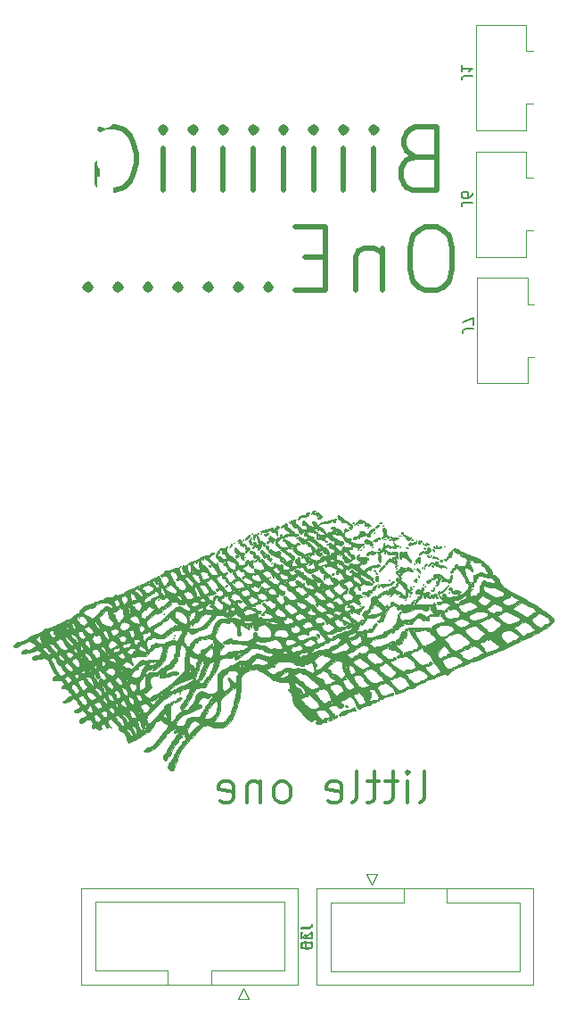
<source format=gbo>
%TF.GenerationSoftware,KiCad,Pcbnew,5.1.9+dfsg1-1*%
%TF.CreationDate,2022-02-13T09:09:29-05:00*%
%TF.ProjectId,eurorack_to_3v3,6575726f-7261-4636-9b5f-746f5f337633,1*%
%TF.SameCoordinates,Original*%
%TF.FileFunction,Legend,Bot*%
%TF.FilePolarity,Positive*%
%FSLAX46Y46*%
G04 Gerber Fmt 4.6, Leading zero omitted, Abs format (unit mm)*
G04 Created by KiCad (PCBNEW 5.1.9+dfsg1-1) date 2022-02-13 09:09:29*
%MOMM*%
%LPD*%
G01*
G04 APERTURE LIST*
%ADD10C,0.350000*%
%ADD11C,0.500000*%
%ADD12C,0.010000*%
%ADD13C,0.120000*%
%ADD14C,0.150000*%
%ADD15C,3.500000*%
%ADD16C,1.700000*%
%ADD17C,1.524000*%
%ADD18R,1.524000X1.524000*%
G04 APERTURE END LIST*
D10*
X146485714Y-115257142D02*
X146771428Y-115114285D01*
X146914285Y-114828571D01*
X146914285Y-112257142D01*
X145342857Y-115257142D02*
X145342857Y-113257142D01*
X145342857Y-112257142D02*
X145485714Y-112400000D01*
X145342857Y-112542857D01*
X145200000Y-112400000D01*
X145342857Y-112257142D01*
X145342857Y-112542857D01*
X144342857Y-113257142D02*
X143200000Y-113257142D01*
X143914285Y-112257142D02*
X143914285Y-114828571D01*
X143771428Y-115114285D01*
X143485714Y-115257142D01*
X143200000Y-115257142D01*
X142628571Y-113257142D02*
X141485714Y-113257142D01*
X142200000Y-112257142D02*
X142200000Y-114828571D01*
X142057142Y-115114285D01*
X141771428Y-115257142D01*
X141485714Y-115257142D01*
X140057142Y-115257142D02*
X140342857Y-115114285D01*
X140485714Y-114828571D01*
X140485714Y-112257142D01*
X137771428Y-115114285D02*
X138057142Y-115257142D01*
X138628571Y-115257142D01*
X138914285Y-115114285D01*
X139057142Y-114828571D01*
X139057142Y-113685714D01*
X138914285Y-113400000D01*
X138628571Y-113257142D01*
X138057142Y-113257142D01*
X137771428Y-113400000D01*
X137628571Y-113685714D01*
X137628571Y-113971428D01*
X139057142Y-114257142D01*
X133628571Y-115257142D02*
X133914285Y-115114285D01*
X134057142Y-114971428D01*
X134200000Y-114685714D01*
X134200000Y-113828571D01*
X134057142Y-113542857D01*
X133914285Y-113400000D01*
X133628571Y-113257142D01*
X133200000Y-113257142D01*
X132914285Y-113400000D01*
X132771428Y-113542857D01*
X132628571Y-113828571D01*
X132628571Y-114685714D01*
X132771428Y-114971428D01*
X132914285Y-115114285D01*
X133200000Y-115257142D01*
X133628571Y-115257142D01*
X131342857Y-113257142D02*
X131342857Y-115257142D01*
X131342857Y-113542857D02*
X131200000Y-113400000D01*
X130914285Y-113257142D01*
X130485714Y-113257142D01*
X130200000Y-113400000D01*
X130057142Y-113685714D01*
X130057142Y-115257142D01*
X127485714Y-115114285D02*
X127771428Y-115257142D01*
X128342857Y-115257142D01*
X128628571Y-115114285D01*
X128771428Y-114828571D01*
X128771428Y-113685714D01*
X128628571Y-113400000D01*
X128342857Y-113257142D01*
X127771428Y-113257142D01*
X127485714Y-113400000D01*
X127342857Y-113685714D01*
X127342857Y-113971428D01*
X128771428Y-114257142D01*
D11*
X146100000Y-54021428D02*
X145242857Y-54307142D01*
X144957142Y-54592857D01*
X144671428Y-55164285D01*
X144671428Y-56021428D01*
X144957142Y-56592857D01*
X145242857Y-56878571D01*
X145814285Y-57164285D01*
X148100000Y-57164285D01*
X148100000Y-51164285D01*
X146100000Y-51164285D01*
X145528571Y-51450000D01*
X145242857Y-51735714D01*
X144957142Y-52307142D01*
X144957142Y-52878571D01*
X145242857Y-53450000D01*
X145528571Y-53735714D01*
X146100000Y-54021428D01*
X148100000Y-54021428D01*
X142100000Y-57164285D02*
X142100000Y-53164285D01*
X142100000Y-51164285D02*
X142385714Y-51450000D01*
X142100000Y-51735714D01*
X141814285Y-51450000D01*
X142100000Y-51164285D01*
X142100000Y-51735714D01*
X139242857Y-57164285D02*
X139242857Y-53164285D01*
X139242857Y-51164285D02*
X139528571Y-51450000D01*
X139242857Y-51735714D01*
X138957142Y-51450000D01*
X139242857Y-51164285D01*
X139242857Y-51735714D01*
X136385714Y-57164285D02*
X136385714Y-53164285D01*
X136385714Y-51164285D02*
X136671428Y-51450000D01*
X136385714Y-51735714D01*
X136100000Y-51450000D01*
X136385714Y-51164285D01*
X136385714Y-51735714D01*
X133528571Y-57164285D02*
X133528571Y-53164285D01*
X133528571Y-51164285D02*
X133814285Y-51450000D01*
X133528571Y-51735714D01*
X133242857Y-51450000D01*
X133528571Y-51164285D01*
X133528571Y-51735714D01*
X130671428Y-57164285D02*
X130671428Y-53164285D01*
X130671428Y-51164285D02*
X130957142Y-51450000D01*
X130671428Y-51735714D01*
X130385714Y-51450000D01*
X130671428Y-51164285D01*
X130671428Y-51735714D01*
X127814285Y-57164285D02*
X127814285Y-53164285D01*
X127814285Y-51164285D02*
X128100000Y-51450000D01*
X127814285Y-51735714D01*
X127528571Y-51450000D01*
X127814285Y-51164285D01*
X127814285Y-51735714D01*
X124957142Y-57164285D02*
X124957142Y-53164285D01*
X124957142Y-51164285D02*
X125242857Y-51450000D01*
X124957142Y-51735714D01*
X124671428Y-51450000D01*
X124957142Y-51164285D01*
X124957142Y-51735714D01*
X122100000Y-57164285D02*
X122100000Y-53164285D01*
X122100000Y-51164285D02*
X122385714Y-51450000D01*
X122100000Y-51735714D01*
X121814285Y-51450000D01*
X122100000Y-51164285D01*
X122100000Y-51735714D01*
X116100000Y-51450000D02*
X116671428Y-51164285D01*
X117528571Y-51164285D01*
X118385714Y-51450000D01*
X118957142Y-52021428D01*
X119242857Y-52592857D01*
X119528571Y-53735714D01*
X119528571Y-54592857D01*
X119242857Y-55735714D01*
X118957142Y-56307142D01*
X118385714Y-56878571D01*
X117528571Y-57164285D01*
X116957142Y-57164285D01*
X116100000Y-56878571D01*
X115814285Y-56592857D01*
X115814285Y-54592857D01*
X116957142Y-54592857D01*
X148100000Y-60664285D02*
X146957142Y-60664285D01*
X146385714Y-60950000D01*
X145814285Y-61521428D01*
X145528571Y-62664285D01*
X145528571Y-64664285D01*
X145814285Y-65807142D01*
X146385714Y-66378571D01*
X146957142Y-66664285D01*
X148100000Y-66664285D01*
X148671428Y-66378571D01*
X149242857Y-65807142D01*
X149528571Y-64664285D01*
X149528571Y-62664285D01*
X149242857Y-61521428D01*
X148671428Y-60950000D01*
X148100000Y-60664285D01*
X142957142Y-62664285D02*
X142957142Y-66664285D01*
X142957142Y-63235714D02*
X142671428Y-62950000D01*
X142100000Y-62664285D01*
X141242857Y-62664285D01*
X140671428Y-62950000D01*
X140385714Y-63521428D01*
X140385714Y-66664285D01*
X137528571Y-63521428D02*
X135528571Y-63521428D01*
X134671428Y-66664285D02*
X137528571Y-66664285D01*
X137528571Y-60664285D01*
X134671428Y-60664285D01*
X132100000Y-66092857D02*
X131814285Y-66378571D01*
X132100000Y-66664285D01*
X132385714Y-66378571D01*
X132100000Y-66092857D01*
X132100000Y-66664285D01*
X129242857Y-66092857D02*
X128957142Y-66378571D01*
X129242857Y-66664285D01*
X129528571Y-66378571D01*
X129242857Y-66092857D01*
X129242857Y-66664285D01*
X126385714Y-66092857D02*
X126100000Y-66378571D01*
X126385714Y-66664285D01*
X126671428Y-66378571D01*
X126385714Y-66092857D01*
X126385714Y-66664285D01*
X123528571Y-66092857D02*
X123242857Y-66378571D01*
X123528571Y-66664285D01*
X123814285Y-66378571D01*
X123528571Y-66092857D01*
X123528571Y-66664285D01*
X120671428Y-66092857D02*
X120385714Y-66378571D01*
X120671428Y-66664285D01*
X120957142Y-66378571D01*
X120671428Y-66092857D01*
X120671428Y-66664285D01*
X117814285Y-66092857D02*
X117528571Y-66378571D01*
X117814285Y-66664285D01*
X118100000Y-66378571D01*
X117814285Y-66092857D01*
X117814285Y-66664285D01*
X114957142Y-66092857D02*
X114671428Y-66378571D01*
X114957142Y-66664285D01*
X115242857Y-66378571D01*
X114957142Y-66092857D01*
X114957142Y-66664285D01*
D12*
%TO.C,G\u002A\u002A\u002A*%
G36*
X126454418Y-92749581D02*
G01*
X126442000Y-92810003D01*
X126469902Y-92932332D01*
X126543214Y-92895661D01*
X126565384Y-92863183D01*
X126554767Y-92754443D01*
X126528048Y-92731186D01*
X126454418Y-92749581D01*
G37*
X126454418Y-92749581D02*
X126442000Y-92810003D01*
X126469902Y-92932332D01*
X126543214Y-92895661D01*
X126565384Y-92863183D01*
X126554767Y-92754443D01*
X126528048Y-92731186D01*
X126454418Y-92749581D01*
G36*
X138254221Y-93499263D02*
G01*
X138216458Y-93508620D01*
X138097776Y-93573404D01*
X138089616Y-93628959D01*
X138155044Y-93697306D01*
X138236161Y-93645631D01*
X138289805Y-93583661D01*
X138339485Y-93498905D01*
X138254221Y-93499263D01*
G37*
X138254221Y-93499263D02*
X138216458Y-93508620D01*
X138097776Y-93573404D01*
X138089616Y-93628959D01*
X138155044Y-93697306D01*
X138236161Y-93645631D01*
X138289805Y-93583661D01*
X138339485Y-93498905D01*
X138254221Y-93499263D01*
G36*
X132199333Y-93915666D02*
G01*
X132241666Y-93958000D01*
X132284000Y-93915666D01*
X132241666Y-93873333D01*
X132199333Y-93915666D01*
G37*
X132199333Y-93915666D02*
X132241666Y-93958000D01*
X132284000Y-93915666D01*
X132241666Y-93873333D01*
X132199333Y-93915666D01*
G36*
X127991541Y-94653215D02*
G01*
X127966000Y-94724996D01*
X128019272Y-94799535D01*
X128126388Y-94773039D01*
X128181148Y-94714367D01*
X128204013Y-94600346D01*
X128191778Y-94578888D01*
X128092750Y-94572505D01*
X127991541Y-94653215D01*
G37*
X127991541Y-94653215D02*
X127966000Y-94724996D01*
X128019272Y-94799535D01*
X128126388Y-94773039D01*
X128181148Y-94714367D01*
X128204013Y-94600346D01*
X128191778Y-94578888D01*
X128092750Y-94572505D01*
X127991541Y-94653215D01*
G36*
X151418666Y-95016333D02*
G01*
X151461000Y-95058666D01*
X151503333Y-95016333D01*
X151461000Y-94974000D01*
X151418666Y-95016333D01*
G37*
X151418666Y-95016333D02*
X151461000Y-95058666D01*
X151503333Y-95016333D01*
X151461000Y-94974000D01*
X151418666Y-95016333D01*
G36*
X121644222Y-95933555D02*
G01*
X121634089Y-96034035D01*
X121644222Y-96046444D01*
X121694556Y-96034822D01*
X121700666Y-95990000D01*
X121669688Y-95920309D01*
X121644222Y-95933555D01*
G37*
X121644222Y-95933555D02*
X121634089Y-96034035D01*
X121644222Y-96046444D01*
X121694556Y-96034822D01*
X121700666Y-95990000D01*
X121669688Y-95920309D01*
X121644222Y-95933555D01*
G36*
X131788511Y-96007193D02*
G01*
X131835588Y-96083454D01*
X131941686Y-96125131D01*
X131979491Y-96087894D01*
X131972006Y-95973210D01*
X131941081Y-95945038D01*
X131820883Y-95925291D01*
X131788511Y-96007193D01*
G37*
X131788511Y-96007193D02*
X131835588Y-96083454D01*
X131941686Y-96125131D01*
X131979491Y-96087894D01*
X131972006Y-95973210D01*
X131941081Y-95945038D01*
X131820883Y-95925291D01*
X131788511Y-96007193D01*
G36*
X114080666Y-97725666D02*
G01*
X114123000Y-97768000D01*
X114165333Y-97725666D01*
X114123000Y-97683333D01*
X114080666Y-97725666D01*
G37*
X114080666Y-97725666D02*
X114123000Y-97768000D01*
X114165333Y-97725666D01*
X114123000Y-97683333D01*
X114080666Y-97725666D01*
G36*
X121870000Y-97217666D02*
G01*
X121912333Y-97260000D01*
X121954666Y-97217666D01*
X121912333Y-97175333D01*
X121870000Y-97217666D01*
G37*
X121870000Y-97217666D02*
X121912333Y-97260000D01*
X121954666Y-97217666D01*
X121912333Y-97175333D01*
X121870000Y-97217666D01*
G36*
X122152222Y-97288222D02*
G01*
X122142089Y-97388701D01*
X122152222Y-97401111D01*
X122202556Y-97389488D01*
X122208666Y-97344666D01*
X122177688Y-97274976D01*
X122152222Y-97288222D01*
G37*
X122152222Y-97288222D02*
X122142089Y-97388701D01*
X122152222Y-97401111D01*
X122202556Y-97389488D01*
X122208666Y-97344666D01*
X122177688Y-97274976D01*
X122152222Y-97288222D01*
G36*
X143883333Y-98572333D02*
G01*
X143925666Y-98614666D01*
X143968000Y-98572333D01*
X143925666Y-98530000D01*
X143883333Y-98572333D01*
G37*
X143883333Y-98572333D02*
X143925666Y-98614666D01*
X143968000Y-98572333D01*
X143925666Y-98530000D01*
X143883333Y-98572333D01*
G36*
X142204958Y-98320562D02*
G01*
X142110418Y-98432143D01*
X142051086Y-98445333D01*
X141965234Y-98492814D01*
X141982398Y-98627474D01*
X142002677Y-98757593D01*
X141927431Y-98766048D01*
X141913157Y-98760861D01*
X141768615Y-98765171D01*
X141606956Y-98840625D01*
X141489235Y-98947897D01*
X141473913Y-99043793D01*
X141564610Y-99111459D01*
X141581163Y-99111136D01*
X141703355Y-99087392D01*
X141830166Y-99062914D01*
X141978962Y-98996213D01*
X142020666Y-98925412D01*
X142074162Y-98802443D01*
X142206528Y-98625591D01*
X142244043Y-98583701D01*
X142380268Y-98416428D01*
X142399355Y-98318139D01*
X142349876Y-98269296D01*
X142238490Y-98254361D01*
X142204958Y-98320562D01*
G37*
X142204958Y-98320562D02*
X142110418Y-98432143D01*
X142051086Y-98445333D01*
X141965234Y-98492814D01*
X141982398Y-98627474D01*
X142002677Y-98757593D01*
X141927431Y-98766048D01*
X141913157Y-98760861D01*
X141768615Y-98765171D01*
X141606956Y-98840625D01*
X141489235Y-98947897D01*
X141473913Y-99043793D01*
X141564610Y-99111459D01*
X141581163Y-99111136D01*
X141703355Y-99087392D01*
X141830166Y-99062914D01*
X141978962Y-98996213D01*
X142020666Y-98925412D01*
X142074162Y-98802443D01*
X142206528Y-98625591D01*
X142244043Y-98583701D01*
X142380268Y-98416428D01*
X142399355Y-98318139D01*
X142349876Y-98269296D01*
X142238490Y-98254361D01*
X142204958Y-98320562D01*
G36*
X136703371Y-99247877D02*
G01*
X136695706Y-99355556D01*
X136764308Y-99493514D01*
X136821798Y-99552748D01*
X136918568Y-99614330D01*
X136937330Y-99543787D01*
X136927631Y-99463913D01*
X136865338Y-99294579D01*
X136792500Y-99228076D01*
X136703371Y-99247877D01*
G37*
X136703371Y-99247877D02*
X136695706Y-99355556D01*
X136764308Y-99493514D01*
X136821798Y-99552748D01*
X136918568Y-99614330D01*
X136937330Y-99543787D01*
X136927631Y-99463913D01*
X136865338Y-99294579D01*
X136792500Y-99228076D01*
X136703371Y-99247877D01*
G36*
X123140000Y-99419000D02*
G01*
X123182333Y-99461333D01*
X123224666Y-99419000D01*
X123182333Y-99376666D01*
X123140000Y-99419000D01*
G37*
X123140000Y-99419000D02*
X123182333Y-99461333D01*
X123224666Y-99419000D01*
X123182333Y-99376666D01*
X123140000Y-99419000D01*
G36*
X123083555Y-99574222D02*
G01*
X123073422Y-99674701D01*
X123083555Y-99687111D01*
X123133890Y-99675488D01*
X123140000Y-99630666D01*
X123109022Y-99560976D01*
X123083555Y-99574222D01*
G37*
X123083555Y-99574222D02*
X123073422Y-99674701D01*
X123083555Y-99687111D01*
X123133890Y-99675488D01*
X123140000Y-99630666D01*
X123109022Y-99560976D01*
X123083555Y-99574222D01*
G36*
X123648000Y-104922333D02*
G01*
X123690333Y-104964666D01*
X123732666Y-104922333D01*
X123690333Y-104880000D01*
X123648000Y-104922333D01*
G37*
X123648000Y-104922333D02*
X123690333Y-104964666D01*
X123732666Y-104922333D01*
X123690333Y-104880000D01*
X123648000Y-104922333D01*
G36*
X136445630Y-87580084D02*
G01*
X136432138Y-87583606D01*
X136265775Y-87670986D01*
X136203375Y-87750400D01*
X136180119Y-87873637D01*
X136256377Y-87860868D01*
X136418137Y-87724609D01*
X136546480Y-87596865D01*
X136554726Y-87557933D01*
X136445630Y-87580084D01*
G37*
X136445630Y-87580084D02*
X136432138Y-87583606D01*
X136265775Y-87670986D01*
X136203375Y-87750400D01*
X136180119Y-87873637D01*
X136256377Y-87860868D01*
X136418137Y-87724609D01*
X136546480Y-87596865D01*
X136554726Y-87557933D01*
X136445630Y-87580084D01*
G36*
X136568836Y-87760047D02*
G01*
X136475000Y-87831116D01*
X136361784Y-87925587D01*
X136391986Y-87936471D01*
X136508974Y-87903319D01*
X136651803Y-87877504D01*
X136673124Y-87939116D01*
X136659798Y-87979229D01*
X136653353Y-88094101D01*
X136689324Y-88116000D01*
X136759498Y-88046321D01*
X136771333Y-87972066D01*
X136794259Y-87878667D01*
X136872933Y-87929733D01*
X136930938Y-88044946D01*
X136872933Y-88132933D01*
X136767369Y-88280827D01*
X136791899Y-88352396D01*
X136917792Y-88330038D01*
X137056075Y-88245138D01*
X137150235Y-88158878D01*
X137143538Y-88078062D01*
X137024107Y-87950087D01*
X136980212Y-87909164D01*
X136803395Y-87755134D01*
X136686929Y-87708620D01*
X136568836Y-87760047D01*
G37*
X136568836Y-87760047D02*
X136475000Y-87831116D01*
X136361784Y-87925587D01*
X136391986Y-87936471D01*
X136508974Y-87903319D01*
X136651803Y-87877504D01*
X136673124Y-87939116D01*
X136659798Y-87979229D01*
X136653353Y-88094101D01*
X136689324Y-88116000D01*
X136759498Y-88046321D01*
X136771333Y-87972066D01*
X136794259Y-87878667D01*
X136872933Y-87929733D01*
X136930938Y-88044946D01*
X136872933Y-88132933D01*
X136767369Y-88280827D01*
X136791899Y-88352396D01*
X136917792Y-88330038D01*
X137056075Y-88245138D01*
X137150235Y-88158878D01*
X137143538Y-88078062D01*
X137024107Y-87950087D01*
X136980212Y-87909164D01*
X136803395Y-87755134D01*
X136686929Y-87708620D01*
X136568836Y-87760047D01*
G36*
X135807945Y-87709412D02*
G01*
X135662340Y-87790155D01*
X135641063Y-87889028D01*
X135609159Y-88000410D01*
X135528501Y-87994896D01*
X135305145Y-87976132D01*
X135087308Y-88054416D01*
X134951627Y-88200713D01*
X134946303Y-88215464D01*
X134920268Y-88382648D01*
X134973578Y-88421334D01*
X135065200Y-88343089D01*
X135119467Y-88218003D01*
X135103662Y-88169884D01*
X135123378Y-88130023D01*
X135210230Y-88127589D01*
X135575138Y-88140544D01*
X135804332Y-88092334D01*
X135823214Y-88073666D01*
X135416666Y-88073666D01*
X135374333Y-88116000D01*
X135332000Y-88073666D01*
X135374333Y-88031333D01*
X135416666Y-88073666D01*
X135823214Y-88073666D01*
X135922776Y-87975233D01*
X135931671Y-87946666D01*
X135840000Y-87946666D01*
X135809022Y-88016356D01*
X135783555Y-88003111D01*
X135773422Y-87902631D01*
X135783555Y-87890222D01*
X135833890Y-87901844D01*
X135840000Y-87946666D01*
X135931671Y-87946666D01*
X135946242Y-87899871D01*
X135954909Y-87744130D01*
X135872689Y-87703387D01*
X135807945Y-87709412D01*
G37*
X135807945Y-87709412D02*
X135662340Y-87790155D01*
X135641063Y-87889028D01*
X135609159Y-88000410D01*
X135528501Y-87994896D01*
X135305145Y-87976132D01*
X135087308Y-88054416D01*
X134951627Y-88200713D01*
X134946303Y-88215464D01*
X134920268Y-88382648D01*
X134973578Y-88421334D01*
X135065200Y-88343089D01*
X135119467Y-88218003D01*
X135103662Y-88169884D01*
X135123378Y-88130023D01*
X135210230Y-88127589D01*
X135575138Y-88140544D01*
X135804332Y-88092334D01*
X135823214Y-88073666D01*
X135416666Y-88073666D01*
X135374333Y-88116000D01*
X135332000Y-88073666D01*
X135374333Y-88031333D01*
X135416666Y-88073666D01*
X135823214Y-88073666D01*
X135922776Y-87975233D01*
X135931671Y-87946666D01*
X135840000Y-87946666D01*
X135809022Y-88016356D01*
X135783555Y-88003111D01*
X135773422Y-87902631D01*
X135783555Y-87890222D01*
X135833890Y-87901844D01*
X135840000Y-87946666D01*
X135931671Y-87946666D01*
X135946242Y-87899871D01*
X135954909Y-87744130D01*
X135872689Y-87703387D01*
X135807945Y-87709412D01*
G36*
X134003896Y-88678690D02*
G01*
X134019666Y-88708666D01*
X134099441Y-88789523D01*
X134114327Y-88793333D01*
X134120103Y-88738643D01*
X134104333Y-88708666D01*
X134024559Y-88627809D01*
X134009673Y-88624000D01*
X134003896Y-88678690D01*
G37*
X134003896Y-88678690D02*
X134019666Y-88708666D01*
X134099441Y-88789523D01*
X134114327Y-88793333D01*
X134120103Y-88738643D01*
X134104333Y-88708666D01*
X134024559Y-88627809D01*
X134009673Y-88624000D01*
X134003896Y-88678690D01*
G36*
X140171082Y-88658248D02*
G01*
X140080901Y-88736953D01*
X140073333Y-88755996D01*
X140113514Y-88790795D01*
X140197170Y-88712820D01*
X140208418Y-88695584D01*
X140218397Y-88637647D01*
X140171082Y-88658248D01*
G37*
X140171082Y-88658248D02*
X140080901Y-88736953D01*
X140073333Y-88755996D01*
X140113514Y-88790795D01*
X140197170Y-88712820D01*
X140208418Y-88695584D01*
X140218397Y-88637647D01*
X140171082Y-88658248D01*
G36*
X142692150Y-88669949D02*
G01*
X142617075Y-88751682D01*
X142702583Y-88791677D01*
X142745330Y-88793333D01*
X142832533Y-88751676D01*
X142824146Y-88707285D01*
X142722678Y-88658443D01*
X142692150Y-88669949D01*
G37*
X142692150Y-88669949D02*
X142617075Y-88751682D01*
X142702583Y-88791677D01*
X142745330Y-88793333D01*
X142832533Y-88751676D01*
X142824146Y-88707285D01*
X142722678Y-88658443D01*
X142692150Y-88669949D01*
G36*
X138301740Y-88387706D02*
G01*
X138189500Y-88424818D01*
X137879479Y-88515520D01*
X137565446Y-88573742D01*
X137504111Y-88579636D01*
X137199498Y-88653654D01*
X136998463Y-88782573D01*
X136874646Y-88921241D01*
X136879806Y-88953338D01*
X137009376Y-88872495D01*
X137044250Y-88846451D01*
X137229775Y-88773376D01*
X137467584Y-88754045D01*
X137692246Y-88742608D01*
X137848823Y-88689433D01*
X137850833Y-88687867D01*
X137941822Y-88651167D01*
X137957963Y-88677133D01*
X137994822Y-88683173D01*
X138042630Y-88624000D01*
X138124186Y-88542207D01*
X138200383Y-88612414D01*
X138201200Y-88613680D01*
X138302214Y-88677182D01*
X138404006Y-88650872D01*
X138432025Y-88562238D01*
X138418717Y-88533483D01*
X138431200Y-88459754D01*
X138459670Y-88454666D01*
X138545917Y-88395839D01*
X138549333Y-88373755D01*
X138479308Y-88351622D01*
X138301740Y-88387706D01*
G37*
X138301740Y-88387706D02*
X138189500Y-88424818D01*
X137879479Y-88515520D01*
X137565446Y-88573742D01*
X137504111Y-88579636D01*
X137199498Y-88653654D01*
X136998463Y-88782573D01*
X136874646Y-88921241D01*
X136879806Y-88953338D01*
X137009376Y-88872495D01*
X137044250Y-88846451D01*
X137229775Y-88773376D01*
X137467584Y-88754045D01*
X137692246Y-88742608D01*
X137848823Y-88689433D01*
X137850833Y-88687867D01*
X137941822Y-88651167D01*
X137957963Y-88677133D01*
X137994822Y-88683173D01*
X138042630Y-88624000D01*
X138124186Y-88542207D01*
X138200383Y-88612414D01*
X138201200Y-88613680D01*
X138302214Y-88677182D01*
X138404006Y-88650872D01*
X138432025Y-88562238D01*
X138418717Y-88533483D01*
X138431200Y-88459754D01*
X138459670Y-88454666D01*
X138545917Y-88395839D01*
X138549333Y-88373755D01*
X138479308Y-88351622D01*
X138301740Y-88387706D01*
G36*
X140524889Y-88906222D02*
G01*
X140536511Y-88956556D01*
X140581333Y-88962666D01*
X140651023Y-88931688D01*
X140637778Y-88906222D01*
X140537298Y-88896089D01*
X140524889Y-88906222D01*
G37*
X140524889Y-88906222D02*
X140536511Y-88956556D01*
X140581333Y-88962666D01*
X140651023Y-88931688D01*
X140637778Y-88906222D01*
X140537298Y-88896089D01*
X140524889Y-88906222D01*
G36*
X140703389Y-88452650D02*
G01*
X140559143Y-88557948D01*
X140376026Y-88777382D01*
X140328792Y-88839329D01*
X140247876Y-88950049D01*
X140269734Y-88946434D01*
X140386957Y-88848539D01*
X140551131Y-88754393D01*
X140670131Y-88753553D01*
X140793003Y-88748477D01*
X140843503Y-88698347D01*
X140904406Y-88627976D01*
X140920000Y-88708666D01*
X140936654Y-88789499D01*
X140996497Y-88718986D01*
X141105519Y-88650960D01*
X141207719Y-88699571D01*
X141230946Y-88825230D01*
X141224762Y-88844230D01*
X141216912Y-88951512D01*
X141240157Y-88968071D01*
X141359216Y-88979338D01*
X141566714Y-88999452D01*
X141585903Y-89001326D01*
X141870807Y-89029177D01*
X141688949Y-88847755D01*
X141552510Y-88731575D01*
X141469008Y-88736324D01*
X141421682Y-88793333D01*
X141358548Y-88868446D01*
X141357387Y-88788992D01*
X141360969Y-88765702D01*
X141325598Y-88639721D01*
X141156217Y-88534229D01*
X141060742Y-88497960D01*
X140855133Y-88439862D01*
X140703389Y-88452650D01*
G37*
X140703389Y-88452650D02*
X140559143Y-88557948D01*
X140376026Y-88777382D01*
X140328792Y-88839329D01*
X140247876Y-88950049D01*
X140269734Y-88946434D01*
X140386957Y-88848539D01*
X140551131Y-88754393D01*
X140670131Y-88753553D01*
X140793003Y-88748477D01*
X140843503Y-88698347D01*
X140904406Y-88627976D01*
X140920000Y-88708666D01*
X140936654Y-88789499D01*
X140996497Y-88718986D01*
X141105519Y-88650960D01*
X141207719Y-88699571D01*
X141230946Y-88825230D01*
X141224762Y-88844230D01*
X141216912Y-88951512D01*
X141240157Y-88968071D01*
X141359216Y-88979338D01*
X141566714Y-88999452D01*
X141585903Y-89001326D01*
X141870807Y-89029177D01*
X141688949Y-88847755D01*
X141552510Y-88731575D01*
X141469008Y-88736324D01*
X141421682Y-88793333D01*
X141358548Y-88868446D01*
X141357387Y-88788992D01*
X141360969Y-88765702D01*
X141325598Y-88639721D01*
X141156217Y-88534229D01*
X141060742Y-88497960D01*
X140855133Y-88439862D01*
X140703389Y-88452650D01*
G36*
X142980222Y-88906222D02*
G01*
X142970089Y-89006701D01*
X142980222Y-89019111D01*
X143030556Y-89007488D01*
X143036666Y-88962666D01*
X143005688Y-88892976D01*
X142980222Y-88906222D01*
G37*
X142980222Y-88906222D02*
X142970089Y-89006701D01*
X142980222Y-89019111D01*
X143030556Y-89007488D01*
X143036666Y-88962666D01*
X143005688Y-88892976D01*
X142980222Y-88906222D01*
G36*
X141540889Y-89075555D02*
G01*
X141530756Y-89176035D01*
X141540889Y-89188444D01*
X141591223Y-89176822D01*
X141597333Y-89132000D01*
X141566355Y-89062309D01*
X141540889Y-89075555D01*
G37*
X141540889Y-89075555D02*
X141530756Y-89176035D01*
X141540889Y-89188444D01*
X141591223Y-89176822D01*
X141597333Y-89132000D01*
X141566355Y-89062309D01*
X141540889Y-89075555D01*
G36*
X142490857Y-88909683D02*
G01*
X142366079Y-88994905D01*
X142281618Y-89108001D01*
X142274666Y-89142366D01*
X142324462Y-89213680D01*
X142440540Y-89172559D01*
X142530365Y-89087620D01*
X142595640Y-88959738D01*
X142585111Y-88906222D01*
X142490857Y-88909683D01*
G37*
X142490857Y-88909683D02*
X142366079Y-88994905D01*
X142281618Y-89108001D01*
X142274666Y-89142366D01*
X142324462Y-89213680D01*
X142440540Y-89172559D01*
X142530365Y-89087620D01*
X142595640Y-88959738D01*
X142585111Y-88906222D01*
X142490857Y-88909683D01*
G36*
X138656963Y-88079874D02*
G01*
X138667275Y-88165258D01*
X138712769Y-88320458D01*
X138718666Y-88367517D01*
X138787905Y-88419986D01*
X138864791Y-88424092D01*
X138990303Y-88473595D01*
X139015028Y-88539333D01*
X139078979Y-88630979D01*
X139276483Y-88646604D01*
X139282619Y-88646148D01*
X139484788Y-88659959D01*
X139579060Y-88759217D01*
X139590122Y-88794315D01*
X139689870Y-88931558D01*
X139785256Y-88962666D01*
X139883567Y-88973113D01*
X139849995Y-89027767D01*
X139772015Y-89090892D01*
X139678039Y-89182045D01*
X139730441Y-89197446D01*
X139734666Y-89196726D01*
X139834033Y-89230409D01*
X139840500Y-89280166D01*
X139845057Y-89378641D01*
X139922103Y-89331724D01*
X140020088Y-89206551D01*
X140081772Y-89026807D01*
X140028678Y-88889182D01*
X139889592Y-88844993D01*
X139826247Y-88860974D01*
X139743473Y-88857933D01*
X139759313Y-88766561D01*
X139751583Y-88642896D01*
X139625664Y-88581666D01*
X139311333Y-88581666D01*
X139269000Y-88624000D01*
X139226666Y-88581666D01*
X139269000Y-88539333D01*
X139311333Y-88581666D01*
X139625664Y-88581666D01*
X139612707Y-88575366D01*
X139409189Y-88476948D01*
X139225682Y-88326619D01*
X139046858Y-88193830D01*
X138907431Y-88178837D01*
X138819517Y-88185914D01*
X138836774Y-88130388D01*
X138829708Y-88046602D01*
X138756938Y-88031333D01*
X138656963Y-88079874D01*
G37*
X138656963Y-88079874D02*
X138667275Y-88165258D01*
X138712769Y-88320458D01*
X138718666Y-88367517D01*
X138787905Y-88419986D01*
X138864791Y-88424092D01*
X138990303Y-88473595D01*
X139015028Y-88539333D01*
X139078979Y-88630979D01*
X139276483Y-88646604D01*
X139282619Y-88646148D01*
X139484788Y-88659959D01*
X139579060Y-88759217D01*
X139590122Y-88794315D01*
X139689870Y-88931558D01*
X139785256Y-88962666D01*
X139883567Y-88973113D01*
X139849995Y-89027767D01*
X139772015Y-89090892D01*
X139678039Y-89182045D01*
X139730441Y-89197446D01*
X139734666Y-89196726D01*
X139834033Y-89230409D01*
X139840500Y-89280166D01*
X139845057Y-89378641D01*
X139922103Y-89331724D01*
X140020088Y-89206551D01*
X140081772Y-89026807D01*
X140028678Y-88889182D01*
X139889592Y-88844993D01*
X139826247Y-88860974D01*
X139743473Y-88857933D01*
X139759313Y-88766561D01*
X139751583Y-88642896D01*
X139625664Y-88581666D01*
X139311333Y-88581666D01*
X139269000Y-88624000D01*
X139226666Y-88581666D01*
X139269000Y-88539333D01*
X139311333Y-88581666D01*
X139625664Y-88581666D01*
X139612707Y-88575366D01*
X139409189Y-88476948D01*
X139225682Y-88326619D01*
X139046858Y-88193830D01*
X138907431Y-88178837D01*
X138819517Y-88185914D01*
X138836774Y-88130388D01*
X138829708Y-88046602D01*
X138756938Y-88031333D01*
X138656963Y-88079874D01*
G36*
X142105333Y-89682333D02*
G01*
X142147666Y-89724666D01*
X142190000Y-89682333D01*
X142147666Y-89640000D01*
X142105333Y-89682333D01*
G37*
X142105333Y-89682333D02*
X142147666Y-89724666D01*
X142190000Y-89682333D01*
X142147666Y-89640000D01*
X142105333Y-89682333D01*
G36*
X130534222Y-89668222D02*
G01*
X130524089Y-89768701D01*
X130534222Y-89781111D01*
X130584556Y-89769488D01*
X130590666Y-89724666D01*
X130559688Y-89654976D01*
X130534222Y-89668222D01*
G37*
X130534222Y-89668222D02*
X130524089Y-89768701D01*
X130534222Y-89781111D01*
X130584556Y-89769488D01*
X130590666Y-89724666D01*
X130559688Y-89654976D01*
X130534222Y-89668222D01*
G36*
X131111748Y-89674248D02*
G01*
X131020855Y-89759498D01*
X131039500Y-89808509D01*
X131051336Y-89809333D01*
X131122949Y-89749196D01*
X131149085Y-89711584D01*
X131159064Y-89653647D01*
X131111748Y-89674248D01*
G37*
X131111748Y-89674248D02*
X131020855Y-89759498D01*
X131039500Y-89808509D01*
X131051336Y-89809333D01*
X131122949Y-89749196D01*
X131149085Y-89711584D01*
X131159064Y-89653647D01*
X131111748Y-89674248D01*
G36*
X131352666Y-89767000D02*
G01*
X131395000Y-89809333D01*
X131437333Y-89767000D01*
X131395000Y-89724666D01*
X131352666Y-89767000D01*
G37*
X131352666Y-89767000D02*
X131395000Y-89809333D01*
X131437333Y-89767000D01*
X131395000Y-89724666D01*
X131352666Y-89767000D01*
G36*
X144711202Y-89610584D02*
G01*
X144692136Y-89632768D01*
X144700584Y-89743464D01*
X144722768Y-89762530D01*
X144833464Y-89754082D01*
X144852531Y-89731898D01*
X144844082Y-89621202D01*
X144821898Y-89602135D01*
X144711202Y-89610584D01*
G37*
X144711202Y-89610584D02*
X144692136Y-89632768D01*
X144700584Y-89743464D01*
X144722768Y-89762530D01*
X144833464Y-89754082D01*
X144852531Y-89731898D01*
X144844082Y-89621202D01*
X144821898Y-89602135D01*
X144711202Y-89610584D01*
G36*
X132016232Y-89702462D02*
G01*
X131991375Y-89721588D01*
X131847472Y-89782448D01*
X131779709Y-89769292D01*
X131704149Y-89786342D01*
X131691333Y-89846669D01*
X131748608Y-89959391D01*
X131882851Y-89962412D01*
X132013066Y-89877066D01*
X132102141Y-89751735D01*
X132101090Y-89678432D01*
X132016232Y-89702462D01*
G37*
X132016232Y-89702462D02*
X131991375Y-89721588D01*
X131847472Y-89782448D01*
X131779709Y-89769292D01*
X131704149Y-89786342D01*
X131691333Y-89846669D01*
X131748608Y-89959391D01*
X131882851Y-89962412D01*
X132013066Y-89877066D01*
X132102141Y-89751735D01*
X132101090Y-89678432D01*
X132016232Y-89702462D01*
G36*
X132829680Y-89015297D02*
G01*
X132851379Y-89103555D01*
X132863309Y-89199122D01*
X132806388Y-89183225D01*
X132721482Y-89189421D01*
X132707333Y-89254003D01*
X132638972Y-89368384D01*
X132571275Y-89386000D01*
X132475984Y-89336640D01*
X132488546Y-89247024D01*
X132510594Y-89155578D01*
X132439399Y-89193533D01*
X132410892Y-89216756D01*
X132281704Y-89282654D01*
X132226244Y-89271799D01*
X132126175Y-89271171D01*
X132058957Y-89312434D01*
X131964117Y-89362703D01*
X131945333Y-89343666D01*
X131893464Y-89335385D01*
X131822042Y-89382921D01*
X131686328Y-89448573D01*
X131627500Y-89441208D01*
X131503540Y-89442271D01*
X131433291Y-89474956D01*
X131360857Y-89539285D01*
X131448391Y-89563774D01*
X131458500Y-89564620D01*
X131649499Y-89583569D01*
X131712500Y-89591556D01*
X131861933Y-89560215D01*
X131985339Y-89496306D01*
X132194842Y-89398052D01*
X132331636Y-89414327D01*
X132368666Y-89507772D01*
X132441396Y-89600492D01*
X132595537Y-89613606D01*
X132779380Y-89639695D01*
X132866492Y-89777241D01*
X132871097Y-89794829D01*
X132926172Y-89924618D01*
X132973687Y-89938090D01*
X132984591Y-89829614D01*
X132936289Y-89642366D01*
X132934080Y-89636458D01*
X132884039Y-89446787D01*
X132932925Y-89326379D01*
X133006786Y-89261972D01*
X133116306Y-89157482D01*
X133089972Y-89082753D01*
X133046000Y-89050238D01*
X132883680Y-88969742D01*
X132829680Y-89015297D01*
G37*
X132829680Y-89015297D02*
X132851379Y-89103555D01*
X132863309Y-89199122D01*
X132806388Y-89183225D01*
X132721482Y-89189421D01*
X132707333Y-89254003D01*
X132638972Y-89368384D01*
X132571275Y-89386000D01*
X132475984Y-89336640D01*
X132488546Y-89247024D01*
X132510594Y-89155578D01*
X132439399Y-89193533D01*
X132410892Y-89216756D01*
X132281704Y-89282654D01*
X132226244Y-89271799D01*
X132126175Y-89271171D01*
X132058957Y-89312434D01*
X131964117Y-89362703D01*
X131945333Y-89343666D01*
X131893464Y-89335385D01*
X131822042Y-89382921D01*
X131686328Y-89448573D01*
X131627500Y-89441208D01*
X131503540Y-89442271D01*
X131433291Y-89474956D01*
X131360857Y-89539285D01*
X131448391Y-89563774D01*
X131458500Y-89564620D01*
X131649499Y-89583569D01*
X131712500Y-89591556D01*
X131861933Y-89560215D01*
X131985339Y-89496306D01*
X132194842Y-89398052D01*
X132331636Y-89414327D01*
X132368666Y-89507772D01*
X132441396Y-89600492D01*
X132595537Y-89613606D01*
X132779380Y-89639695D01*
X132866492Y-89777241D01*
X132871097Y-89794829D01*
X132926172Y-89924618D01*
X132973687Y-89938090D01*
X132984591Y-89829614D01*
X132936289Y-89642366D01*
X132934080Y-89636458D01*
X132884039Y-89446787D01*
X132932925Y-89326379D01*
X133006786Y-89261972D01*
X133116306Y-89157482D01*
X133089972Y-89082753D01*
X133046000Y-89050238D01*
X132883680Y-88969742D01*
X132829680Y-89015297D01*
G36*
X144454833Y-89922593D02*
G01*
X144444197Y-89953496D01*
X144560666Y-89965298D01*
X144680862Y-89951992D01*
X144666500Y-89922593D01*
X144493158Y-89911410D01*
X144454833Y-89922593D01*
G37*
X144454833Y-89922593D02*
X144444197Y-89953496D01*
X144560666Y-89965298D01*
X144680862Y-89951992D01*
X144666500Y-89922593D01*
X144493158Y-89911410D01*
X144454833Y-89922593D01*
G36*
X141898498Y-89310346D02*
G01*
X141881951Y-89343666D01*
X141776832Y-89456164D01*
X141717932Y-89470666D01*
X141641945Y-89527844D01*
X141657023Y-89612365D01*
X141668407Y-89712327D01*
X141563865Y-89697450D01*
X141455262Y-89687123D01*
X141440286Y-89801729D01*
X141443333Y-89824286D01*
X141513428Y-89993558D01*
X141629607Y-90049110D01*
X141708458Y-90008652D01*
X141759484Y-89881581D01*
X141763574Y-89837555D01*
X141653778Y-89837555D01*
X141642155Y-89887889D01*
X141597333Y-89894000D01*
X141527643Y-89863021D01*
X141540889Y-89837555D01*
X141641368Y-89827422D01*
X141653778Y-89837555D01*
X141763574Y-89837555D01*
X141766666Y-89804280D01*
X141833663Y-89651603D01*
X141899033Y-89607323D01*
X141983442Y-89516891D01*
X141969810Y-89456876D01*
X141964927Y-89392710D01*
X142049111Y-89411287D01*
X142168439Y-89409511D01*
X142190000Y-89341009D01*
X142132384Y-89237081D01*
X142009989Y-89227077D01*
X141898498Y-89310346D01*
G37*
X141898498Y-89310346D02*
X141881951Y-89343666D01*
X141776832Y-89456164D01*
X141717932Y-89470666D01*
X141641945Y-89527844D01*
X141657023Y-89612365D01*
X141668407Y-89712327D01*
X141563865Y-89697450D01*
X141455262Y-89687123D01*
X141440286Y-89801729D01*
X141443333Y-89824286D01*
X141513428Y-89993558D01*
X141629607Y-90049110D01*
X141708458Y-90008652D01*
X141759484Y-89881581D01*
X141763574Y-89837555D01*
X141653778Y-89837555D01*
X141642155Y-89887889D01*
X141597333Y-89894000D01*
X141527643Y-89863021D01*
X141540889Y-89837555D01*
X141641368Y-89827422D01*
X141653778Y-89837555D01*
X141763574Y-89837555D01*
X141766666Y-89804280D01*
X141833663Y-89651603D01*
X141899033Y-89607323D01*
X141983442Y-89516891D01*
X141969810Y-89456876D01*
X141964927Y-89392710D01*
X142049111Y-89411287D01*
X142168439Y-89409511D01*
X142190000Y-89341009D01*
X142132384Y-89237081D01*
X142009989Y-89227077D01*
X141898498Y-89310346D01*
G36*
X133656403Y-88836346D02*
G01*
X133638666Y-88878000D01*
X133567754Y-88946790D01*
X133469333Y-88962666D01*
X133327218Y-89022236D01*
X133301296Y-89110833D01*
X133317564Y-89205207D01*
X133376497Y-89142319D01*
X133488891Y-89075429D01*
X133600777Y-89130593D01*
X133638666Y-89243328D01*
X133708497Y-89343847D01*
X133878056Y-89450461D01*
X133892666Y-89457095D01*
X134040375Y-89555635D01*
X134137976Y-89675613D01*
X134160317Y-89771849D01*
X134083166Y-89799307D01*
X133894176Y-89809804D01*
X133692224Y-89877492D01*
X133520172Y-89976978D01*
X133420882Y-90082870D01*
X133437216Y-90169774D01*
X133446717Y-90176355D01*
X133546624Y-90159942D01*
X133588175Y-90096395D01*
X133693023Y-90002983D01*
X133766380Y-90009558D01*
X133875100Y-90013654D01*
X133892666Y-89981672D01*
X133964657Y-89932630D01*
X134134990Y-89912943D01*
X134335208Y-89922784D01*
X134496855Y-89962327D01*
X134527666Y-89980063D01*
X134662180Y-89999464D01*
X134824000Y-89960025D01*
X134966226Y-89895469D01*
X134959654Y-89851522D01*
X134866333Y-89811037D01*
X134702696Y-89773491D01*
X134633500Y-89782591D01*
X134586100Y-89752888D01*
X134457111Y-89752888D01*
X134445489Y-89803223D01*
X134400666Y-89809333D01*
X134330976Y-89778355D01*
X134344222Y-89752888D01*
X134444702Y-89742755D01*
X134457111Y-89752888D01*
X134586100Y-89752888D01*
X134578917Y-89748387D01*
X134570000Y-89685234D01*
X134499328Y-89556309D01*
X134369880Y-89475056D01*
X134193793Y-89362717D01*
X134115167Y-89256701D01*
X134010475Y-89157140D01*
X133933239Y-89163293D01*
X133847274Y-89165655D01*
X133847422Y-89050247D01*
X133858465Y-89002744D01*
X133865117Y-88920333D01*
X133808000Y-88920333D01*
X133765666Y-88962666D01*
X133723333Y-88920333D01*
X133765666Y-88878000D01*
X133808000Y-88920333D01*
X133865117Y-88920333D01*
X133871385Y-88842693D01*
X133786206Y-88793560D01*
X133774845Y-88793333D01*
X133656403Y-88836346D01*
G37*
X133656403Y-88836346D02*
X133638666Y-88878000D01*
X133567754Y-88946790D01*
X133469333Y-88962666D01*
X133327218Y-89022236D01*
X133301296Y-89110833D01*
X133317564Y-89205207D01*
X133376497Y-89142319D01*
X133488891Y-89075429D01*
X133600777Y-89130593D01*
X133638666Y-89243328D01*
X133708497Y-89343847D01*
X133878056Y-89450461D01*
X133892666Y-89457095D01*
X134040375Y-89555635D01*
X134137976Y-89675613D01*
X134160317Y-89771849D01*
X134083166Y-89799307D01*
X133894176Y-89809804D01*
X133692224Y-89877492D01*
X133520172Y-89976978D01*
X133420882Y-90082870D01*
X133437216Y-90169774D01*
X133446717Y-90176355D01*
X133546624Y-90159942D01*
X133588175Y-90096395D01*
X133693023Y-90002983D01*
X133766380Y-90009558D01*
X133875100Y-90013654D01*
X133892666Y-89981672D01*
X133964657Y-89932630D01*
X134134990Y-89912943D01*
X134335208Y-89922784D01*
X134496855Y-89962327D01*
X134527666Y-89980063D01*
X134662180Y-89999464D01*
X134824000Y-89960025D01*
X134966226Y-89895469D01*
X134959654Y-89851522D01*
X134866333Y-89811037D01*
X134702696Y-89773491D01*
X134633500Y-89782591D01*
X134586100Y-89752888D01*
X134457111Y-89752888D01*
X134445489Y-89803223D01*
X134400666Y-89809333D01*
X134330976Y-89778355D01*
X134344222Y-89752888D01*
X134444702Y-89742755D01*
X134457111Y-89752888D01*
X134586100Y-89752888D01*
X134578917Y-89748387D01*
X134570000Y-89685234D01*
X134499328Y-89556309D01*
X134369880Y-89475056D01*
X134193793Y-89362717D01*
X134115167Y-89256701D01*
X134010475Y-89157140D01*
X133933239Y-89163293D01*
X133847274Y-89165655D01*
X133847422Y-89050247D01*
X133858465Y-89002744D01*
X133865117Y-88920333D01*
X133808000Y-88920333D01*
X133765666Y-88962666D01*
X133723333Y-88920333D01*
X133765666Y-88878000D01*
X133808000Y-88920333D01*
X133865117Y-88920333D01*
X133871385Y-88842693D01*
X133786206Y-88793560D01*
X133774845Y-88793333D01*
X133656403Y-88836346D01*
G36*
X140758463Y-89553759D02*
G01*
X140774789Y-89638432D01*
X140766655Y-89809815D01*
X140701761Y-89865904D01*
X140594972Y-89976363D01*
X140603556Y-90123576D01*
X140665030Y-90189733D01*
X140714658Y-90176610D01*
X140703294Y-90123064D01*
X140721652Y-90035508D01*
X140880445Y-89999087D01*
X140927531Y-89996999D01*
X141145651Y-89964312D01*
X141289531Y-89897002D01*
X141335211Y-89758945D01*
X141252238Y-89615769D01*
X141074407Y-89510149D01*
X140963321Y-89485086D01*
X140798998Y-89482571D01*
X140758463Y-89553759D01*
G37*
X140758463Y-89553759D02*
X140774789Y-89638432D01*
X140766655Y-89809815D01*
X140701761Y-89865904D01*
X140594972Y-89976363D01*
X140603556Y-90123576D01*
X140665030Y-90189733D01*
X140714658Y-90176610D01*
X140703294Y-90123064D01*
X140721652Y-90035508D01*
X140880445Y-89999087D01*
X140927531Y-89996999D01*
X141145651Y-89964312D01*
X141289531Y-89897002D01*
X141335211Y-89758945D01*
X141252238Y-89615769D01*
X141074407Y-89510149D01*
X140963321Y-89485086D01*
X140798998Y-89482571D01*
X140758463Y-89553759D01*
G36*
X143001238Y-89211184D02*
G01*
X142990208Y-89220090D01*
X142916076Y-89354934D01*
X142953779Y-89473990D01*
X143016654Y-89662806D01*
X143033759Y-89865890D01*
X143005286Y-90019297D01*
X142952000Y-90063333D01*
X142870555Y-90128396D01*
X142867333Y-90152800D01*
X142924383Y-90177554D01*
X143055505Y-90110467D01*
X143252428Y-89996370D01*
X143352560Y-90006133D01*
X143375333Y-90105666D01*
X143416842Y-90218399D01*
X143452073Y-90232666D01*
X143495451Y-90165177D01*
X143484187Y-90062013D01*
X143414907Y-89901199D01*
X143365113Y-89845350D01*
X143303423Y-89732136D01*
X143290666Y-89629437D01*
X143250440Y-89413232D01*
X143200095Y-89290300D01*
X143107452Y-89176998D01*
X143001238Y-89211184D01*
G37*
X143001238Y-89211184D02*
X142990208Y-89220090D01*
X142916076Y-89354934D01*
X142953779Y-89473990D01*
X143016654Y-89662806D01*
X143033759Y-89865890D01*
X143005286Y-90019297D01*
X142952000Y-90063333D01*
X142870555Y-90128396D01*
X142867333Y-90152800D01*
X142924383Y-90177554D01*
X143055505Y-90110467D01*
X143252428Y-89996370D01*
X143352560Y-90006133D01*
X143375333Y-90105666D01*
X143416842Y-90218399D01*
X143452073Y-90232666D01*
X143495451Y-90165177D01*
X143484187Y-90062013D01*
X143414907Y-89901199D01*
X143365113Y-89845350D01*
X143303423Y-89732136D01*
X143290666Y-89629437D01*
X143250440Y-89413232D01*
X143200095Y-89290300D01*
X143107452Y-89176998D01*
X143001238Y-89211184D01*
G36*
X140164398Y-90098621D02*
G01*
X140111112Y-90207695D01*
X140121595Y-90242259D01*
X140235979Y-90311196D01*
X140386344Y-90304323D01*
X140488141Y-90232221D01*
X140496666Y-90195330D01*
X140442653Y-90049599D01*
X140408291Y-90018707D01*
X140286717Y-90017488D01*
X140164398Y-90098621D01*
G37*
X140164398Y-90098621D02*
X140111112Y-90207695D01*
X140121595Y-90242259D01*
X140235979Y-90311196D01*
X140386344Y-90304323D01*
X140488141Y-90232221D01*
X140496666Y-90195330D01*
X140442653Y-90049599D01*
X140408291Y-90018707D01*
X140286717Y-90017488D01*
X140164398Y-90098621D01*
G36*
X143059597Y-90266180D02*
G01*
X143084848Y-90304662D01*
X143170722Y-90310649D01*
X143261064Y-90289971D01*
X143221875Y-90259496D01*
X143089551Y-90249402D01*
X143059597Y-90266180D01*
G37*
X143059597Y-90266180D02*
X143084848Y-90304662D01*
X143170722Y-90310649D01*
X143261064Y-90289971D01*
X143221875Y-90259496D01*
X143089551Y-90249402D01*
X143059597Y-90266180D01*
G36*
X129659333Y-90359666D02*
G01*
X129701666Y-90402000D01*
X129744000Y-90359666D01*
X129701666Y-90317333D01*
X129659333Y-90359666D01*
G37*
X129659333Y-90359666D02*
X129701666Y-90402000D01*
X129744000Y-90359666D01*
X129701666Y-90317333D01*
X129659333Y-90359666D01*
G36*
X130179358Y-89945174D02*
G01*
X130038101Y-90065816D01*
X129922331Y-90206608D01*
X129876693Y-90318227D01*
X129891898Y-90346419D01*
X129989973Y-90319266D01*
X130140516Y-90193783D01*
X130186960Y-90143684D01*
X130300071Y-89988966D01*
X130320185Y-89901375D01*
X130301452Y-89894000D01*
X130179358Y-89945174D01*
G37*
X130179358Y-89945174D02*
X130038101Y-90065816D01*
X129922331Y-90206608D01*
X129876693Y-90318227D01*
X129891898Y-90346419D01*
X129989973Y-90319266D01*
X130140516Y-90193783D01*
X130186960Y-90143684D01*
X130300071Y-89988966D01*
X130320185Y-89901375D01*
X130301452Y-89894000D01*
X130179358Y-89945174D01*
G36*
X143642415Y-90266915D02*
G01*
X143551521Y-90352165D01*
X143570167Y-90401175D01*
X143582003Y-90402000D01*
X143653616Y-90341863D01*
X143679751Y-90304251D01*
X143689731Y-90246314D01*
X143642415Y-90266915D01*
G37*
X143642415Y-90266915D02*
X143551521Y-90352165D01*
X143570167Y-90401175D01*
X143582003Y-90402000D01*
X143653616Y-90341863D01*
X143679751Y-90304251D01*
X143689731Y-90246314D01*
X143642415Y-90266915D01*
G36*
X144883388Y-89876114D02*
G01*
X144880399Y-89879067D01*
X144839793Y-89955186D01*
X144947057Y-89978497D01*
X144967066Y-89978666D01*
X145121219Y-90031883D01*
X145153333Y-90138125D01*
X145221403Y-90281444D01*
X145374006Y-90349166D01*
X145533734Y-90315177D01*
X145572819Y-90279636D01*
X145615187Y-90149100D01*
X145510358Y-90072504D01*
X145421055Y-90063333D01*
X145262578Y-90009886D01*
X145136833Y-89921400D01*
X144993717Y-89831065D01*
X144883388Y-89876114D01*
G37*
X144883388Y-89876114D02*
X144880399Y-89879067D01*
X144839793Y-89955186D01*
X144947057Y-89978497D01*
X144967066Y-89978666D01*
X145121219Y-90031883D01*
X145153333Y-90138125D01*
X145221403Y-90281444D01*
X145374006Y-90349166D01*
X145533734Y-90315177D01*
X145572819Y-90279636D01*
X145615187Y-90149100D01*
X145510358Y-90072504D01*
X145421055Y-90063333D01*
X145262578Y-90009886D01*
X145136833Y-89921400D01*
X144993717Y-89831065D01*
X144883388Y-89876114D01*
G36*
X145759082Y-90266915D02*
G01*
X145668901Y-90345619D01*
X145661333Y-90364663D01*
X145701514Y-90399462D01*
X145785170Y-90321486D01*
X145796418Y-90304251D01*
X145806397Y-90246314D01*
X145759082Y-90266915D01*
G37*
X145759082Y-90266915D02*
X145668901Y-90345619D01*
X145661333Y-90364663D01*
X145701514Y-90399462D01*
X145785170Y-90321486D01*
X145796418Y-90304251D01*
X145806397Y-90246314D01*
X145759082Y-90266915D01*
G36*
X143592451Y-90025160D02*
G01*
X143655903Y-90066521D01*
X143813126Y-90223286D01*
X143883370Y-90345730D01*
X143940298Y-90450459D01*
X143962633Y-90433750D01*
X144040169Y-90353442D01*
X144221033Y-90288030D01*
X144235523Y-90284995D01*
X144409221Y-90224606D01*
X144425351Y-90160025D01*
X144293729Y-90112673D01*
X144151444Y-90101504D01*
X143886313Y-90072803D01*
X143714000Y-90033961D01*
X143579039Y-89998760D01*
X143592451Y-90025160D01*
G37*
X143592451Y-90025160D02*
X143655903Y-90066521D01*
X143813126Y-90223286D01*
X143883370Y-90345730D01*
X143940298Y-90450459D01*
X143962633Y-90433750D01*
X144040169Y-90353442D01*
X144221033Y-90288030D01*
X144235523Y-90284995D01*
X144409221Y-90224606D01*
X144425351Y-90160025D01*
X144293729Y-90112673D01*
X144151444Y-90101504D01*
X143886313Y-90072803D01*
X143714000Y-90033961D01*
X143579039Y-89998760D01*
X143592451Y-90025160D01*
G36*
X142415826Y-90187048D02*
G01*
X142407967Y-90204444D01*
X142297905Y-90297282D01*
X142192657Y-90317333D01*
X142053674Y-90354337D01*
X142020666Y-90406996D01*
X142071480Y-90459763D01*
X142098102Y-90448802D01*
X142192747Y-90466604D01*
X142218418Y-90507305D01*
X142256779Y-90566602D01*
X142267982Y-90502836D01*
X142321454Y-90432684D01*
X142359333Y-90444333D01*
X142430462Y-90423513D01*
X142444000Y-90355605D01*
X142493933Y-90255172D01*
X142571000Y-90263284D01*
X142680206Y-90253191D01*
X142698000Y-90201787D01*
X142639730Y-90107895D01*
X142518754Y-90103229D01*
X142415826Y-90187048D01*
G37*
X142415826Y-90187048D02*
X142407967Y-90204444D01*
X142297905Y-90297282D01*
X142192657Y-90317333D01*
X142053674Y-90354337D01*
X142020666Y-90406996D01*
X142071480Y-90459763D01*
X142098102Y-90448802D01*
X142192747Y-90466604D01*
X142218418Y-90507305D01*
X142256779Y-90566602D01*
X142267982Y-90502836D01*
X142321454Y-90432684D01*
X142359333Y-90444333D01*
X142430462Y-90423513D01*
X142444000Y-90355605D01*
X142493933Y-90255172D01*
X142571000Y-90263284D01*
X142680206Y-90253191D01*
X142698000Y-90201787D01*
X142639730Y-90107895D01*
X142518754Y-90103229D01*
X142415826Y-90187048D01*
G36*
X146510460Y-90466429D02*
G01*
X146508000Y-90486666D01*
X146572429Y-90568873D01*
X146592666Y-90571333D01*
X146674873Y-90506904D01*
X146677333Y-90486666D01*
X146612904Y-90404460D01*
X146592666Y-90402000D01*
X146510460Y-90466429D01*
G37*
X146510460Y-90466429D02*
X146508000Y-90486666D01*
X146572429Y-90568873D01*
X146592666Y-90571333D01*
X146674873Y-90506904D01*
X146677333Y-90486666D01*
X146612904Y-90404460D01*
X146592666Y-90402000D01*
X146510460Y-90466429D01*
G36*
X128756222Y-90599555D02*
G01*
X128767844Y-90649889D01*
X128812666Y-90656000D01*
X128882357Y-90625021D01*
X128869111Y-90599555D01*
X128768631Y-90589422D01*
X128756222Y-90599555D01*
G37*
X128756222Y-90599555D02*
X128767844Y-90649889D01*
X128812666Y-90656000D01*
X128882357Y-90625021D01*
X128869111Y-90599555D01*
X128768631Y-90589422D01*
X128756222Y-90599555D01*
G36*
X146344565Y-90471634D02*
G01*
X146314134Y-90571333D01*
X146319832Y-90712040D01*
X146381000Y-90740666D01*
X146456427Y-90675927D01*
X146447865Y-90571333D01*
X146402843Y-90434680D01*
X146381000Y-90402000D01*
X146344565Y-90471634D01*
G37*
X146344565Y-90471634D02*
X146314134Y-90571333D01*
X146319832Y-90712040D01*
X146381000Y-90740666D01*
X146456427Y-90675927D01*
X146447865Y-90571333D01*
X146402843Y-90434680D01*
X146381000Y-90402000D01*
X146344565Y-90471634D01*
G36*
X130423669Y-90161675D02*
G01*
X130293870Y-90280585D01*
X130242170Y-90473892D01*
X130282198Y-90659413D01*
X130331616Y-90716807D01*
X130501339Y-90814595D01*
X130584606Y-90781908D01*
X130590666Y-90740666D01*
X130525579Y-90659253D01*
X130501003Y-90656000D01*
X130448237Y-90605186D01*
X130459197Y-90578564D01*
X130440923Y-90487580D01*
X130400694Y-90465333D01*
X130343813Y-90406271D01*
X130414780Y-90283035D01*
X130421333Y-90275000D01*
X130502011Y-90164370D01*
X130468501Y-90148385D01*
X130423669Y-90161675D01*
G37*
X130423669Y-90161675D02*
X130293870Y-90280585D01*
X130242170Y-90473892D01*
X130282198Y-90659413D01*
X130331616Y-90716807D01*
X130501339Y-90814595D01*
X130584606Y-90781908D01*
X130590666Y-90740666D01*
X130525579Y-90659253D01*
X130501003Y-90656000D01*
X130448237Y-90605186D01*
X130459197Y-90578564D01*
X130440923Y-90487580D01*
X130400694Y-90465333D01*
X130343813Y-90406271D01*
X130414780Y-90283035D01*
X130421333Y-90275000D01*
X130502011Y-90164370D01*
X130468501Y-90148385D01*
X130423669Y-90161675D01*
G36*
X146703896Y-90710690D02*
G01*
X146719666Y-90740666D01*
X146799441Y-90821523D01*
X146814327Y-90825333D01*
X146820103Y-90770643D01*
X146804333Y-90740666D01*
X146724559Y-90659809D01*
X146709673Y-90656000D01*
X146703896Y-90710690D01*
G37*
X146703896Y-90710690D02*
X146719666Y-90740666D01*
X146799441Y-90821523D01*
X146814327Y-90825333D01*
X146820103Y-90770643D01*
X146804333Y-90740666D01*
X146724559Y-90659809D01*
X146709673Y-90656000D01*
X146703896Y-90710690D01*
G36*
X141366411Y-90267458D02*
G01*
X141277198Y-90349333D01*
X141179274Y-90467987D01*
X141207287Y-90548762D01*
X141279933Y-90607081D01*
X141472912Y-90677386D01*
X141660933Y-90679944D01*
X141806204Y-90668904D01*
X141797228Y-90709657D01*
X141778794Y-90723454D01*
X141716762Y-90811085D01*
X141782068Y-90859685D01*
X141933124Y-90841996D01*
X141950350Y-90835905D01*
X142038188Y-90785257D01*
X142019732Y-90702765D01*
X141929183Y-90583120D01*
X141817467Y-90463575D01*
X141766921Y-90444753D01*
X141766666Y-90448075D01*
X141714410Y-90447221D01*
X141594698Y-90357281D01*
X141460922Y-90253585D01*
X141366411Y-90267458D01*
G37*
X141366411Y-90267458D02*
X141277198Y-90349333D01*
X141179274Y-90467987D01*
X141207287Y-90548762D01*
X141279933Y-90607081D01*
X141472912Y-90677386D01*
X141660933Y-90679944D01*
X141806204Y-90668904D01*
X141797228Y-90709657D01*
X141778794Y-90723454D01*
X141716762Y-90811085D01*
X141782068Y-90859685D01*
X141933124Y-90841996D01*
X141950350Y-90835905D01*
X142038188Y-90785257D01*
X142019732Y-90702765D01*
X141929183Y-90583120D01*
X141817467Y-90463575D01*
X141766921Y-90444753D01*
X141766666Y-90448075D01*
X141714410Y-90447221D01*
X141594698Y-90357281D01*
X141460922Y-90253585D01*
X141366411Y-90267458D01*
G36*
X146117681Y-90398925D02*
G01*
X146110771Y-90424203D01*
X146044157Y-90526351D01*
X145993592Y-90525039D01*
X145920158Y-90534950D01*
X145915333Y-90561074D01*
X145851591Y-90623314D01*
X145717922Y-90627636D01*
X145600662Y-90581361D01*
X145574092Y-90532149D01*
X145538994Y-90520537D01*
X145483433Y-90595689D01*
X145419030Y-90766052D01*
X145487058Y-90833460D01*
X145690486Y-90800621D01*
X145703666Y-90796583D01*
X145917807Y-90731420D01*
X146063500Y-90689436D01*
X146142617Y-90594120D01*
X146159512Y-90468157D01*
X146145169Y-90352141D01*
X146117681Y-90398925D01*
G37*
X146117681Y-90398925D02*
X146110771Y-90424203D01*
X146044157Y-90526351D01*
X145993592Y-90525039D01*
X145920158Y-90534950D01*
X145915333Y-90561074D01*
X145851591Y-90623314D01*
X145717922Y-90627636D01*
X145600662Y-90581361D01*
X145574092Y-90532149D01*
X145538994Y-90520537D01*
X145483433Y-90595689D01*
X145419030Y-90766052D01*
X145487058Y-90833460D01*
X145690486Y-90800621D01*
X145703666Y-90796583D01*
X145917807Y-90731420D01*
X146063500Y-90689436D01*
X146142617Y-90594120D01*
X146159512Y-90468157D01*
X146145169Y-90352141D01*
X146117681Y-90398925D01*
G36*
X146972761Y-90700160D02*
G01*
X146931333Y-90783000D01*
X146979693Y-90895630D01*
X147020997Y-90910000D01*
X147067755Y-90856501D01*
X147050090Y-90811996D01*
X147052863Y-90747946D01*
X147172094Y-90761736D01*
X147313992Y-90770253D01*
X147354666Y-90732740D01*
X147282164Y-90675037D01*
X147143000Y-90656000D01*
X146972761Y-90700160D01*
G37*
X146972761Y-90700160D02*
X146931333Y-90783000D01*
X146979693Y-90895630D01*
X147020997Y-90910000D01*
X147067755Y-90856501D01*
X147050090Y-90811996D01*
X147052863Y-90747946D01*
X147172094Y-90761736D01*
X147313992Y-90770253D01*
X147354666Y-90732740D01*
X147282164Y-90675037D01*
X147143000Y-90656000D01*
X146972761Y-90700160D01*
G36*
X148737555Y-90938222D02*
G01*
X148749178Y-90988556D01*
X148794000Y-90994666D01*
X148863690Y-90963688D01*
X148850444Y-90938222D01*
X148749965Y-90928089D01*
X148737555Y-90938222D01*
G37*
X148737555Y-90938222D02*
X148749178Y-90988556D01*
X148794000Y-90994666D01*
X148863690Y-90963688D01*
X148850444Y-90938222D01*
X148749965Y-90928089D01*
X148737555Y-90938222D01*
G36*
X128568886Y-90692017D02*
G01*
X128507641Y-90777770D01*
X128446005Y-90920664D01*
X128412715Y-91044585D01*
X128422660Y-91079333D01*
X128488214Y-91028862D01*
X128541733Y-90977733D01*
X128618446Y-90856104D01*
X128641842Y-90735825D01*
X128605955Y-90679659D01*
X128568886Y-90692017D01*
G37*
X128568886Y-90692017D02*
X128507641Y-90777770D01*
X128446005Y-90920664D01*
X128412715Y-91044585D01*
X128422660Y-91079333D01*
X128488214Y-91028862D01*
X128541733Y-90977733D01*
X128618446Y-90856104D01*
X128641842Y-90735825D01*
X128605955Y-90679659D01*
X128568886Y-90692017D01*
G36*
X141089333Y-91037000D02*
G01*
X141131666Y-91079333D01*
X141174000Y-91037000D01*
X141131666Y-90994666D01*
X141089333Y-91037000D01*
G37*
X141089333Y-91037000D02*
X141131666Y-91079333D01*
X141174000Y-91037000D01*
X141131666Y-90994666D01*
X141089333Y-91037000D01*
G36*
X141936000Y-91037000D02*
G01*
X141978333Y-91079333D01*
X142020666Y-91037000D01*
X141978333Y-90994666D01*
X141936000Y-91037000D01*
G37*
X141936000Y-91037000D02*
X141978333Y-91079333D01*
X142020666Y-91037000D01*
X141978333Y-90994666D01*
X141936000Y-91037000D01*
G36*
X144560666Y-91037000D02*
G01*
X144603000Y-91079333D01*
X144645333Y-91037000D01*
X144603000Y-90994666D01*
X144560666Y-91037000D01*
G37*
X144560666Y-91037000D02*
X144603000Y-91079333D01*
X144645333Y-91037000D01*
X144603000Y-90994666D01*
X144560666Y-91037000D01*
G36*
X145153333Y-91081990D02*
G01*
X145221950Y-91154761D01*
X145280333Y-91164000D01*
X145393296Y-91145885D01*
X145407333Y-91130725D01*
X145341128Y-91076131D01*
X145280333Y-91048715D01*
X145171312Y-91046955D01*
X145153333Y-91081990D01*
G37*
X145153333Y-91081990D02*
X145221950Y-91154761D01*
X145280333Y-91164000D01*
X145393296Y-91145885D01*
X145407333Y-91130725D01*
X145341128Y-91076131D01*
X145280333Y-91048715D01*
X145171312Y-91046955D01*
X145153333Y-91081990D01*
G36*
X148040214Y-90888095D02*
G01*
X148037951Y-90931166D01*
X147986339Y-91061402D01*
X147889913Y-91055542D01*
X147834073Y-90973500D01*
X147796800Y-90943801D01*
X147784684Y-91015833D01*
X147851392Y-91122953D01*
X148046392Y-91158274D01*
X148342817Y-91117821D01*
X148391833Y-91105637D01*
X148517391Y-91035894D01*
X148540000Y-90988458D01*
X148479567Y-90918219D01*
X148352362Y-90924645D01*
X148239527Y-91001964D01*
X148234058Y-91010213D01*
X148165207Y-91042566D01*
X148108012Y-90946713D01*
X148058072Y-90839467D01*
X148040214Y-90888095D01*
G37*
X148040214Y-90888095D02*
X148037951Y-90931166D01*
X147986339Y-91061402D01*
X147889913Y-91055542D01*
X147834073Y-90973500D01*
X147796800Y-90943801D01*
X147784684Y-91015833D01*
X147851392Y-91122953D01*
X148046392Y-91158274D01*
X148342817Y-91117821D01*
X148391833Y-91105637D01*
X148517391Y-91035894D01*
X148540000Y-90988458D01*
X148479567Y-90918219D01*
X148352362Y-90924645D01*
X148239527Y-91001964D01*
X148234058Y-91010213D01*
X148165207Y-91042566D01*
X148108012Y-90946713D01*
X148058072Y-90839467D01*
X148040214Y-90888095D01*
G36*
X146850112Y-91140793D02*
G01*
X146846666Y-91164000D01*
X146875553Y-91246465D01*
X146884003Y-91248666D01*
X146956289Y-91189337D01*
X146973666Y-91164000D01*
X146966954Y-91085981D01*
X146936330Y-91079333D01*
X146850112Y-91140793D01*
G37*
X146850112Y-91140793D02*
X146846666Y-91164000D01*
X146875553Y-91246465D01*
X146884003Y-91248666D01*
X146956289Y-91189337D01*
X146973666Y-91164000D01*
X146966954Y-91085981D01*
X146936330Y-91079333D01*
X146850112Y-91140793D01*
G36*
X130704605Y-89828564D02*
G01*
X130696587Y-89836460D01*
X130615118Y-90028375D01*
X130636280Y-90158335D01*
X130699298Y-90356885D01*
X130769254Y-90167776D01*
X130859158Y-90021200D01*
X130935663Y-89978666D01*
X130994604Y-90040142D01*
X130983382Y-90105666D01*
X130977057Y-90214917D01*
X131007047Y-90232666D01*
X131072068Y-90305588D01*
X131119416Y-90465500D01*
X131174923Y-90707636D01*
X131226416Y-90867666D01*
X131235771Y-90940790D01*
X131153570Y-90896869D01*
X131001526Y-90761833D01*
X130785727Y-90573652D01*
X130658915Y-90495734D01*
X130631557Y-90531818D01*
X130692024Y-90651263D01*
X130746852Y-90797724D01*
X130681944Y-90937535D01*
X130633989Y-90993574D01*
X130534396Y-91113484D01*
X130551346Y-91137797D01*
X130616580Y-91116251D01*
X130738318Y-91037544D01*
X130760000Y-90993574D01*
X130824242Y-90974518D01*
X130961882Y-91021205D01*
X131097376Y-91127118D01*
X131122157Y-91224905D01*
X131109601Y-91324206D01*
X131182301Y-91296093D01*
X131266475Y-91208170D01*
X131353150Y-91026921D01*
X131382675Y-90869563D01*
X131422476Y-90692544D01*
X131499639Y-90677230D01*
X131595359Y-90825583D01*
X131604028Y-90846500D01*
X131662082Y-90954537D01*
X131685966Y-90938091D01*
X131717796Y-90777601D01*
X131747156Y-90684091D01*
X131764503Y-90585550D01*
X131734361Y-90591183D01*
X131638195Y-90583787D01*
X131560700Y-90509713D01*
X131462204Y-90413919D01*
X131354383Y-90451893D01*
X131307282Y-90489198D01*
X131201378Y-90564742D01*
X131193417Y-90508776D01*
X131216099Y-90432143D01*
X131212080Y-90244928D01*
X131076140Y-90018527D01*
X131046601Y-89982541D01*
X130894653Y-89818399D01*
X130795714Y-89773359D01*
X130704605Y-89828564D01*
G37*
X130704605Y-89828564D02*
X130696587Y-89836460D01*
X130615118Y-90028375D01*
X130636280Y-90158335D01*
X130699298Y-90356885D01*
X130769254Y-90167776D01*
X130859158Y-90021200D01*
X130935663Y-89978666D01*
X130994604Y-90040142D01*
X130983382Y-90105666D01*
X130977057Y-90214917D01*
X131007047Y-90232666D01*
X131072068Y-90305588D01*
X131119416Y-90465500D01*
X131174923Y-90707636D01*
X131226416Y-90867666D01*
X131235771Y-90940790D01*
X131153570Y-90896869D01*
X131001526Y-90761833D01*
X130785727Y-90573652D01*
X130658915Y-90495734D01*
X130631557Y-90531818D01*
X130692024Y-90651263D01*
X130746852Y-90797724D01*
X130681944Y-90937535D01*
X130633989Y-90993574D01*
X130534396Y-91113484D01*
X130551346Y-91137797D01*
X130616580Y-91116251D01*
X130738318Y-91037544D01*
X130760000Y-90993574D01*
X130824242Y-90974518D01*
X130961882Y-91021205D01*
X131097376Y-91127118D01*
X131122157Y-91224905D01*
X131109601Y-91324206D01*
X131182301Y-91296093D01*
X131266475Y-91208170D01*
X131353150Y-91026921D01*
X131382675Y-90869563D01*
X131422476Y-90692544D01*
X131499639Y-90677230D01*
X131595359Y-90825583D01*
X131604028Y-90846500D01*
X131662082Y-90954537D01*
X131685966Y-90938091D01*
X131717796Y-90777601D01*
X131747156Y-90684091D01*
X131764503Y-90585550D01*
X131734361Y-90591183D01*
X131638195Y-90583787D01*
X131560700Y-90509713D01*
X131462204Y-90413919D01*
X131354383Y-90451893D01*
X131307282Y-90489198D01*
X131201378Y-90564742D01*
X131193417Y-90508776D01*
X131216099Y-90432143D01*
X131212080Y-90244928D01*
X131076140Y-90018527D01*
X131046601Y-89982541D01*
X130894653Y-89818399D01*
X130795714Y-89773359D01*
X130704605Y-89828564D01*
G36*
X140581333Y-91291000D02*
G01*
X140623666Y-91333333D01*
X140666000Y-91291000D01*
X140623666Y-91248666D01*
X140581333Y-91291000D01*
G37*
X140581333Y-91291000D02*
X140623666Y-91333333D01*
X140666000Y-91291000D01*
X140623666Y-91248666D01*
X140581333Y-91291000D01*
G36*
X140835333Y-91291000D02*
G01*
X140877666Y-91333333D01*
X140920000Y-91291000D01*
X140877666Y-91248666D01*
X140835333Y-91291000D01*
G37*
X140835333Y-91291000D02*
X140877666Y-91333333D01*
X140920000Y-91291000D01*
X140877666Y-91248666D01*
X140835333Y-91291000D01*
G36*
X142597811Y-91145655D02*
G01*
X142533122Y-91253425D01*
X142541366Y-91289588D01*
X142629826Y-91286968D01*
X142641555Y-91276888D01*
X142697377Y-91146546D01*
X142698000Y-91132955D01*
X142655044Y-91101475D01*
X142597811Y-91145655D01*
G37*
X142597811Y-91145655D02*
X142533122Y-91253425D01*
X142541366Y-91289588D01*
X142629826Y-91286968D01*
X142641555Y-91276888D01*
X142697377Y-91146546D01*
X142698000Y-91132955D01*
X142655044Y-91101475D01*
X142597811Y-91145655D01*
G36*
X147648147Y-91252177D02*
G01*
X147658120Y-91279024D01*
X147734266Y-91383062D01*
X147824440Y-91427151D01*
X147862666Y-91386033D01*
X147806498Y-91313067D01*
X147733728Y-91247058D01*
X147641938Y-91185283D01*
X147648147Y-91252177D01*
G37*
X147648147Y-91252177D02*
X147658120Y-91279024D01*
X147734266Y-91383062D01*
X147824440Y-91427151D01*
X147862666Y-91386033D01*
X147806498Y-91313067D01*
X147733728Y-91247058D01*
X147641938Y-91185283D01*
X147648147Y-91252177D01*
G36*
X129179971Y-90365990D02*
G01*
X129151333Y-90420933D01*
X129213320Y-90469097D01*
X129278333Y-90456048D01*
X129387355Y-90454289D01*
X129405333Y-90489323D01*
X129338310Y-90566410D01*
X129299500Y-90572629D01*
X129255425Y-90601900D01*
X129320666Y-90656000D01*
X129388439Y-90724209D01*
X129363000Y-90740618D01*
X129364693Y-90774679D01*
X129486504Y-90853267D01*
X129490000Y-90855122D01*
X129686309Y-90917017D01*
X129797577Y-90894075D01*
X129876724Y-90901709D01*
X129930536Y-91070589D01*
X129934951Y-91098367D01*
X129940740Y-91302497D01*
X129898844Y-91424523D01*
X129893501Y-91428583D01*
X129861657Y-91505098D01*
X129891987Y-91531807D01*
X129998224Y-91510749D01*
X130150586Y-91392801D01*
X130170838Y-91371935D01*
X130296354Y-91208210D01*
X130296879Y-91097757D01*
X130267812Y-91061278D01*
X130184567Y-91003889D01*
X130167333Y-91062400D01*
X130112604Y-91157697D01*
X130083665Y-91164000D01*
X130025949Y-91093395D01*
X130020165Y-90976636D01*
X129996827Y-90832326D01*
X129857799Y-90758016D01*
X129791133Y-90743803D01*
X129618367Y-90693875D01*
X129550820Y-90637242D01*
X129550881Y-90636773D01*
X129530137Y-90432231D01*
X129425461Y-90306601D01*
X129313364Y-90294710D01*
X129179971Y-90365990D01*
G37*
X129179971Y-90365990D02*
X129151333Y-90420933D01*
X129213320Y-90469097D01*
X129278333Y-90456048D01*
X129387355Y-90454289D01*
X129405333Y-90489323D01*
X129338310Y-90566410D01*
X129299500Y-90572629D01*
X129255425Y-90601900D01*
X129320666Y-90656000D01*
X129388439Y-90724209D01*
X129363000Y-90740618D01*
X129364693Y-90774679D01*
X129486504Y-90853267D01*
X129490000Y-90855122D01*
X129686309Y-90917017D01*
X129797577Y-90894075D01*
X129876724Y-90901709D01*
X129930536Y-91070589D01*
X129934951Y-91098367D01*
X129940740Y-91302497D01*
X129898844Y-91424523D01*
X129893501Y-91428583D01*
X129861657Y-91505098D01*
X129891987Y-91531807D01*
X129998224Y-91510749D01*
X130150586Y-91392801D01*
X130170838Y-91371935D01*
X130296354Y-91208210D01*
X130296879Y-91097757D01*
X130267812Y-91061278D01*
X130184567Y-91003889D01*
X130167333Y-91062400D01*
X130112604Y-91157697D01*
X130083665Y-91164000D01*
X130025949Y-91093395D01*
X130020165Y-90976636D01*
X129996827Y-90832326D01*
X129857799Y-90758016D01*
X129791133Y-90743803D01*
X129618367Y-90693875D01*
X129550820Y-90637242D01*
X129550881Y-90636773D01*
X129530137Y-90432231D01*
X129425461Y-90306601D01*
X129313364Y-90294710D01*
X129179971Y-90365990D01*
G36*
X147211452Y-91064446D02*
G01*
X147185333Y-91208990D01*
X147140699Y-91377237D01*
X147058333Y-91418000D01*
X146945982Y-91481173D01*
X146931333Y-91536043D01*
X146995246Y-91624245D01*
X147143749Y-91639465D01*
X147311993Y-91588352D01*
X147430768Y-91484847D01*
X147482059Y-91278075D01*
X147467802Y-91248666D01*
X147354666Y-91248666D01*
X147323688Y-91318356D01*
X147298222Y-91305111D01*
X147288089Y-91204631D01*
X147298222Y-91192222D01*
X147348556Y-91203844D01*
X147354666Y-91248666D01*
X147467802Y-91248666D01*
X147397179Y-91102987D01*
X147305787Y-91046203D01*
X147211452Y-91064446D01*
G37*
X147211452Y-91064446D02*
X147185333Y-91208990D01*
X147140699Y-91377237D01*
X147058333Y-91418000D01*
X146945982Y-91481173D01*
X146931333Y-91536043D01*
X146995246Y-91624245D01*
X147143749Y-91639465D01*
X147311993Y-91588352D01*
X147430768Y-91484847D01*
X147482059Y-91278075D01*
X147467802Y-91248666D01*
X147354666Y-91248666D01*
X147323688Y-91318356D01*
X147298222Y-91305111D01*
X147288089Y-91204631D01*
X147298222Y-91192222D01*
X147348556Y-91203844D01*
X147354666Y-91248666D01*
X147467802Y-91248666D01*
X147397179Y-91102987D01*
X147305787Y-91046203D01*
X147211452Y-91064446D01*
G36*
X138888000Y-91799000D02*
G01*
X138930333Y-91841333D01*
X138972666Y-91799000D01*
X138930333Y-91756666D01*
X138888000Y-91799000D01*
G37*
X138888000Y-91799000D02*
X138930333Y-91841333D01*
X138972666Y-91799000D01*
X138930333Y-91756666D01*
X138888000Y-91799000D01*
G36*
X141663053Y-91434541D02*
G01*
X141459280Y-91537103D01*
X141373907Y-91693166D01*
X141387719Y-91813318D01*
X141486211Y-91818010D01*
X141571410Y-91786845D01*
X141635810Y-91686598D01*
X141625852Y-91624196D01*
X141629169Y-91518672D01*
X141665886Y-91502666D01*
X141769958Y-91569318D01*
X141785613Y-91601838D01*
X141888210Y-91690365D01*
X142055007Y-91710510D01*
X142196134Y-91658975D01*
X142225106Y-91617968D01*
X142230016Y-91530888D01*
X141992444Y-91530888D01*
X141980822Y-91581223D01*
X141936000Y-91587333D01*
X141866310Y-91556355D01*
X141879555Y-91530888D01*
X141980035Y-91520755D01*
X141992444Y-91530888D01*
X142230016Y-91530888D01*
X142231436Y-91505712D01*
X142120716Y-91442487D01*
X141936000Y-91414129D01*
X141663053Y-91434541D01*
G37*
X141663053Y-91434541D02*
X141459280Y-91537103D01*
X141373907Y-91693166D01*
X141387719Y-91813318D01*
X141486211Y-91818010D01*
X141571410Y-91786845D01*
X141635810Y-91686598D01*
X141625852Y-91624196D01*
X141629169Y-91518672D01*
X141665886Y-91502666D01*
X141769958Y-91569318D01*
X141785613Y-91601838D01*
X141888210Y-91690365D01*
X142055007Y-91710510D01*
X142196134Y-91658975D01*
X142225106Y-91617968D01*
X142230016Y-91530888D01*
X141992444Y-91530888D01*
X141980822Y-91581223D01*
X141936000Y-91587333D01*
X141866310Y-91556355D01*
X141879555Y-91530888D01*
X141980035Y-91520755D01*
X141992444Y-91530888D01*
X142230016Y-91530888D01*
X142231436Y-91505712D01*
X142120716Y-91442487D01*
X141936000Y-91414129D01*
X141663053Y-91434541D01*
G36*
X146712427Y-91416032D02*
G01*
X146689870Y-91429819D01*
X146510548Y-91587002D01*
X146435153Y-91684536D01*
X146368500Y-91818134D01*
X146403619Y-91822805D01*
X146508000Y-91714333D01*
X146652148Y-91606742D01*
X146730033Y-91587333D01*
X146833069Y-91519281D01*
X146846666Y-91459615D01*
X146819929Y-91377495D01*
X146712427Y-91416032D01*
G37*
X146712427Y-91416032D02*
X146689870Y-91429819D01*
X146510548Y-91587002D01*
X146435153Y-91684536D01*
X146368500Y-91818134D01*
X146403619Y-91822805D01*
X146508000Y-91714333D01*
X146652148Y-91606742D01*
X146730033Y-91587333D01*
X146833069Y-91519281D01*
X146846666Y-91459615D01*
X146819929Y-91377495D01*
X146712427Y-91416032D01*
G36*
X147467555Y-91784888D02*
G01*
X147479178Y-91835223D01*
X147524000Y-91841333D01*
X147593690Y-91810355D01*
X147580444Y-91784888D01*
X147479965Y-91774755D01*
X147467555Y-91784888D01*
G37*
X147467555Y-91784888D02*
X147479178Y-91835223D01*
X147524000Y-91841333D01*
X147593690Y-91810355D01*
X147580444Y-91784888D01*
X147479965Y-91774755D01*
X147467555Y-91784888D01*
G36*
X147197751Y-91818248D02*
G01*
X147185333Y-91878669D01*
X147213236Y-92000998D01*
X147286548Y-91964328D01*
X147308717Y-91931850D01*
X147298100Y-91823110D01*
X147271381Y-91799853D01*
X147197751Y-91818248D01*
G37*
X147197751Y-91818248D02*
X147185333Y-91878669D01*
X147213236Y-92000998D01*
X147286548Y-91964328D01*
X147308717Y-91931850D01*
X147298100Y-91823110D01*
X147271381Y-91799853D01*
X147197751Y-91818248D01*
G36*
X147439333Y-91968333D02*
G01*
X147481666Y-92010666D01*
X147524000Y-91968333D01*
X147481666Y-91926000D01*
X147439333Y-91968333D01*
G37*
X147439333Y-91968333D02*
X147481666Y-92010666D01*
X147524000Y-91968333D01*
X147481666Y-91926000D01*
X147439333Y-91968333D01*
G36*
X131945333Y-92137666D02*
G01*
X131987666Y-92180000D01*
X132030000Y-92137666D01*
X131987666Y-92095333D01*
X131945333Y-92137666D01*
G37*
X131945333Y-92137666D02*
X131987666Y-92180000D01*
X132030000Y-92137666D01*
X131987666Y-92095333D01*
X131945333Y-92137666D01*
G36*
X147685719Y-91932354D02*
G01*
X147658639Y-91978957D01*
X147663519Y-92057940D01*
X147791366Y-92052315D01*
X147822589Y-92044868D01*
X147987196Y-92034712D01*
X148032000Y-92086154D01*
X148087316Y-92172168D01*
X148194329Y-92153336D01*
X148235490Y-92108562D01*
X148194092Y-92040378D01*
X148035573Y-91963228D01*
X147991870Y-91948806D01*
X147786707Y-91901990D01*
X147685719Y-91932354D01*
G37*
X147685719Y-91932354D02*
X147658639Y-91978957D01*
X147663519Y-92057940D01*
X147791366Y-92052315D01*
X147822589Y-92044868D01*
X147987196Y-92034712D01*
X148032000Y-92086154D01*
X148087316Y-92172168D01*
X148194329Y-92153336D01*
X148235490Y-92108562D01*
X148194092Y-92040378D01*
X148035573Y-91963228D01*
X147991870Y-91948806D01*
X147786707Y-91901990D01*
X147685719Y-91932354D01*
G36*
X128851135Y-91141060D02*
G01*
X128837380Y-91286649D01*
X128900733Y-91456711D01*
X129003166Y-91570967D01*
X129117491Y-91691797D01*
X129151747Y-91796571D01*
X129088409Y-91831396D01*
X129087833Y-91831307D01*
X128945439Y-91838391D01*
X128951138Y-91926417D01*
X128982466Y-91968895D01*
X129067491Y-92036699D01*
X129163372Y-91999270D01*
X129297779Y-91863061D01*
X129507224Y-91629666D01*
X129470246Y-91850856D01*
X129492609Y-92069955D01*
X129587484Y-92168356D01*
X129754370Y-92254277D01*
X129807652Y-92239525D01*
X129749871Y-92144740D01*
X129701658Y-92040212D01*
X129803004Y-91985228D01*
X129907429Y-91952769D01*
X129845670Y-91939061D01*
X129797133Y-91935821D01*
X129690326Y-91905693D01*
X129733384Y-91811904D01*
X129740922Y-91802708D01*
X129801575Y-91653994D01*
X129745050Y-91555658D01*
X129614288Y-91557756D01*
X129507219Y-91552566D01*
X129490000Y-91511725D01*
X129419639Y-91434104D01*
X129330541Y-91418000D01*
X129181556Y-91346489D01*
X129126801Y-91248666D01*
X129034582Y-91110971D01*
X128948591Y-91079333D01*
X128851135Y-91141060D01*
G37*
X128851135Y-91141060D02*
X128837380Y-91286649D01*
X128900733Y-91456711D01*
X129003166Y-91570967D01*
X129117491Y-91691797D01*
X129151747Y-91796571D01*
X129088409Y-91831396D01*
X129087833Y-91831307D01*
X128945439Y-91838391D01*
X128951138Y-91926417D01*
X128982466Y-91968895D01*
X129067491Y-92036699D01*
X129163372Y-91999270D01*
X129297779Y-91863061D01*
X129507224Y-91629666D01*
X129470246Y-91850856D01*
X129492609Y-92069955D01*
X129587484Y-92168356D01*
X129754370Y-92254277D01*
X129807652Y-92239525D01*
X129749871Y-92144740D01*
X129701658Y-92040212D01*
X129803004Y-91985228D01*
X129907429Y-91952769D01*
X129845670Y-91939061D01*
X129797133Y-91935821D01*
X129690326Y-91905693D01*
X129733384Y-91811904D01*
X129740922Y-91802708D01*
X129801575Y-91653994D01*
X129745050Y-91555658D01*
X129614288Y-91557756D01*
X129507219Y-91552566D01*
X129490000Y-91511725D01*
X129419639Y-91434104D01*
X129330541Y-91418000D01*
X129181556Y-91346489D01*
X129126801Y-91248666D01*
X129034582Y-91110971D01*
X128948591Y-91079333D01*
X128851135Y-91141060D01*
G36*
X131369261Y-91394322D02*
G01*
X131362684Y-91521370D01*
X131442556Y-91632894D01*
X131538169Y-91747333D01*
X131621981Y-91913057D01*
X131696137Y-92042112D01*
X131749830Y-92034360D01*
X131750814Y-92031833D01*
X131846770Y-91930100D01*
X131978320Y-91964634D01*
X132105964Y-92119931D01*
X132135590Y-92182860D01*
X132212342Y-92350380D01*
X132268072Y-92376058D01*
X132343016Y-92275917D01*
X132348217Y-92267526D01*
X132411209Y-92137840D01*
X132363527Y-92096851D01*
X132328664Y-92095333D01*
X132215745Y-92023093D01*
X132149581Y-91884251D01*
X132094856Y-91756666D01*
X131860666Y-91756666D01*
X131796237Y-91838873D01*
X131776000Y-91841333D01*
X131693793Y-91776904D01*
X131691333Y-91756666D01*
X131755762Y-91674460D01*
X131776000Y-91672000D01*
X131858206Y-91736429D01*
X131860666Y-91756666D01*
X132094856Y-91756666D01*
X132088590Y-91742060D01*
X132029556Y-91714607D01*
X131932844Y-91687849D01*
X131784488Y-91567756D01*
X131763421Y-91546152D01*
X131762102Y-91545000D01*
X131606666Y-91545000D01*
X131564333Y-91587333D01*
X131522000Y-91545000D01*
X131564333Y-91502666D01*
X131606666Y-91545000D01*
X131762102Y-91545000D01*
X131598738Y-91402397D01*
X131466261Y-91335393D01*
X131458500Y-91334796D01*
X131369261Y-91394322D01*
G37*
X131369261Y-91394322D02*
X131362684Y-91521370D01*
X131442556Y-91632894D01*
X131538169Y-91747333D01*
X131621981Y-91913057D01*
X131696137Y-92042112D01*
X131749830Y-92034360D01*
X131750814Y-92031833D01*
X131846770Y-91930100D01*
X131978320Y-91964634D01*
X132105964Y-92119931D01*
X132135590Y-92182860D01*
X132212342Y-92350380D01*
X132268072Y-92376058D01*
X132343016Y-92275917D01*
X132348217Y-92267526D01*
X132411209Y-92137840D01*
X132363527Y-92096851D01*
X132328664Y-92095333D01*
X132215745Y-92023093D01*
X132149581Y-91884251D01*
X132094856Y-91756666D01*
X131860666Y-91756666D01*
X131796237Y-91838873D01*
X131776000Y-91841333D01*
X131693793Y-91776904D01*
X131691333Y-91756666D01*
X131755762Y-91674460D01*
X131776000Y-91672000D01*
X131858206Y-91736429D01*
X131860666Y-91756666D01*
X132094856Y-91756666D01*
X132088590Y-91742060D01*
X132029556Y-91714607D01*
X131932844Y-91687849D01*
X131784488Y-91567756D01*
X131763421Y-91546152D01*
X131762102Y-91545000D01*
X131606666Y-91545000D01*
X131564333Y-91587333D01*
X131522000Y-91545000D01*
X131564333Y-91502666D01*
X131606666Y-91545000D01*
X131762102Y-91545000D01*
X131598738Y-91402397D01*
X131466261Y-91335393D01*
X131458500Y-91334796D01*
X131369261Y-91394322D01*
G36*
X148497666Y-92234048D02*
G01*
X148386420Y-92289309D01*
X148370666Y-92307000D01*
X148436592Y-92353510D01*
X148497666Y-92379951D01*
X148606993Y-92367359D01*
X148624666Y-92307000D01*
X148567741Y-92224093D01*
X148497666Y-92234048D01*
G37*
X148497666Y-92234048D02*
X148386420Y-92289309D01*
X148370666Y-92307000D01*
X148436592Y-92353510D01*
X148497666Y-92379951D01*
X148606993Y-92367359D01*
X148624666Y-92307000D01*
X148567741Y-92224093D01*
X148497666Y-92234048D01*
G36*
X145063254Y-91505563D02*
G01*
X144882749Y-91554821D01*
X144768324Y-91499339D01*
X144657064Y-91478385D01*
X144569874Y-91577908D01*
X144524421Y-91749174D01*
X144538374Y-91943447D01*
X144573951Y-92035488D01*
X144655069Y-92152146D01*
X144709978Y-92120656D01*
X144722129Y-92093444D01*
X144822701Y-91968319D01*
X144975110Y-91986443D01*
X145191090Y-92150705D01*
X145269295Y-92228152D01*
X145442891Y-92387121D01*
X145566984Y-92464335D01*
X145601100Y-92459959D01*
X145605002Y-92314336D01*
X145523796Y-92118820D01*
X145388911Y-91946372D01*
X145374471Y-91933860D01*
X145265987Y-91763120D01*
X145264757Y-91756666D01*
X145153333Y-91756666D01*
X145122355Y-91826356D01*
X145096889Y-91813111D01*
X145091197Y-91756666D01*
X144899333Y-91756666D01*
X144868355Y-91826356D01*
X144842889Y-91813111D01*
X144837197Y-91756666D01*
X144730000Y-91756666D01*
X144699022Y-91826356D01*
X144673555Y-91813111D01*
X144663422Y-91712631D01*
X144673555Y-91700222D01*
X144723890Y-91711844D01*
X144730000Y-91756666D01*
X144837197Y-91756666D01*
X144832756Y-91712631D01*
X144842889Y-91700222D01*
X144893223Y-91711844D01*
X144899333Y-91756666D01*
X145091197Y-91756666D01*
X145086756Y-91712631D01*
X145096889Y-91700222D01*
X145147223Y-91711844D01*
X145153333Y-91756666D01*
X145264757Y-91756666D01*
X145238000Y-91616320D01*
X145219874Y-91474150D01*
X145134517Y-91470581D01*
X145063254Y-91505563D01*
G37*
X145063254Y-91505563D02*
X144882749Y-91554821D01*
X144768324Y-91499339D01*
X144657064Y-91478385D01*
X144569874Y-91577908D01*
X144524421Y-91749174D01*
X144538374Y-91943447D01*
X144573951Y-92035488D01*
X144655069Y-92152146D01*
X144709978Y-92120656D01*
X144722129Y-92093444D01*
X144822701Y-91968319D01*
X144975110Y-91986443D01*
X145191090Y-92150705D01*
X145269295Y-92228152D01*
X145442891Y-92387121D01*
X145566984Y-92464335D01*
X145601100Y-92459959D01*
X145605002Y-92314336D01*
X145523796Y-92118820D01*
X145388911Y-91946372D01*
X145374471Y-91933860D01*
X145265987Y-91763120D01*
X145264757Y-91756666D01*
X145153333Y-91756666D01*
X145122355Y-91826356D01*
X145096889Y-91813111D01*
X145091197Y-91756666D01*
X144899333Y-91756666D01*
X144868355Y-91826356D01*
X144842889Y-91813111D01*
X144837197Y-91756666D01*
X144730000Y-91756666D01*
X144699022Y-91826356D01*
X144673555Y-91813111D01*
X144663422Y-91712631D01*
X144673555Y-91700222D01*
X144723890Y-91711844D01*
X144730000Y-91756666D01*
X144837197Y-91756666D01*
X144832756Y-91712631D01*
X144842889Y-91700222D01*
X144893223Y-91711844D01*
X144899333Y-91756666D01*
X145091197Y-91756666D01*
X145086756Y-91712631D01*
X145096889Y-91700222D01*
X145147223Y-91711844D01*
X145153333Y-91756666D01*
X145264757Y-91756666D01*
X145238000Y-91616320D01*
X145219874Y-91474150D01*
X145134517Y-91470581D01*
X145063254Y-91505563D01*
G36*
X132368666Y-92561000D02*
G01*
X132411000Y-92603333D01*
X132453333Y-92561000D01*
X132411000Y-92518666D01*
X132368666Y-92561000D01*
G37*
X132368666Y-92561000D02*
X132411000Y-92603333D01*
X132453333Y-92561000D01*
X132411000Y-92518666D01*
X132368666Y-92561000D01*
G36*
X146331602Y-91987982D02*
G01*
X146157940Y-92108840D01*
X146057638Y-92314238D01*
X146065241Y-92504598D01*
X146116270Y-92575037D01*
X146181116Y-92504598D01*
X146257665Y-92434233D01*
X146326884Y-92504598D01*
X146397144Y-92566383D01*
X146453884Y-92476507D01*
X146498243Y-92276482D01*
X146505073Y-92180000D01*
X146423333Y-92180000D01*
X146392355Y-92249690D01*
X146366889Y-92236444D01*
X146356756Y-92135964D01*
X146366889Y-92123555D01*
X146417223Y-92135177D01*
X146423333Y-92180000D01*
X146505073Y-92180000D01*
X146508000Y-92138668D01*
X146478630Y-91995965D01*
X146362472Y-91980643D01*
X146331602Y-91987982D01*
G37*
X146331602Y-91987982D02*
X146157940Y-92108840D01*
X146057638Y-92314238D01*
X146065241Y-92504598D01*
X146116270Y-92575037D01*
X146181116Y-92504598D01*
X146257665Y-92434233D01*
X146326884Y-92504598D01*
X146397144Y-92566383D01*
X146453884Y-92476507D01*
X146498243Y-92276482D01*
X146505073Y-92180000D01*
X146423333Y-92180000D01*
X146392355Y-92249690D01*
X146366889Y-92236444D01*
X146356756Y-92135964D01*
X146366889Y-92123555D01*
X146417223Y-92135177D01*
X146423333Y-92180000D01*
X146505073Y-92180000D01*
X146508000Y-92138668D01*
X146478630Y-91995965D01*
X146362472Y-91980643D01*
X146331602Y-91987982D01*
G36*
X143998462Y-90744513D02*
G01*
X144017309Y-90886720D01*
X143956211Y-90937565D01*
X143773177Y-90928010D01*
X143752814Y-90925658D01*
X143541889Y-90881739D01*
X143415567Y-90819815D01*
X143409344Y-90811867D01*
X143314208Y-90790353D01*
X143232559Y-90838424D01*
X143138915Y-90895002D01*
X143127808Y-90812817D01*
X143134264Y-90770846D01*
X143124215Y-90636172D01*
X143079000Y-90605477D01*
X143021433Y-90684615D01*
X143006817Y-90846500D01*
X142990573Y-91015137D01*
X142938320Y-91079333D01*
X142893251Y-91130383D01*
X142903943Y-91154738D01*
X142877586Y-91246494D01*
X142754064Y-91356183D01*
X142595108Y-91443199D01*
X142462444Y-91466940D01*
X142441608Y-91458855D01*
X142364451Y-91435106D01*
X142391191Y-91506824D01*
X142490382Y-91621620D01*
X142574877Y-91782802D01*
X142541023Y-91902912D01*
X142513403Y-92133214D01*
X142565681Y-92307077D01*
X142640226Y-92469695D01*
X142685426Y-92487631D01*
X142728303Y-92383446D01*
X142753860Y-92181178D01*
X142753799Y-92180000D01*
X142698000Y-92180000D01*
X142667022Y-92249690D01*
X142641555Y-92236444D01*
X142631422Y-92135964D01*
X142641555Y-92123555D01*
X142691890Y-92135177D01*
X142698000Y-92180000D01*
X142753799Y-92180000D01*
X142740234Y-91921409D01*
X142735566Y-91889433D01*
X142721468Y-91649551D01*
X142787083Y-91503036D01*
X142839803Y-91455846D01*
X143013869Y-91350099D01*
X143100484Y-91378276D01*
X143122630Y-91523833D01*
X143136028Y-91648162D01*
X143186761Y-91618788D01*
X143208845Y-91587333D01*
X143287997Y-91506153D01*
X143360898Y-91574600D01*
X143376866Y-91600952D01*
X143479386Y-91690327D01*
X143671321Y-91717667D01*
X143846789Y-91708874D01*
X144083077Y-91697659D01*
X144190294Y-91725115D01*
X144206612Y-91803386D01*
X144203169Y-91822255D01*
X144105574Y-91937853D01*
X143995561Y-91949912D01*
X143852300Y-91982126D01*
X143829698Y-92067800D01*
X143776996Y-92209596D01*
X143721675Y-92245940D01*
X143641072Y-92238203D01*
X143658807Y-92128052D01*
X143650714Y-92076252D01*
X143549193Y-92153431D01*
X143460631Y-92244835D01*
X143270672Y-92480079D01*
X143209264Y-92630452D01*
X143279575Y-92687691D01*
X143290666Y-92688000D01*
X143365781Y-92619423D01*
X143375333Y-92561000D01*
X143409069Y-92456053D01*
X143438833Y-92447441D01*
X143560722Y-92428223D01*
X143665546Y-92390276D01*
X143820328Y-92375489D01*
X143951039Y-92503834D01*
X144097509Y-92662418D01*
X144214836Y-92662049D01*
X144270446Y-92575600D01*
X144274116Y-92418433D01*
X144234667Y-92264666D01*
X144095000Y-92264666D01*
X144088287Y-92342685D01*
X144057663Y-92349333D01*
X143971445Y-92287872D01*
X143968000Y-92264666D01*
X143996887Y-92182201D01*
X144005336Y-92180000D01*
X144077622Y-92239328D01*
X144095000Y-92264666D01*
X144234667Y-92264666D01*
X144227551Y-92236933D01*
X144188876Y-92076345D01*
X144217040Y-92010666D01*
X144311649Y-92077162D01*
X144331602Y-92116500D01*
X144349774Y-92106606D01*
X144352364Y-91963035D01*
X144346552Y-91841333D01*
X144330574Y-91611661D01*
X144317977Y-91470535D01*
X144314561Y-91450535D01*
X144235204Y-91458161D01*
X144045137Y-91488946D01*
X143953276Y-91505359D01*
X143681631Y-91531241D01*
X143515948Y-91480713D01*
X143481562Y-91451657D01*
X143324280Y-91351357D01*
X143242286Y-91333333D01*
X143135541Y-91282808D01*
X143142864Y-91166264D01*
X143257425Y-91036247D01*
X143283137Y-91019017D01*
X143417923Y-90962058D01*
X143486961Y-91028119D01*
X143492147Y-91040984D01*
X143584991Y-91150727D01*
X143631673Y-91164000D01*
X143680523Y-91110526D01*
X143662774Y-91064945D01*
X143657037Y-91004142D01*
X143763611Y-91032217D01*
X144045309Y-91133938D01*
X144185479Y-91151025D01*
X144187909Y-91092670D01*
X144200028Y-91013452D01*
X144306666Y-90994666D01*
X144427194Y-90962485D01*
X144432813Y-90908618D01*
X144334986Y-90857455D01*
X144306609Y-90867702D01*
X144210185Y-90841014D01*
X144091655Y-90720916D01*
X143949725Y-90529000D01*
X143998462Y-90744513D01*
G37*
X143998462Y-90744513D02*
X144017309Y-90886720D01*
X143956211Y-90937565D01*
X143773177Y-90928010D01*
X143752814Y-90925658D01*
X143541889Y-90881739D01*
X143415567Y-90819815D01*
X143409344Y-90811867D01*
X143314208Y-90790353D01*
X143232559Y-90838424D01*
X143138915Y-90895002D01*
X143127808Y-90812817D01*
X143134264Y-90770846D01*
X143124215Y-90636172D01*
X143079000Y-90605477D01*
X143021433Y-90684615D01*
X143006817Y-90846500D01*
X142990573Y-91015137D01*
X142938320Y-91079333D01*
X142893251Y-91130383D01*
X142903943Y-91154738D01*
X142877586Y-91246494D01*
X142754064Y-91356183D01*
X142595108Y-91443199D01*
X142462444Y-91466940D01*
X142441608Y-91458855D01*
X142364451Y-91435106D01*
X142391191Y-91506824D01*
X142490382Y-91621620D01*
X142574877Y-91782802D01*
X142541023Y-91902912D01*
X142513403Y-92133214D01*
X142565681Y-92307077D01*
X142640226Y-92469695D01*
X142685426Y-92487631D01*
X142728303Y-92383446D01*
X142753860Y-92181178D01*
X142753799Y-92180000D01*
X142698000Y-92180000D01*
X142667022Y-92249690D01*
X142641555Y-92236444D01*
X142631422Y-92135964D01*
X142641555Y-92123555D01*
X142691890Y-92135177D01*
X142698000Y-92180000D01*
X142753799Y-92180000D01*
X142740234Y-91921409D01*
X142735566Y-91889433D01*
X142721468Y-91649551D01*
X142787083Y-91503036D01*
X142839803Y-91455846D01*
X143013869Y-91350099D01*
X143100484Y-91378276D01*
X143122630Y-91523833D01*
X143136028Y-91648162D01*
X143186761Y-91618788D01*
X143208845Y-91587333D01*
X143287997Y-91506153D01*
X143360898Y-91574600D01*
X143376866Y-91600952D01*
X143479386Y-91690327D01*
X143671321Y-91717667D01*
X143846789Y-91708874D01*
X144083077Y-91697659D01*
X144190294Y-91725115D01*
X144206612Y-91803386D01*
X144203169Y-91822255D01*
X144105574Y-91937853D01*
X143995561Y-91949912D01*
X143852300Y-91982126D01*
X143829698Y-92067800D01*
X143776996Y-92209596D01*
X143721675Y-92245940D01*
X143641072Y-92238203D01*
X143658807Y-92128052D01*
X143650714Y-92076252D01*
X143549193Y-92153431D01*
X143460631Y-92244835D01*
X143270672Y-92480079D01*
X143209264Y-92630452D01*
X143279575Y-92687691D01*
X143290666Y-92688000D01*
X143365781Y-92619423D01*
X143375333Y-92561000D01*
X143409069Y-92456053D01*
X143438833Y-92447441D01*
X143560722Y-92428223D01*
X143665546Y-92390276D01*
X143820328Y-92375489D01*
X143951039Y-92503834D01*
X144097509Y-92662418D01*
X144214836Y-92662049D01*
X144270446Y-92575600D01*
X144274116Y-92418433D01*
X144234667Y-92264666D01*
X144095000Y-92264666D01*
X144088287Y-92342685D01*
X144057663Y-92349333D01*
X143971445Y-92287872D01*
X143968000Y-92264666D01*
X143996887Y-92182201D01*
X144005336Y-92180000D01*
X144077622Y-92239328D01*
X144095000Y-92264666D01*
X144234667Y-92264666D01*
X144227551Y-92236933D01*
X144188876Y-92076345D01*
X144217040Y-92010666D01*
X144311649Y-92077162D01*
X144331602Y-92116500D01*
X144349774Y-92106606D01*
X144352364Y-91963035D01*
X144346552Y-91841333D01*
X144330574Y-91611661D01*
X144317977Y-91470535D01*
X144314561Y-91450535D01*
X144235204Y-91458161D01*
X144045137Y-91488946D01*
X143953276Y-91505359D01*
X143681631Y-91531241D01*
X143515948Y-91480713D01*
X143481562Y-91451657D01*
X143324280Y-91351357D01*
X143242286Y-91333333D01*
X143135541Y-91282808D01*
X143142864Y-91166264D01*
X143257425Y-91036247D01*
X143283137Y-91019017D01*
X143417923Y-90962058D01*
X143486961Y-91028119D01*
X143492147Y-91040984D01*
X143584991Y-91150727D01*
X143631673Y-91164000D01*
X143680523Y-91110526D01*
X143662774Y-91064945D01*
X143657037Y-91004142D01*
X143763611Y-91032217D01*
X144045309Y-91133938D01*
X144185479Y-91151025D01*
X144187909Y-91092670D01*
X144200028Y-91013452D01*
X144306666Y-90994666D01*
X144427194Y-90962485D01*
X144432813Y-90908618D01*
X144334986Y-90857455D01*
X144306609Y-90867702D01*
X144210185Y-90841014D01*
X144091655Y-90720916D01*
X143949725Y-90529000D01*
X143998462Y-90744513D01*
G36*
X145915333Y-92645666D02*
G01*
X145957666Y-92688000D01*
X146000000Y-92645666D01*
X145957666Y-92603333D01*
X145915333Y-92645666D01*
G37*
X145915333Y-92645666D02*
X145957666Y-92688000D01*
X146000000Y-92645666D01*
X145957666Y-92603333D01*
X145915333Y-92645666D01*
G36*
X123930222Y-92716222D02*
G01*
X123941844Y-92766556D01*
X123986666Y-92772666D01*
X124056357Y-92741688D01*
X124043111Y-92716222D01*
X123942631Y-92706089D01*
X123930222Y-92716222D01*
G37*
X123930222Y-92716222D02*
X123941844Y-92766556D01*
X123986666Y-92772666D01*
X124056357Y-92741688D01*
X124043111Y-92716222D01*
X123942631Y-92706089D01*
X123930222Y-92716222D01*
G36*
X144289283Y-92740465D02*
G01*
X144222000Y-92772666D01*
X144138217Y-92857186D01*
X144142237Y-92890459D01*
X144239383Y-92889534D01*
X144306666Y-92857333D01*
X144390450Y-92772813D01*
X144386429Y-92739540D01*
X144289283Y-92740465D01*
G37*
X144289283Y-92740465D02*
X144222000Y-92772666D01*
X144138217Y-92857186D01*
X144142237Y-92890459D01*
X144239383Y-92889534D01*
X144306666Y-92857333D01*
X144390450Y-92772813D01*
X144386429Y-92739540D01*
X144289283Y-92740465D01*
G36*
X147000676Y-92656011D02*
G01*
X146911646Y-92767671D01*
X146894127Y-92868751D01*
X146910276Y-92886652D01*
X147004151Y-92860171D01*
X147084438Y-92767190D01*
X147135882Y-92641839D01*
X147111751Y-92603333D01*
X147000676Y-92656011D01*
G37*
X147000676Y-92656011D02*
X146911646Y-92767671D01*
X146894127Y-92868751D01*
X146910276Y-92886652D01*
X147004151Y-92860171D01*
X147084438Y-92767190D01*
X147135882Y-92641839D01*
X147111751Y-92603333D01*
X147000676Y-92656011D01*
G36*
X147615190Y-92734203D02*
G01*
X147608666Y-92762673D01*
X147670452Y-92882364D01*
X147693333Y-92899666D01*
X147771477Y-92895796D01*
X147778000Y-92867326D01*
X147716214Y-92747635D01*
X147693333Y-92730333D01*
X147615190Y-92734203D01*
G37*
X147615190Y-92734203D02*
X147608666Y-92762673D01*
X147670452Y-92882364D01*
X147693333Y-92899666D01*
X147771477Y-92895796D01*
X147778000Y-92867326D01*
X147716214Y-92747635D01*
X147693333Y-92730333D01*
X147615190Y-92734203D01*
G36*
X146705555Y-92885555D02*
G01*
X146695422Y-92986035D01*
X146705555Y-92998444D01*
X146755890Y-92986822D01*
X146762000Y-92942000D01*
X146731022Y-92872309D01*
X146705555Y-92885555D01*
G37*
X146705555Y-92885555D02*
X146695422Y-92986035D01*
X146705555Y-92998444D01*
X146755890Y-92986822D01*
X146762000Y-92942000D01*
X146731022Y-92872309D01*
X146705555Y-92885555D01*
G36*
X147926531Y-92409379D02*
G01*
X147964088Y-92496522D01*
X148013136Y-92621669D01*
X147994809Y-92668746D01*
X147906136Y-92657935D01*
X147814396Y-92567199D01*
X147707084Y-92459098D01*
X147582704Y-92469168D01*
X147487143Y-92515735D01*
X147332873Y-92627690D01*
X147232417Y-92750409D01*
X147215628Y-92839091D01*
X147259535Y-92857333D01*
X147361881Y-92800800D01*
X147482287Y-92687314D01*
X147608966Y-92574932D01*
X147710403Y-92589870D01*
X147770576Y-92638384D01*
X147954974Y-92750941D01*
X148138633Y-92817782D01*
X148326033Y-92886238D01*
X148421337Y-92955490D01*
X148517213Y-92980332D01*
X148584459Y-92940235D01*
X148733295Y-92889119D01*
X148873254Y-92939103D01*
X149006842Y-92995191D01*
X149048000Y-92989486D01*
X148979555Y-92917123D01*
X148821843Y-92829687D01*
X148646299Y-92759567D01*
X148524358Y-92739148D01*
X148510447Y-92745775D01*
X148412764Y-92743824D01*
X148343756Y-92700799D01*
X148214396Y-92648997D01*
X148161858Y-92667567D01*
X148130066Y-92653058D01*
X148148429Y-92557976D01*
X148155346Y-92422485D01*
X148038171Y-92385621D01*
X148036637Y-92385619D01*
X147926531Y-92409379D01*
G37*
X147926531Y-92409379D02*
X147964088Y-92496522D01*
X148013136Y-92621669D01*
X147994809Y-92668746D01*
X147906136Y-92657935D01*
X147814396Y-92567199D01*
X147707084Y-92459098D01*
X147582704Y-92469168D01*
X147487143Y-92515735D01*
X147332873Y-92627690D01*
X147232417Y-92750409D01*
X147215628Y-92839091D01*
X147259535Y-92857333D01*
X147361881Y-92800800D01*
X147482287Y-92687314D01*
X147608966Y-92574932D01*
X147710403Y-92589870D01*
X147770576Y-92638384D01*
X147954974Y-92750941D01*
X148138633Y-92817782D01*
X148326033Y-92886238D01*
X148421337Y-92955490D01*
X148517213Y-92980332D01*
X148584459Y-92940235D01*
X148733295Y-92889119D01*
X148873254Y-92939103D01*
X149006842Y-92995191D01*
X149048000Y-92989486D01*
X148979555Y-92917123D01*
X148821843Y-92829687D01*
X148646299Y-92759567D01*
X148524358Y-92739148D01*
X148510447Y-92745775D01*
X148412764Y-92743824D01*
X148343756Y-92700799D01*
X148214396Y-92648997D01*
X148161858Y-92667567D01*
X148130066Y-92653058D01*
X148148429Y-92557976D01*
X148155346Y-92422485D01*
X148038171Y-92385621D01*
X148036637Y-92385619D01*
X147926531Y-92409379D01*
G36*
X144222000Y-93069000D02*
G01*
X144264333Y-93111333D01*
X144306666Y-93069000D01*
X144264333Y-93026666D01*
X144222000Y-93069000D01*
G37*
X144222000Y-93069000D02*
X144264333Y-93111333D01*
X144306666Y-93069000D01*
X144264333Y-93026666D01*
X144222000Y-93069000D01*
G36*
X145858889Y-93054888D02*
G01*
X145870511Y-93105223D01*
X145915333Y-93111333D01*
X145985023Y-93080355D01*
X145971778Y-93054888D01*
X145871298Y-93044755D01*
X145858889Y-93054888D01*
G37*
X145858889Y-93054888D02*
X145870511Y-93105223D01*
X145915333Y-93111333D01*
X145985023Y-93080355D01*
X145971778Y-93054888D01*
X145871298Y-93044755D01*
X145858889Y-93054888D01*
G36*
X146846666Y-93069000D02*
G01*
X146889000Y-93111333D01*
X146931333Y-93069000D01*
X146889000Y-93026666D01*
X146846666Y-93069000D01*
G37*
X146846666Y-93069000D02*
X146889000Y-93111333D01*
X146931333Y-93069000D01*
X146889000Y-93026666D01*
X146846666Y-93069000D01*
G36*
X142106304Y-93261505D02*
G01*
X142105333Y-93280666D01*
X142170421Y-93362079D01*
X142194997Y-93365333D01*
X142245563Y-93313463D01*
X142232333Y-93280666D01*
X142156251Y-93199896D01*
X142142670Y-93196000D01*
X142106304Y-93261505D01*
G37*
X142106304Y-93261505D02*
X142105333Y-93280666D01*
X142170421Y-93362079D01*
X142194997Y-93365333D01*
X142245563Y-93313463D01*
X142232333Y-93280666D01*
X142156251Y-93199896D01*
X142142670Y-93196000D01*
X142106304Y-93261505D01*
G36*
X142981729Y-92765033D02*
G01*
X142921020Y-92840006D01*
X142795189Y-93006888D01*
X142675453Y-93120385D01*
X142571619Y-93243888D01*
X142594702Y-93311485D01*
X142702493Y-93290451D01*
X142870976Y-93173324D01*
X142950855Y-93099452D01*
X143110660Y-92918500D01*
X143146227Y-92809780D01*
X143107352Y-92764025D01*
X142981729Y-92765033D01*
G37*
X142981729Y-92765033D02*
X142921020Y-92840006D01*
X142795189Y-93006888D01*
X142675453Y-93120385D01*
X142571619Y-93243888D01*
X142594702Y-93311485D01*
X142702493Y-93290451D01*
X142870976Y-93173324D01*
X142950855Y-93099452D01*
X143110660Y-92918500D01*
X143146227Y-92809780D01*
X143107352Y-92764025D01*
X142981729Y-92765033D01*
G36*
X146174548Y-93078595D02*
G01*
X146244158Y-93234867D01*
X146338666Y-93365333D01*
X146452173Y-93500843D01*
X146497335Y-93507308D01*
X146506117Y-93403433D01*
X146455744Y-93208776D01*
X146334469Y-93062268D01*
X146237066Y-93026666D01*
X146174548Y-93078595D01*
G37*
X146174548Y-93078595D02*
X146244158Y-93234867D01*
X146338666Y-93365333D01*
X146452173Y-93500843D01*
X146497335Y-93507308D01*
X146506117Y-93403433D01*
X146455744Y-93208776D01*
X146334469Y-93062268D01*
X146237066Y-93026666D01*
X146174548Y-93078595D01*
G36*
X142275637Y-93515505D02*
G01*
X142274666Y-93534666D01*
X142339754Y-93616079D01*
X142364330Y-93619333D01*
X142414896Y-93567463D01*
X142401666Y-93534666D01*
X142325584Y-93453896D01*
X142312003Y-93450000D01*
X142275637Y-93515505D01*
G37*
X142275637Y-93515505D02*
X142274666Y-93534666D01*
X142339754Y-93616079D01*
X142364330Y-93619333D01*
X142414896Y-93567463D01*
X142401666Y-93534666D01*
X142325584Y-93453896D01*
X142312003Y-93450000D01*
X142275637Y-93515505D01*
G36*
X146294739Y-93766061D02*
G01*
X146308049Y-93831000D01*
X146368144Y-93942401D01*
X146390058Y-93958000D01*
X146419655Y-93888862D01*
X146423333Y-93831000D01*
X146379024Y-93718307D01*
X146341324Y-93704000D01*
X146294739Y-93766061D01*
G37*
X146294739Y-93766061D02*
X146308049Y-93831000D01*
X146368144Y-93942401D01*
X146390058Y-93958000D01*
X146419655Y-93888862D01*
X146423333Y-93831000D01*
X146379024Y-93718307D01*
X146341324Y-93704000D01*
X146294739Y-93766061D01*
G36*
X144645333Y-92978370D02*
G01*
X144571396Y-93106806D01*
X144396480Y-93206892D01*
X144221711Y-93299606D01*
X144193440Y-93417146D01*
X144199223Y-93435321D01*
X144288376Y-93603556D01*
X144421514Y-93782415D01*
X144558398Y-93925882D01*
X144658787Y-93987942D01*
X144677516Y-93982262D01*
X144677528Y-93883762D01*
X144642438Y-93827511D01*
X144613203Y-93722597D01*
X144685506Y-93674211D01*
X144799448Y-93563813D01*
X144814666Y-93498970D01*
X144825213Y-93485277D01*
X144645333Y-93485277D01*
X144577163Y-93601909D01*
X144511278Y-93619333D01*
X144412532Y-93570104D01*
X144410736Y-93518791D01*
X144495009Y-93406983D01*
X144596462Y-93392767D01*
X144645333Y-93485277D01*
X144825213Y-93485277D01*
X144886790Y-93405336D01*
X145058325Y-93314295D01*
X145262016Y-93249555D01*
X145390467Y-93238333D01*
X144814666Y-93238333D01*
X144772333Y-93280666D01*
X144730000Y-93238333D01*
X144772333Y-93196000D01*
X144814666Y-93238333D01*
X145390467Y-93238333D01*
X145430610Y-93234826D01*
X145488249Y-93261516D01*
X145591483Y-93323880D01*
X145731920Y-93351684D01*
X145824753Y-93331580D01*
X145830666Y-93315395D01*
X145770553Y-93216191D01*
X145629119Y-93084874D01*
X145464725Y-92966664D01*
X145335729Y-92906777D01*
X145306781Y-92909484D01*
X145243722Y-93021876D01*
X145238000Y-93073996D01*
X145169348Y-93179528D01*
X145100633Y-93196000D01*
X145010405Y-93177417D01*
X145047812Y-93093250D01*
X145079466Y-93053147D01*
X145149761Y-92951609D01*
X145092607Y-92950074D01*
X145036768Y-92969941D01*
X144851039Y-92976039D01*
X144761602Y-92933093D01*
X144668102Y-92886606D01*
X144645333Y-92978370D01*
G37*
X144645333Y-92978370D02*
X144571396Y-93106806D01*
X144396480Y-93206892D01*
X144221711Y-93299606D01*
X144193440Y-93417146D01*
X144199223Y-93435321D01*
X144288376Y-93603556D01*
X144421514Y-93782415D01*
X144558398Y-93925882D01*
X144658787Y-93987942D01*
X144677516Y-93982262D01*
X144677528Y-93883762D01*
X144642438Y-93827511D01*
X144613203Y-93722597D01*
X144685506Y-93674211D01*
X144799448Y-93563813D01*
X144814666Y-93498970D01*
X144825213Y-93485277D01*
X144645333Y-93485277D01*
X144577163Y-93601909D01*
X144511278Y-93619333D01*
X144412532Y-93570104D01*
X144410736Y-93518791D01*
X144495009Y-93406983D01*
X144596462Y-93392767D01*
X144645333Y-93485277D01*
X144825213Y-93485277D01*
X144886790Y-93405336D01*
X145058325Y-93314295D01*
X145262016Y-93249555D01*
X145390467Y-93238333D01*
X144814666Y-93238333D01*
X144772333Y-93280666D01*
X144730000Y-93238333D01*
X144772333Y-93196000D01*
X144814666Y-93238333D01*
X145390467Y-93238333D01*
X145430610Y-93234826D01*
X145488249Y-93261516D01*
X145591483Y-93323880D01*
X145731920Y-93351684D01*
X145824753Y-93331580D01*
X145830666Y-93315395D01*
X145770553Y-93216191D01*
X145629119Y-93084874D01*
X145464725Y-92966664D01*
X145335729Y-92906777D01*
X145306781Y-92909484D01*
X145243722Y-93021876D01*
X145238000Y-93073996D01*
X145169348Y-93179528D01*
X145100633Y-93196000D01*
X145010405Y-93177417D01*
X145047812Y-93093250D01*
X145079466Y-93053147D01*
X145149761Y-92951609D01*
X145092607Y-92950074D01*
X145036768Y-92969941D01*
X144851039Y-92976039D01*
X144761602Y-92933093D01*
X144668102Y-92886606D01*
X144645333Y-92978370D01*
G36*
X143544666Y-94169666D02*
G01*
X143587000Y-94212000D01*
X143629333Y-94169666D01*
X143587000Y-94127333D01*
X143544666Y-94169666D01*
G37*
X143544666Y-94169666D02*
X143587000Y-94212000D01*
X143629333Y-94169666D01*
X143587000Y-94127333D01*
X143544666Y-94169666D01*
G36*
X142363566Y-93723733D02*
G01*
X142254839Y-93813813D01*
X142227654Y-93980222D01*
X142272199Y-94156712D01*
X142378663Y-94277034D01*
X142448233Y-94295370D01*
X142478896Y-94221714D01*
X142494354Y-94038714D01*
X142494800Y-93997386D01*
X142475098Y-93791983D01*
X142406122Y-93721497D01*
X142363566Y-93723733D01*
G37*
X142363566Y-93723733D02*
X142254839Y-93813813D01*
X142227654Y-93980222D01*
X142272199Y-94156712D01*
X142378663Y-94277034D01*
X142448233Y-94295370D01*
X142478896Y-94221714D01*
X142494354Y-94038714D01*
X142494800Y-93997386D01*
X142475098Y-93791983D01*
X142406122Y-93721497D01*
X142363566Y-93723733D01*
G36*
X146072302Y-94023975D02*
G01*
X145997528Y-94087978D01*
X145921021Y-94218587D01*
X145969777Y-94248311D01*
X146111033Y-94170872D01*
X146199798Y-94066564D01*
X146183993Y-94009393D01*
X146072302Y-94023975D01*
G37*
X146072302Y-94023975D02*
X145997528Y-94087978D01*
X145921021Y-94218587D01*
X145969777Y-94248311D01*
X146111033Y-94170872D01*
X146199798Y-94066564D01*
X146183993Y-94009393D01*
X146072302Y-94023975D01*
G36*
X146084666Y-94339000D02*
G01*
X146127000Y-94381333D01*
X146169333Y-94339000D01*
X146127000Y-94296666D01*
X146084666Y-94339000D01*
G37*
X146084666Y-94339000D02*
X146127000Y-94381333D01*
X146169333Y-94339000D01*
X146127000Y-94296666D01*
X146084666Y-94339000D01*
G36*
X147216405Y-94165947D02*
G01*
X147114414Y-94285706D01*
X147100666Y-94341978D01*
X147143022Y-94454210D01*
X147258739Y-94425111D01*
X147384062Y-94310962D01*
X147471536Y-94175042D01*
X147470719Y-94102274D01*
X147358873Y-94089451D01*
X147216405Y-94165947D01*
G37*
X147216405Y-94165947D02*
X147114414Y-94285706D01*
X147100666Y-94341978D01*
X147143022Y-94454210D01*
X147258739Y-94425111D01*
X147384062Y-94310962D01*
X147471536Y-94175042D01*
X147470719Y-94102274D01*
X147358873Y-94089451D01*
X147216405Y-94165947D01*
G36*
X146762000Y-94593000D02*
G01*
X146804333Y-94635333D01*
X146846666Y-94593000D01*
X146804333Y-94550666D01*
X146762000Y-94593000D01*
G37*
X146762000Y-94593000D02*
X146804333Y-94635333D01*
X146846666Y-94593000D01*
X146804333Y-94550666D01*
X146762000Y-94593000D01*
G36*
X147925078Y-93579526D02*
G01*
X147776472Y-93651367D01*
X147747414Y-93797527D01*
X147755173Y-93858113D01*
X147765490Y-93999944D01*
X147723771Y-93987903D01*
X147710545Y-93970127D01*
X147620805Y-93905046D01*
X147571550Y-93949558D01*
X147572242Y-94047970D01*
X147677345Y-94098749D01*
X147824861Y-94085586D01*
X147909931Y-94038574D01*
X147996905Y-93896649D01*
X147993462Y-93810360D01*
X148000838Y-93722659D01*
X148050846Y-93724393D01*
X148134354Y-93821346D01*
X148169338Y-93993776D01*
X148155405Y-94171681D01*
X148092163Y-94285057D01*
X148054059Y-94296666D01*
X147972961Y-94322656D01*
X148025167Y-94415433D01*
X148078761Y-94523507D01*
X148014367Y-94573175D01*
X147946144Y-94640361D01*
X147958420Y-94670107D01*
X148050499Y-94664335D01*
X148148920Y-94590984D01*
X148258823Y-94435993D01*
X148286000Y-94342332D01*
X148337332Y-94202617D01*
X148456626Y-94030879D01*
X148591114Y-93873333D01*
X148455333Y-93873333D01*
X148390904Y-93955539D01*
X148370666Y-93958000D01*
X148288460Y-93893570D01*
X148286000Y-93873333D01*
X148350429Y-93791126D01*
X148370666Y-93788666D01*
X148452873Y-93853095D01*
X148455333Y-93873333D01*
X148591114Y-93873333D01*
X148627252Y-93831000D01*
X148571512Y-94075528D01*
X148544075Y-94234258D01*
X148589015Y-94291211D01*
X148747012Y-94276434D01*
X148824219Y-94262192D01*
X149030447Y-94236728D01*
X149118323Y-94273155D01*
X149132666Y-94345530D01*
X149159181Y-94437702D01*
X149246290Y-94392434D01*
X149367017Y-94335981D01*
X149409887Y-94348109D01*
X149431449Y-94321608D01*
X149413389Y-94220374D01*
X149412177Y-94078409D01*
X149461458Y-94042666D01*
X149532828Y-93970358D01*
X149556000Y-93833657D01*
X149526580Y-93683364D01*
X149429486Y-93673195D01*
X149341094Y-93749280D01*
X149345094Y-93789897D01*
X149355168Y-93919499D01*
X149335545Y-93992705D01*
X149223608Y-94087468D01*
X149036462Y-94081170D01*
X148825438Y-93985265D01*
X148667000Y-93843500D01*
X148389915Y-93620161D01*
X148068243Y-93557343D01*
X147925078Y-93579526D01*
G37*
X147925078Y-93579526D02*
X147776472Y-93651367D01*
X147747414Y-93797527D01*
X147755173Y-93858113D01*
X147765490Y-93999944D01*
X147723771Y-93987903D01*
X147710545Y-93970127D01*
X147620805Y-93905046D01*
X147571550Y-93949558D01*
X147572242Y-94047970D01*
X147677345Y-94098749D01*
X147824861Y-94085586D01*
X147909931Y-94038574D01*
X147996905Y-93896649D01*
X147993462Y-93810360D01*
X148000838Y-93722659D01*
X148050846Y-93724393D01*
X148134354Y-93821346D01*
X148169338Y-93993776D01*
X148155405Y-94171681D01*
X148092163Y-94285057D01*
X148054059Y-94296666D01*
X147972961Y-94322656D01*
X148025167Y-94415433D01*
X148078761Y-94523507D01*
X148014367Y-94573175D01*
X147946144Y-94640361D01*
X147958420Y-94670107D01*
X148050499Y-94664335D01*
X148148920Y-94590984D01*
X148258823Y-94435993D01*
X148286000Y-94342332D01*
X148337332Y-94202617D01*
X148456626Y-94030879D01*
X148591114Y-93873333D01*
X148455333Y-93873333D01*
X148390904Y-93955539D01*
X148370666Y-93958000D01*
X148288460Y-93893570D01*
X148286000Y-93873333D01*
X148350429Y-93791126D01*
X148370666Y-93788666D01*
X148452873Y-93853095D01*
X148455333Y-93873333D01*
X148591114Y-93873333D01*
X148627252Y-93831000D01*
X148571512Y-94075528D01*
X148544075Y-94234258D01*
X148589015Y-94291211D01*
X148747012Y-94276434D01*
X148824219Y-94262192D01*
X149030447Y-94236728D01*
X149118323Y-94273155D01*
X149132666Y-94345530D01*
X149159181Y-94437702D01*
X149246290Y-94392434D01*
X149367017Y-94335981D01*
X149409887Y-94348109D01*
X149431449Y-94321608D01*
X149413389Y-94220374D01*
X149412177Y-94078409D01*
X149461458Y-94042666D01*
X149532828Y-93970358D01*
X149556000Y-93833657D01*
X149526580Y-93683364D01*
X149429486Y-93673195D01*
X149341094Y-93749280D01*
X149345094Y-93789897D01*
X149355168Y-93919499D01*
X149335545Y-93992705D01*
X149223608Y-94087468D01*
X149036462Y-94081170D01*
X148825438Y-93985265D01*
X148667000Y-93843500D01*
X148389915Y-93620161D01*
X148068243Y-93557343D01*
X147925078Y-93579526D01*
G36*
X145830666Y-94762333D02*
G01*
X145873000Y-94804666D01*
X145915333Y-94762333D01*
X145873000Y-94720000D01*
X145830666Y-94762333D01*
G37*
X145830666Y-94762333D02*
X145873000Y-94804666D01*
X145915333Y-94762333D01*
X145873000Y-94720000D01*
X145830666Y-94762333D01*
G36*
X146931333Y-94762333D02*
G01*
X146973666Y-94804666D01*
X147016000Y-94762333D01*
X146973666Y-94720000D01*
X146931333Y-94762333D01*
G37*
X146931333Y-94762333D02*
X146973666Y-94804666D01*
X147016000Y-94762333D01*
X146973666Y-94720000D01*
X146931333Y-94762333D01*
G36*
X143811663Y-94357120D02*
G01*
X143807876Y-94364125D01*
X143725888Y-94458000D01*
X143578381Y-94508938D01*
X143321421Y-94528952D01*
X143198113Y-94530871D01*
X142844731Y-94554673D01*
X142633427Y-94627256D01*
X142541233Y-94759527D01*
X142532538Y-94847000D01*
X142566784Y-94855475D01*
X142623575Y-94777316D01*
X142706232Y-94672994D01*
X142799937Y-94704073D01*
X142858588Y-94754419D01*
X142982229Y-94839379D01*
X143087340Y-94798662D01*
X143150316Y-94739436D01*
X143288236Y-94649318D01*
X143357228Y-94686127D01*
X143463830Y-94715294D01*
X143683248Y-94635472D01*
X143775053Y-94588630D01*
X143984349Y-94465253D01*
X144059286Y-94380105D01*
X144021903Y-94306499D01*
X144013791Y-94299536D01*
X143903310Y-94254144D01*
X143811663Y-94357120D01*
G37*
X143811663Y-94357120D02*
X143807876Y-94364125D01*
X143725888Y-94458000D01*
X143578381Y-94508938D01*
X143321421Y-94528952D01*
X143198113Y-94530871D01*
X142844731Y-94554673D01*
X142633427Y-94627256D01*
X142541233Y-94759527D01*
X142532538Y-94847000D01*
X142566784Y-94855475D01*
X142623575Y-94777316D01*
X142706232Y-94672994D01*
X142799937Y-94704073D01*
X142858588Y-94754419D01*
X142982229Y-94839379D01*
X143087340Y-94798662D01*
X143150316Y-94739436D01*
X143288236Y-94649318D01*
X143357228Y-94686127D01*
X143463830Y-94715294D01*
X143683248Y-94635472D01*
X143775053Y-94588630D01*
X143984349Y-94465253D01*
X144059286Y-94380105D01*
X144021903Y-94306499D01*
X144013791Y-94299536D01*
X143903310Y-94254144D01*
X143811663Y-94357120D01*
G36*
X145564989Y-94798508D02*
G01*
X145556972Y-94818534D01*
X145545782Y-94951483D01*
X145585180Y-95071551D01*
X145647233Y-95118580D01*
X145682489Y-95088872D01*
X145691496Y-94957572D01*
X145665544Y-94853190D01*
X145611526Y-94747984D01*
X145564989Y-94798508D01*
G37*
X145564989Y-94798508D02*
X145556972Y-94818534D01*
X145545782Y-94951483D01*
X145585180Y-95071551D01*
X145647233Y-95118580D01*
X145682489Y-95088872D01*
X145691496Y-94957572D01*
X145665544Y-94853190D01*
X145611526Y-94747984D01*
X145564989Y-94798508D01*
G36*
X147784684Y-94950176D02*
G01*
X147743386Y-95086946D01*
X147651000Y-95089284D01*
X147541921Y-95086392D01*
X147524000Y-95120163D01*
X147584317Y-95191249D01*
X147710447Y-95188162D01*
X147820157Y-95118927D01*
X147836392Y-95089681D01*
X147847017Y-94912958D01*
X147835004Y-94870959D01*
X147799881Y-94853671D01*
X147784684Y-94950176D01*
G37*
X147784684Y-94950176D02*
X147743386Y-95086946D01*
X147651000Y-95089284D01*
X147541921Y-95086392D01*
X147524000Y-95120163D01*
X147584317Y-95191249D01*
X147710447Y-95188162D01*
X147820157Y-95118927D01*
X147836392Y-95089681D01*
X147847017Y-94912958D01*
X147835004Y-94870959D01*
X147799881Y-94853671D01*
X147784684Y-94950176D01*
G36*
X149217333Y-95355000D02*
G01*
X149259666Y-95397333D01*
X149302000Y-95355000D01*
X149259666Y-95312666D01*
X149217333Y-95355000D01*
G37*
X149217333Y-95355000D02*
X149259666Y-95397333D01*
X149302000Y-95355000D01*
X149259666Y-95312666D01*
X149217333Y-95355000D01*
G36*
X141117555Y-95679555D02*
G01*
X141129178Y-95729889D01*
X141174000Y-95736000D01*
X141243690Y-95705021D01*
X141230444Y-95679555D01*
X141129965Y-95669422D01*
X141117555Y-95679555D01*
G37*
X141117555Y-95679555D02*
X141129178Y-95729889D01*
X141174000Y-95736000D01*
X141243690Y-95705021D01*
X141230444Y-95679555D01*
X141129965Y-95669422D01*
X141117555Y-95679555D01*
G36*
X142391248Y-94574001D02*
G01*
X142212693Y-94720000D01*
X142014334Y-94894498D01*
X141883549Y-95029560D01*
X141852859Y-95079833D01*
X141780992Y-95132994D01*
X141696111Y-95143333D01*
X141530987Y-95174708D01*
X141477389Y-95206833D01*
X141404377Y-95259098D01*
X141282460Y-95286401D01*
X141084336Y-95302083D01*
X140970708Y-95347202D01*
X140982672Y-95424063D01*
X141100026Y-95478278D01*
X141151163Y-95482000D01*
X141321399Y-95535849D01*
X141430360Y-95611135D01*
X141551973Y-95696126D01*
X141642462Y-95654057D01*
X141680227Y-95611135D01*
X141740827Y-95509879D01*
X141664550Y-95482238D01*
X141645037Y-95482000D01*
X141550634Y-95441971D01*
X141557128Y-95393889D01*
X141671301Y-95343666D01*
X141773259Y-95357092D01*
X141889213Y-95368554D01*
X141884075Y-95275869D01*
X141891384Y-95169732D01*
X142011608Y-95143333D01*
X142153802Y-95097340D01*
X142190000Y-95027751D01*
X142238922Y-94887897D01*
X142358857Y-94696414D01*
X142380500Y-94667918D01*
X142478170Y-94538282D01*
X142486381Y-94505540D01*
X142391248Y-94574001D01*
G37*
X142391248Y-94574001D02*
X142212693Y-94720000D01*
X142014334Y-94894498D01*
X141883549Y-95029560D01*
X141852859Y-95079833D01*
X141780992Y-95132994D01*
X141696111Y-95143333D01*
X141530987Y-95174708D01*
X141477389Y-95206833D01*
X141404377Y-95259098D01*
X141282460Y-95286401D01*
X141084336Y-95302083D01*
X140970708Y-95347202D01*
X140982672Y-95424063D01*
X141100026Y-95478278D01*
X141151163Y-95482000D01*
X141321399Y-95535849D01*
X141430360Y-95611135D01*
X141551973Y-95696126D01*
X141642462Y-95654057D01*
X141680227Y-95611135D01*
X141740827Y-95509879D01*
X141664550Y-95482238D01*
X141645037Y-95482000D01*
X141550634Y-95441971D01*
X141557128Y-95393889D01*
X141671301Y-95343666D01*
X141773259Y-95357092D01*
X141889213Y-95368554D01*
X141884075Y-95275869D01*
X141891384Y-95169732D01*
X142011608Y-95143333D01*
X142153802Y-95097340D01*
X142190000Y-95027751D01*
X142238922Y-94887897D01*
X142358857Y-94696414D01*
X142380500Y-94667918D01*
X142478170Y-94538282D01*
X142486381Y-94505540D01*
X142391248Y-94574001D01*
G36*
X145492000Y-95693666D02*
G01*
X145534333Y-95736000D01*
X145576666Y-95693666D01*
X145534333Y-95651333D01*
X145492000Y-95693666D01*
G37*
X145492000Y-95693666D02*
X145534333Y-95736000D01*
X145576666Y-95693666D01*
X145534333Y-95651333D01*
X145492000Y-95693666D01*
G36*
X147907500Y-95477954D02*
G01*
X147788996Y-95535498D01*
X147693333Y-95524333D01*
X147534418Y-95515924D01*
X147495179Y-95601040D01*
X147589214Y-95741219D01*
X147610071Y-95759890D01*
X147751391Y-95838857D01*
X147822397Y-95817326D01*
X147935291Y-95738433D01*
X147957327Y-95736000D01*
X148003230Y-95788165D01*
X147989666Y-95820666D01*
X147993537Y-95898810D01*
X148022006Y-95905333D01*
X148133350Y-95852693D01*
X148140359Y-95841833D01*
X148139650Y-95728566D01*
X148076916Y-95589360D01*
X147989721Y-95482915D01*
X147915632Y-95467934D01*
X147907500Y-95477954D01*
G37*
X147907500Y-95477954D02*
X147788996Y-95535498D01*
X147693333Y-95524333D01*
X147534418Y-95515924D01*
X147495179Y-95601040D01*
X147589214Y-95741219D01*
X147610071Y-95759890D01*
X147751391Y-95838857D01*
X147822397Y-95817326D01*
X147935291Y-95738433D01*
X147957327Y-95736000D01*
X148003230Y-95788165D01*
X147989666Y-95820666D01*
X147993537Y-95898810D01*
X148022006Y-95905333D01*
X148133350Y-95852693D01*
X148140359Y-95841833D01*
X148139650Y-95728566D01*
X148076916Y-95589360D01*
X147989721Y-95482915D01*
X147915632Y-95467934D01*
X147907500Y-95477954D01*
G36*
X145068666Y-96032333D02*
G01*
X145111000Y-96074666D01*
X145153333Y-96032333D01*
X145111000Y-95990000D01*
X145068666Y-96032333D01*
G37*
X145068666Y-96032333D02*
X145111000Y-96074666D01*
X145153333Y-96032333D01*
X145111000Y-95990000D01*
X145068666Y-96032333D01*
G36*
X143290666Y-96540333D02*
G01*
X143333000Y-96582666D01*
X143375333Y-96540333D01*
X143333000Y-96498000D01*
X143290666Y-96540333D01*
G37*
X143290666Y-96540333D02*
X143333000Y-96582666D01*
X143375333Y-96540333D01*
X143333000Y-96498000D01*
X143290666Y-96540333D01*
G36*
X140750666Y-96625000D02*
G01*
X140793000Y-96667333D01*
X140835333Y-96625000D01*
X140793000Y-96582666D01*
X140750666Y-96625000D01*
G37*
X140750666Y-96625000D02*
X140793000Y-96667333D01*
X140835333Y-96625000D01*
X140793000Y-96582666D01*
X140750666Y-96625000D01*
G36*
X139359616Y-106055707D02*
G01*
X139389507Y-106132934D01*
X139481619Y-106174781D01*
X139622351Y-106167555D01*
X139650000Y-106099740D01*
X139587565Y-106001626D01*
X139459042Y-105986725D01*
X139359616Y-106055707D01*
G37*
X139359616Y-106055707D02*
X139389507Y-106132934D01*
X139481619Y-106174781D01*
X139622351Y-106167555D01*
X139650000Y-106099740D01*
X139587565Y-106001626D01*
X139459042Y-105986725D01*
X139359616Y-106055707D01*
G36*
X140147805Y-106250207D02*
G01*
X140114102Y-106293458D01*
X139968697Y-106383458D01*
X139714593Y-106446327D01*
X139611544Y-106458221D01*
X139320772Y-106517302D01*
X139061374Y-106629210D01*
X138870476Y-106769438D01*
X138785203Y-106913481D01*
X138801165Y-106993158D01*
X138877383Y-107052847D01*
X138927509Y-107001236D01*
X139042474Y-106932801D01*
X139086259Y-106938939D01*
X139209532Y-106920995D01*
X139424701Y-106837071D01*
X139608195Y-106745930D01*
X139877121Y-106620662D01*
X140114532Y-106543730D01*
X140222028Y-106531038D01*
X140373589Y-106532376D01*
X140395940Y-106475581D01*
X140310898Y-106324478D01*
X140222864Y-106215743D01*
X140147805Y-106250207D01*
G37*
X140147805Y-106250207D02*
X140114102Y-106293458D01*
X139968697Y-106383458D01*
X139714593Y-106446327D01*
X139611544Y-106458221D01*
X139320772Y-106517302D01*
X139061374Y-106629210D01*
X138870476Y-106769438D01*
X138785203Y-106913481D01*
X138801165Y-106993158D01*
X138877383Y-107052847D01*
X138927509Y-107001236D01*
X139042474Y-106932801D01*
X139086259Y-106938939D01*
X139209532Y-106920995D01*
X139424701Y-106837071D01*
X139608195Y-106745930D01*
X139877121Y-106620662D01*
X140114532Y-106543730D01*
X140222028Y-106531038D01*
X140373589Y-106532376D01*
X140395940Y-106475581D01*
X140310898Y-106324478D01*
X140222864Y-106215743D01*
X140147805Y-106250207D01*
G36*
X134610495Y-88400082D02*
G01*
X134527666Y-88418047D01*
X134328997Y-88470792D01*
X134213402Y-88511703D01*
X134191784Y-88607322D01*
X134244486Y-88778142D01*
X134345216Y-88963163D01*
X134467495Y-89101240D01*
X134622555Y-89187289D01*
X134749485Y-89211338D01*
X134796408Y-89168308D01*
X134781666Y-89132000D01*
X134790469Y-89054074D01*
X134822715Y-89047333D01*
X134899694Y-89112008D01*
X134901357Y-89153166D01*
X134920482Y-89293692D01*
X134985307Y-89491420D01*
X135069334Y-89681171D01*
X135146066Y-89797764D01*
X135168106Y-89809333D01*
X135258059Y-89753339D01*
X135374333Y-89640000D01*
X135517327Y-89513514D01*
X135612244Y-89470666D01*
X135626198Y-89522227D01*
X135543197Y-89640519D01*
X135446203Y-89806426D01*
X135503373Y-89908148D01*
X135654091Y-89935253D01*
X135784722Y-89996922D01*
X135818731Y-90126885D01*
X135743829Y-90246598D01*
X135705839Y-90266032D01*
X135541322Y-90261845D01*
X135324504Y-90178906D01*
X135293068Y-90161225D01*
X135097199Y-90062691D01*
X134966168Y-90059246D01*
X134864870Y-90117206D01*
X134761242Y-90203868D01*
X134795608Y-90231106D01*
X134850151Y-90232666D01*
X134972391Y-90296145D01*
X134993333Y-90364663D01*
X135032489Y-90453634D01*
X135073752Y-90446958D01*
X135168604Y-90472541D01*
X135250929Y-90578051D01*
X135347953Y-90697286D01*
X135441443Y-90665089D01*
X135562275Y-90583576D01*
X135645258Y-90584076D01*
X135649500Y-90634833D01*
X135690435Y-90707923D01*
X135705389Y-90711913D01*
X135808233Y-90789212D01*
X135857763Y-90860080D01*
X135981364Y-90975730D01*
X136053216Y-90994666D01*
X136134647Y-91052055D01*
X136124618Y-91121666D01*
X136128343Y-91230402D01*
X136169608Y-91248666D01*
X136245723Y-91319490D01*
X136263333Y-91418000D01*
X136227774Y-91537423D01*
X136091313Y-91583395D01*
X135983933Y-91587333D01*
X135759579Y-91616432D01*
X135605271Y-91686664D01*
X135602933Y-91688933D01*
X135515896Y-91740344D01*
X135501333Y-91698111D01*
X135429477Y-91610357D01*
X135293262Y-91553467D01*
X135032647Y-91436933D01*
X134826080Y-91254181D01*
X134714015Y-91049067D01*
X134711464Y-90922761D01*
X134790982Y-90786230D01*
X134918629Y-90786162D01*
X135032194Y-90795869D01*
X135026262Y-90704356D01*
X134955088Y-90622049D01*
X134829509Y-90657981D01*
X134652086Y-90792179D01*
X134560123Y-90838111D01*
X134513041Y-90825333D01*
X134146666Y-90825333D01*
X134115688Y-90895023D01*
X134090222Y-90881777D01*
X134080089Y-90781298D01*
X134090222Y-90768888D01*
X134140556Y-90780511D01*
X134146666Y-90825333D01*
X134513041Y-90825333D01*
X134444583Y-90806754D01*
X134267459Y-90681733D01*
X134130384Y-90567428D01*
X133863503Y-90374523D01*
X133648926Y-90286867D01*
X133510148Y-90309694D01*
X133469333Y-90420116D01*
X133530268Y-90471434D01*
X133584149Y-90460724D01*
X133699390Y-90500596D01*
X133825488Y-90682615D01*
X133836779Y-90705666D01*
X133910261Y-90891444D01*
X133921940Y-90994698D01*
X133912463Y-91001628D01*
X133789541Y-91019467D01*
X133623768Y-91046019D01*
X133439412Y-91046423D01*
X133345890Y-91000421D01*
X133235361Y-90955186D01*
X133155590Y-90970729D01*
X133057343Y-90979909D01*
X133070977Y-90882365D01*
X133070508Y-90762024D01*
X133008936Y-90740666D01*
X132928309Y-90677504D01*
X132936801Y-90571333D01*
X133005938Y-90434030D01*
X133060871Y-90402000D01*
X133098472Y-90347869D01*
X133079441Y-90302945D01*
X133075159Y-90238602D01*
X133150768Y-90254753D01*
X133276281Y-90235550D01*
X133332834Y-90120974D01*
X133377884Y-89914906D01*
X133360630Y-89825474D01*
X133300000Y-89809333D01*
X133232144Y-89880544D01*
X133215333Y-89985722D01*
X133175349Y-90114186D01*
X133109500Y-90123770D01*
X132968909Y-90143655D01*
X132854041Y-90215823D01*
X132747706Y-90286555D01*
X132645011Y-90269073D01*
X132492397Y-90148301D01*
X132438813Y-90098942D01*
X132278503Y-89962299D01*
X132218132Y-89947857D01*
X132229565Y-90009260D01*
X132245066Y-90122336D01*
X132156001Y-90116998D01*
X132071220Y-90104287D01*
X132095046Y-90194645D01*
X132116359Y-90235828D01*
X132161241Y-90378705D01*
X132079983Y-90453090D01*
X132075984Y-90454647D01*
X131961164Y-90562278D01*
X131945333Y-90626023D01*
X131978841Y-90681422D01*
X132091707Y-90609084D01*
X132135833Y-90569140D01*
X132271697Y-90458173D01*
X132334807Y-90466245D01*
X132353708Y-90523508D01*
X132421548Y-90640547D01*
X132505446Y-90633305D01*
X132538000Y-90529000D01*
X132606462Y-90418894D01*
X132674058Y-90402000D01*
X132770565Y-90454719D01*
X132764625Y-90520548D01*
X132783490Y-90667079D01*
X132889896Y-90856696D01*
X133038335Y-91027742D01*
X133183300Y-91118556D01*
X133208278Y-91121666D01*
X133339864Y-91189962D01*
X133367428Y-91239285D01*
X133361406Y-91313861D01*
X133297902Y-91289703D01*
X133228908Y-91269301D01*
X133249582Y-91320251D01*
X133356992Y-91411269D01*
X133390396Y-91418000D01*
X133502053Y-91469467D01*
X133672257Y-91595978D01*
X133702900Y-91622368D01*
X133927999Y-91815591D01*
X134142416Y-91992446D01*
X134349833Y-92158155D01*
X134083121Y-92296077D01*
X133850140Y-92406103D01*
X133746812Y-92425540D01*
X133761162Y-92356621D01*
X133761476Y-92356113D01*
X133736625Y-92269663D01*
X133554000Y-92269663D01*
X133489421Y-92347052D01*
X133469333Y-92349333D01*
X133395029Y-92280417D01*
X133384666Y-92217336D01*
X133425712Y-92129701D01*
X133469333Y-92137666D01*
X133550770Y-92245909D01*
X133554000Y-92269663D01*
X133736625Y-92269663D01*
X133732033Y-92253690D01*
X133574423Y-92099300D01*
X133312615Y-91915332D01*
X133246257Y-91874808D01*
X133140851Y-91781084D01*
X133181145Y-91672000D01*
X132792000Y-91672000D01*
X132763113Y-91754465D01*
X132754663Y-91756666D01*
X132682377Y-91697337D01*
X132665000Y-91672000D01*
X132671713Y-91593981D01*
X132702336Y-91587333D01*
X132788554Y-91648793D01*
X132792000Y-91672000D01*
X133181145Y-91672000D01*
X133181382Y-91671359D01*
X133200218Y-91647879D01*
X133254609Y-91545000D01*
X132961333Y-91545000D01*
X132919000Y-91587333D01*
X132876666Y-91545000D01*
X132453333Y-91545000D01*
X132411000Y-91587333D01*
X132368666Y-91545000D01*
X132411000Y-91502666D01*
X132453333Y-91545000D01*
X132876666Y-91545000D01*
X132919000Y-91502666D01*
X132961333Y-91545000D01*
X133254609Y-91545000D01*
X133260199Y-91534428D01*
X133183292Y-91447905D01*
X133130721Y-91418029D01*
X132952236Y-91365097D01*
X132826439Y-91424551D01*
X132711498Y-91474832D01*
X132578863Y-91407680D01*
X132509525Y-91346352D01*
X132355897Y-91229948D01*
X132246640Y-91236618D01*
X132203213Y-91270426D01*
X132122257Y-91328889D01*
X132133208Y-91251152D01*
X132136705Y-91240988D01*
X132137024Y-91055032D01*
X132108130Y-90986988D01*
X132045283Y-90912751D01*
X132025441Y-90993006D01*
X132025345Y-90994666D01*
X131999954Y-91047185D01*
X131945333Y-90952333D01*
X131889481Y-90842992D01*
X131869113Y-90887222D01*
X131866617Y-90931166D01*
X131882432Y-91135724D01*
X131954937Y-91188282D01*
X131966500Y-91185166D01*
X132026722Y-91228305D01*
X132030000Y-91256478D01*
X132078457Y-91382686D01*
X132195425Y-91559237D01*
X132199333Y-91564230D01*
X132312990Y-91691311D01*
X132367775Y-91718358D01*
X132368666Y-91712629D01*
X132420663Y-91711250D01*
X132535194Y-91796461D01*
X132744921Y-91913931D01*
X132914650Y-91947166D01*
X133056752Y-91971355D01*
X133081792Y-92021249D01*
X133098361Y-92091057D01*
X133125670Y-92095333D01*
X133203838Y-92164366D01*
X133215333Y-92230259D01*
X133286412Y-92358567D01*
X133384666Y-92409467D01*
X133522264Y-92494515D01*
X133554000Y-92570874D01*
X133590407Y-92671485D01*
X133617500Y-92678843D01*
X133804876Y-92706845D01*
X133996992Y-92805499D01*
X134100469Y-92920128D01*
X134132048Y-93021448D01*
X134100480Y-93079088D01*
X133968522Y-93120221D01*
X133774728Y-93157809D01*
X133564935Y-93190024D01*
X133479020Y-93166027D01*
X133475259Y-93064948D01*
X133484631Y-93012711D01*
X133478055Y-92818889D01*
X133400384Y-92689938D01*
X133286354Y-92668243D01*
X133232337Y-92704862D01*
X133110638Y-92730704D01*
X132909808Y-92626715D01*
X132889134Y-92612210D01*
X132690302Y-92508563D01*
X132576529Y-92527183D01*
X132568276Y-92661390D01*
X132584847Y-92711565D01*
X132558759Y-92821237D01*
X132424220Y-92888912D01*
X132240385Y-92896711D01*
X132110282Y-92854986D01*
X131983255Y-92742904D01*
X131867338Y-92603333D01*
X131691333Y-92603333D01*
X131660355Y-92673023D01*
X131634889Y-92659777D01*
X131624756Y-92559298D01*
X131634889Y-92546888D01*
X131685223Y-92558511D01*
X131691333Y-92603333D01*
X131867338Y-92603333D01*
X131813911Y-92539004D01*
X131700637Y-92379151D01*
X131561175Y-92190229D01*
X131465719Y-92102281D01*
X131437333Y-92123151D01*
X131395749Y-92244843D01*
X131352666Y-92264666D01*
X131278530Y-92195682D01*
X131268000Y-92131619D01*
X131207847Y-91951345D01*
X131068160Y-91834085D01*
X130936252Y-91824915D01*
X130852337Y-91808963D01*
X130858942Y-91747052D01*
X130833579Y-91598997D01*
X130701364Y-91454565D01*
X130516738Y-91368928D01*
X130480853Y-91363907D01*
X130357992Y-91420100D01*
X130336666Y-91504147D01*
X130379519Y-91613975D01*
X130512361Y-91610201D01*
X130649412Y-91609343D01*
X130668341Y-91681628D01*
X130687518Y-91878385D01*
X130782736Y-92039686D01*
X130896058Y-92095333D01*
X131005273Y-92131779D01*
X130985766Y-92210633D01*
X130853404Y-92286170D01*
X130827197Y-92293767D01*
X130701098Y-92348404D01*
X130688079Y-92390301D01*
X130807794Y-92408886D01*
X130961297Y-92326168D01*
X131085220Y-92179532D01*
X131100385Y-92147056D01*
X131152253Y-92035988D01*
X131172750Y-92074173D01*
X131177966Y-92198509D01*
X131204688Y-92359512D01*
X131290811Y-92385461D01*
X131324222Y-92374621D01*
X131419789Y-92362691D01*
X131403892Y-92419611D01*
X131388413Y-92508057D01*
X131413774Y-92518666D01*
X131486656Y-92588999D01*
X131572907Y-92754461D01*
X131641590Y-92946743D01*
X131663012Y-93069000D01*
X131596392Y-93125876D01*
X131499767Y-93125610D01*
X131385987Y-93135927D01*
X131390742Y-93189110D01*
X131422834Y-93259756D01*
X131376340Y-93269935D01*
X131222070Y-93216300D01*
X131064759Y-93151730D01*
X130862603Y-93075560D01*
X130761300Y-93073433D01*
X130708825Y-93146580D01*
X130703415Y-93160275D01*
X130712936Y-93311818D01*
X130763385Y-93367425D01*
X130833431Y-93447269D01*
X130771342Y-93563278D01*
X130765355Y-93570547D01*
X130705509Y-93678027D01*
X130764610Y-93694672D01*
X130919236Y-93621322D01*
X131010068Y-93561757D01*
X131147515Y-93474808D01*
X131181107Y-93491064D01*
X131163297Y-93549425D01*
X131182702Y-93699391D01*
X131304334Y-93885096D01*
X131311354Y-93892770D01*
X131434039Y-94084522D01*
X131417372Y-94219523D01*
X131285352Y-94285630D01*
X131061980Y-94270698D01*
X130774691Y-94164305D01*
X130541719Y-94026621D01*
X130453519Y-93898637D01*
X130492445Y-93742158D01*
X130541685Y-93659930D01*
X130627134Y-93516043D01*
X130595327Y-93476429D01*
X130441204Y-93501059D01*
X130206141Y-93491542D01*
X130046432Y-93372072D01*
X129888640Y-93241504D01*
X129767322Y-93196000D01*
X129671509Y-93141413D01*
X129668354Y-93042030D01*
X129490000Y-93042030D01*
X129441624Y-93076159D01*
X129360954Y-93024968D01*
X129272198Y-92921438D01*
X129270654Y-92879123D01*
X129364659Y-92877311D01*
X129462403Y-92962747D01*
X129490000Y-93042030D01*
X129668354Y-93042030D01*
X129667558Y-93016961D01*
X129737429Y-92881601D01*
X129863085Y-92794291D01*
X129892166Y-92787944D01*
X130041109Y-92720971D01*
X130082666Y-92639778D01*
X130130307Y-92530938D01*
X130167333Y-92518666D01*
X130239011Y-92588591D01*
X130252000Y-92667633D01*
X130308144Y-92803421D01*
X130436699Y-92930017D01*
X130577849Y-93000799D01*
X130659959Y-92985596D01*
X130655590Y-92899142D01*
X130628387Y-92873896D01*
X130563146Y-92741891D01*
X130555449Y-92530482D01*
X130604751Y-92319321D01*
X130632566Y-92264666D01*
X130655645Y-92198173D01*
X130570539Y-92232005D01*
X130480034Y-92288784D01*
X130316146Y-92382169D01*
X130234844Y-92375073D01*
X130200612Y-92313935D01*
X130113981Y-92240911D01*
X129997840Y-92277947D01*
X129906084Y-92387733D01*
X129891262Y-92528079D01*
X129861953Y-92654756D01*
X129687544Y-92730216D01*
X129358815Y-92758392D01*
X129351323Y-92758491D01*
X129217167Y-92722963D01*
X129216481Y-92712079D01*
X129009946Y-92712079D01*
X128995632Y-92994115D01*
X128992070Y-93046835D01*
X128922628Y-93157665D01*
X128766377Y-93168447D01*
X128567953Y-93085889D01*
X128411211Y-92959571D01*
X128222617Y-92687618D01*
X128148326Y-92400676D01*
X128181638Y-92201355D01*
X128236362Y-92097464D01*
X128269058Y-92150656D01*
X128281644Y-92201166D01*
X128382550Y-92327121D01*
X128466097Y-92349333D01*
X128628207Y-92381382D01*
X128677531Y-92411753D01*
X128809317Y-92467642D01*
X128882142Y-92475253D01*
X128960330Y-92489715D01*
X129000555Y-92556302D01*
X129009946Y-92712079D01*
X129216481Y-92712079D01*
X129209977Y-92609032D01*
X129182655Y-92455656D01*
X129115821Y-92405999D01*
X128998902Y-92289692D01*
X128982000Y-92215932D01*
X128964034Y-92180000D01*
X128643333Y-92180000D01*
X128612355Y-92249690D01*
X128586889Y-92236444D01*
X128576756Y-92135964D01*
X128586889Y-92123555D01*
X128637223Y-92135177D01*
X128643333Y-92180000D01*
X128964034Y-92180000D01*
X128933107Y-92118149D01*
X128845573Y-92129568D01*
X128747346Y-92134940D01*
X128753326Y-92066788D01*
X128714080Y-91953702D01*
X128528060Y-91845934D01*
X128285356Y-91689986D01*
X128175262Y-91530888D01*
X128022444Y-91530888D01*
X128010822Y-91581223D01*
X127966000Y-91587333D01*
X127896310Y-91556355D01*
X127909555Y-91530888D01*
X128010035Y-91520755D01*
X128022444Y-91530888D01*
X128175262Y-91530888D01*
X128136024Y-91474185D01*
X128107376Y-91246672D01*
X128138170Y-91158698D01*
X128211979Y-90991707D01*
X128181751Y-90940788D01*
X128093486Y-90963862D01*
X128004474Y-91039017D01*
X128007887Y-91078611D01*
X127984311Y-91176886D01*
X127906882Y-91260240D01*
X127805980Y-91329832D01*
X127804947Y-91271877D01*
X127824108Y-91218073D01*
X127842684Y-91105297D01*
X127752092Y-91110824D01*
X127748369Y-91112239D01*
X127586783Y-91158149D01*
X127535742Y-91164000D01*
X127461557Y-91229752D01*
X127458000Y-91257725D01*
X127519587Y-91314338D01*
X127585000Y-91302715D01*
X127691571Y-91326365D01*
X127732093Y-91481452D01*
X127722026Y-91608500D01*
X127784700Y-91659024D01*
X127890392Y-91671999D01*
X128020280Y-91709270D01*
X128020049Y-91798999D01*
X128018289Y-91908021D01*
X128053324Y-91926000D01*
X128126094Y-91994616D01*
X128135333Y-92053000D01*
X128071512Y-92154730D01*
X127918125Y-92176052D01*
X127732286Y-92121166D01*
X127586807Y-92012663D01*
X127450962Y-91903940D01*
X127362018Y-91890659D01*
X127308674Y-91853724D01*
X127288666Y-91714333D01*
X127315001Y-91567196D01*
X127373333Y-91544999D01*
X127451477Y-91541129D01*
X127458000Y-91512660D01*
X127400524Y-91393730D01*
X127282852Y-91392720D01*
X127230352Y-91440098D01*
X127150563Y-91629236D01*
X127128221Y-91856375D01*
X127162397Y-92052993D01*
X127239931Y-92146925D01*
X127356489Y-92257069D01*
X127373333Y-92325116D01*
X127426103Y-92412184D01*
X127514731Y-92397857D01*
X127667760Y-92403317D01*
X127725101Y-92452299D01*
X127783194Y-92515796D01*
X127795370Y-92455166D01*
X127865727Y-92363970D01*
X127936789Y-92349333D01*
X128023939Y-92364008D01*
X127996404Y-92434122D01*
X127920377Y-92522301D01*
X127816812Y-92649400D01*
X127836065Y-92707994D01*
X127948636Y-92743593D01*
X128074274Y-92808336D01*
X128087051Y-92866959D01*
X128102993Y-92937643D01*
X128130336Y-92942000D01*
X128203596Y-93012731D01*
X128220000Y-93108354D01*
X128278640Y-93270616D01*
X128414485Y-93382658D01*
X128567423Y-93411110D01*
X128660546Y-93352908D01*
X128718100Y-93286171D01*
X128704755Y-93365333D01*
X128726838Y-93518588D01*
X128825310Y-93694251D01*
X128951693Y-93906492D01*
X128972053Y-94061806D01*
X128882815Y-94127001D01*
X128871933Y-94127333D01*
X128718538Y-94182501D01*
X128661588Y-94227611D01*
X128514310Y-94319011D01*
X128362795Y-94342330D01*
X128265488Y-94298277D01*
X128262729Y-94222771D01*
X128238017Y-94071348D01*
X128118296Y-93939254D01*
X127989469Y-93824140D01*
X127988505Y-93746756D01*
X128071833Y-93672440D01*
X128194148Y-93532497D01*
X127279136Y-93532497D01*
X127236975Y-93656181D01*
X127057064Y-93703173D01*
X127017174Y-93704000D01*
X126802030Y-93665153D01*
X126601374Y-93526734D01*
X126468045Y-93386500D01*
X126314369Y-93184157D01*
X126231484Y-93021561D01*
X126231470Y-93021375D01*
X125918125Y-93021375D01*
X125895013Y-93100095D01*
X125844041Y-93095458D01*
X125779341Y-93041405D01*
X125560432Y-93041405D01*
X125511563Y-93169985D01*
X125437452Y-93196000D01*
X125334488Y-93149003D01*
X125161823Y-93033167D01*
X125124949Y-93005500D01*
X124990374Y-92874253D01*
X124885104Y-92725485D01*
X124828011Y-92598960D01*
X124837965Y-92534443D01*
X124912337Y-92557500D01*
X124989514Y-92541577D01*
X125002666Y-92481330D01*
X125046871Y-92365487D01*
X125087333Y-92349333D01*
X125161638Y-92418248D01*
X125172000Y-92481330D01*
X125213656Y-92568532D01*
X125258048Y-92560146D01*
X125306889Y-92458678D01*
X125295384Y-92428149D01*
X125318963Y-92361341D01*
X125384375Y-92349333D01*
X125481249Y-92395893D01*
X125469348Y-92515468D01*
X125465262Y-92721806D01*
X125509891Y-92855885D01*
X125560432Y-93041405D01*
X125779341Y-93041405D01*
X125715729Y-92988262D01*
X125695875Y-92947291D01*
X125718987Y-92868570D01*
X125769958Y-92873208D01*
X125898270Y-92980403D01*
X125918125Y-93021375D01*
X126231470Y-93021375D01*
X126227216Y-92967500D01*
X126187911Y-92867046D01*
X126081795Y-92808164D01*
X125814324Y-92658026D01*
X125690406Y-92420087D01*
X125680000Y-92302680D01*
X125692244Y-92148797D01*
X125750749Y-92138122D01*
X125822852Y-92190799D01*
X125924740Y-92261728D01*
X125927716Y-92208354D01*
X125910176Y-92158833D01*
X125897494Y-92033879D01*
X125976104Y-92018365D01*
X126115793Y-92103789D01*
X126268559Y-92259694D01*
X126416303Y-92409293D01*
X126526363Y-92469889D01*
X126542797Y-92466364D01*
X126604159Y-92491757D01*
X126611333Y-92537904D01*
X126664329Y-92658651D01*
X126801576Y-92854249D01*
X126947597Y-93029734D01*
X127182895Y-93325792D01*
X127279136Y-93532497D01*
X128194148Y-93532497D01*
X128203241Y-93522094D01*
X128193853Y-93420154D01*
X128071733Y-93402402D01*
X127914117Y-93471364D01*
X127794031Y-93458349D01*
X127637645Y-93335701D01*
X127480203Y-93147263D01*
X127356949Y-92936879D01*
X127322146Y-92815000D01*
X126950000Y-92815000D01*
X126907666Y-92857333D01*
X126865333Y-92815000D01*
X126907666Y-92772666D01*
X126950000Y-92815000D01*
X127322146Y-92815000D01*
X127303126Y-92748393D01*
X127304278Y-92712705D01*
X127288886Y-92534906D01*
X127225109Y-92455479D01*
X127156046Y-92477575D01*
X127170667Y-92553925D01*
X127186670Y-92671628D01*
X127099726Y-92663664D01*
X126916538Y-92533405D01*
X126653797Y-92293946D01*
X126448413Y-92080078D01*
X126370474Y-91962545D01*
X126416592Y-91943887D01*
X126602060Y-91916138D01*
X126683342Y-91830139D01*
X126786116Y-91713310D01*
X126844760Y-91693364D01*
X126927171Y-91655291D01*
X126928833Y-91650833D01*
X126911491Y-91587604D01*
X126907666Y-91587333D01*
X126696000Y-91587333D01*
X126558693Y-91636930D01*
X126526666Y-91706406D01*
X126464425Y-91789617D01*
X126357643Y-91781279D01*
X126182039Y-91788256D01*
X125950658Y-91856277D01*
X125732021Y-91958007D01*
X125594648Y-92066114D01*
X125580975Y-92091095D01*
X125485410Y-92165148D01*
X125341333Y-92210211D01*
X125081926Y-92280448D01*
X124822295Y-92383242D01*
X124612148Y-92494915D01*
X124501193Y-92591788D01*
X124494666Y-92613527D01*
X124555368Y-92671530D01*
X124610759Y-92661567D01*
X124683885Y-92676587D01*
X124723039Y-92810959D01*
X124736235Y-93033509D01*
X124727592Y-93310369D01*
X124678577Y-93430564D01*
X124578796Y-93404088D01*
X124464814Y-93294457D01*
X124368785Y-93109425D01*
X124381502Y-92851659D01*
X124381766Y-92850335D01*
X124413768Y-92664778D01*
X124393914Y-92620722D01*
X124306957Y-92694338D01*
X124291693Y-92709544D01*
X124130578Y-92824997D01*
X124022952Y-92857333D01*
X123923549Y-92927496D01*
X123902000Y-93019741D01*
X123936378Y-93264883D01*
X124028611Y-93391196D01*
X124120673Y-93393262D01*
X124223584Y-93413531D01*
X124240666Y-93483274D01*
X124201088Y-93601694D01*
X124162925Y-93619333D01*
X124019879Y-93647261D01*
X123958255Y-93668040D01*
X123834779Y-93637420D01*
X123703670Y-93446699D01*
X123686487Y-93411520D01*
X123599016Y-93207870D01*
X123591225Y-93082224D01*
X123665203Y-92962074D01*
X123700657Y-92919773D01*
X123805964Y-92793380D01*
X123800808Y-92781250D01*
X123700025Y-92857516D01*
X123537615Y-92956410D01*
X123446025Y-92984093D01*
X123318029Y-93011517D01*
X123089803Y-93079542D01*
X122909069Y-93139708D01*
X122651402Y-93216442D01*
X122457258Y-93251470D01*
X122389163Y-93245232D01*
X122294336Y-93273171D01*
X122174366Y-93407292D01*
X122173643Y-93408393D01*
X122036413Y-93560308D01*
X121913039Y-93619333D01*
X121829463Y-93676043D01*
X121839382Y-93746333D01*
X121925242Y-93858436D01*
X121968722Y-93873333D01*
X122013633Y-93822370D01*
X122003159Y-93798632D01*
X122043297Y-93751914D01*
X122202535Y-93736617D01*
X122228531Y-93737588D01*
X122426428Y-93774712D01*
X122532992Y-93895127D01*
X122579842Y-94029391D01*
X122617242Y-94232207D01*
X122565849Y-94382685D01*
X122430584Y-94534935D01*
X122201554Y-94762333D01*
X122184197Y-94739922D01*
X121765988Y-94739922D01*
X121743000Y-94804666D01*
X121629605Y-94877255D01*
X121478845Y-94880869D01*
X121373180Y-94820598D01*
X121362000Y-94781149D01*
X121302867Y-94649621D01*
X121186963Y-94523094D01*
X121143706Y-94466000D01*
X120854000Y-94466000D01*
X120789571Y-94548206D01*
X120769333Y-94550666D01*
X120687127Y-94486237D01*
X120684666Y-94466000D01*
X120749096Y-94383793D01*
X120769333Y-94381333D01*
X120851540Y-94445762D01*
X120854000Y-94466000D01*
X121143706Y-94466000D01*
X121059012Y-94354215D01*
X121075582Y-94212548D01*
X121176271Y-94146909D01*
X121274837Y-94191189D01*
X121359383Y-94332118D01*
X121460715Y-94492839D01*
X121566574Y-94550666D01*
X121716818Y-94609018D01*
X121765988Y-94739922D01*
X122184197Y-94739922D01*
X122037619Y-94550666D01*
X121918192Y-94339000D01*
X121700666Y-94339000D01*
X121654949Y-94451671D01*
X121616000Y-94466000D01*
X121540885Y-94397423D01*
X121531333Y-94339000D01*
X121577051Y-94226328D01*
X121616000Y-94212000D01*
X121691114Y-94280576D01*
X121700666Y-94339000D01*
X121918192Y-94339000D01*
X121900762Y-94308110D01*
X121819910Y-94062898D01*
X121749081Y-93821344D01*
X121658210Y-93742699D01*
X121539836Y-93821007D01*
X121530559Y-93831932D01*
X121397608Y-93938566D01*
X121330466Y-93958260D01*
X121212631Y-93994394D01*
X120990093Y-94089487D01*
X120708179Y-94223991D01*
X120670401Y-94242914D01*
X120372663Y-94389434D01*
X120118070Y-94508582D01*
X119958176Y-94576293D01*
X119950735Y-94578862D01*
X119747012Y-94663913D01*
X119668666Y-94705421D01*
X119544718Y-94771628D01*
X119304839Y-94894314D01*
X118985043Y-95055214D01*
X118665322Y-95214303D01*
X118263584Y-95407301D01*
X117981864Y-95526153D01*
X117792770Y-95580047D01*
X117668911Y-95578168D01*
X117628155Y-95562111D01*
X117503902Y-95521263D01*
X117467782Y-95606123D01*
X117467333Y-95630344D01*
X117434495Y-95729852D01*
X117308821Y-95777534D01*
X117098215Y-95790528D01*
X116799596Y-95824288D01*
X116525815Y-95900452D01*
X116477243Y-95922050D01*
X116236681Y-96024759D01*
X115935134Y-96131819D01*
X115830360Y-96164330D01*
X115601483Y-96242443D01*
X115458895Y-96311380D01*
X115435333Y-96337537D01*
X115360217Y-96383010D01*
X115170825Y-96431527D01*
X115068767Y-96449076D01*
X114794721Y-96533126D01*
X114526787Y-96684753D01*
X114302836Y-96872157D01*
X114160737Y-97063537D01*
X114138362Y-97227094D01*
X114139287Y-97229579D01*
X114153374Y-97326409D01*
X114089404Y-97307733D01*
X113963846Y-97323349D01*
X113749591Y-97451607D01*
X113572993Y-97590177D01*
X113331529Y-97772834D01*
X113117786Y-97898588D01*
X112996344Y-97937333D01*
X112803767Y-97999069D01*
X112726000Y-98064333D01*
X112573896Y-98172314D01*
X112489115Y-98191333D01*
X112354956Y-98227206D01*
X112116135Y-98322416D01*
X111818317Y-98458348D01*
X111737764Y-98497615D01*
X111399687Y-98648733D01*
X111125182Y-98740902D01*
X110954179Y-98760875D01*
X110948282Y-98759541D01*
X110807306Y-98765172D01*
X110778666Y-98826686D01*
X110708509Y-98916635D01*
X110531107Y-99043007D01*
X110296063Y-99178409D01*
X110052981Y-99295450D01*
X109851464Y-99366737D01*
X109782727Y-99376666D01*
X109644469Y-99424654D01*
X109447294Y-99543616D01*
X109397184Y-99580008D01*
X109116470Y-99759786D01*
X108798291Y-99916673D01*
X108504515Y-100023289D01*
X108326116Y-100054000D01*
X108177000Y-100108803D01*
X108014833Y-100233799D01*
X107910090Y-100369871D01*
X107900000Y-100411441D01*
X107964958Y-100500641D01*
X108137028Y-100501630D01*
X108382007Y-100419491D01*
X108588534Y-100309152D01*
X108835924Y-100169189D01*
X109037911Y-100076512D01*
X109123942Y-100054000D01*
X109266248Y-100003870D01*
X109295127Y-99972364D01*
X109388153Y-99962725D01*
X109562979Y-100023484D01*
X109764093Y-100125948D01*
X109935982Y-100241422D01*
X110023135Y-100341212D01*
X110025122Y-100349697D01*
X109965042Y-100438800D01*
X109800694Y-100549789D01*
X109585879Y-100657582D01*
X109374393Y-100737094D01*
X109220034Y-100763242D01*
X109178189Y-100744582D01*
X109071685Y-100704958D01*
X108912521Y-100758924D01*
X108760707Y-100873659D01*
X108676251Y-101016343D01*
X108675623Y-101019453D01*
X108680880Y-101126065D01*
X108784623Y-101145578D01*
X108886540Y-101129306D01*
X109349582Y-101030301D01*
X109726494Y-100932380D01*
X109987156Y-100844019D01*
X110084783Y-100792025D01*
X110205662Y-100762224D01*
X110361319Y-100869303D01*
X110377824Y-100885527D01*
X110491561Y-101049250D01*
X110452652Y-101168683D01*
X110255479Y-101250791D01*
X110055151Y-101285515D01*
X109758665Y-101349547D01*
X109624630Y-101447028D01*
X109648802Y-101581661D01*
X109675022Y-101616745D01*
X109781631Y-101718620D01*
X109901868Y-101736650D01*
X110097998Y-101675203D01*
X110159321Y-101650721D01*
X110436161Y-101583140D01*
X110728379Y-101578508D01*
X110971721Y-101632743D01*
X111083371Y-101709431D01*
X111191800Y-101781586D01*
X111243129Y-101767183D01*
X111280932Y-101773916D01*
X111270062Y-101831919D01*
X111287137Y-101959884D01*
X111365468Y-102180293D01*
X111483040Y-102447861D01*
X111617837Y-102717302D01*
X111747843Y-102943331D01*
X111851042Y-103080661D01*
X111887515Y-103102000D01*
X111961831Y-103166670D01*
X111964000Y-103186666D01*
X111895636Y-103262271D01*
X111839979Y-103271333D01*
X111715463Y-103331549D01*
X111613829Y-103464723D01*
X111580971Y-103599647D01*
X111601012Y-103642123D01*
X111710422Y-103664163D01*
X111925324Y-103657734D01*
X112048165Y-103644408D01*
X112297215Y-103622125D01*
X112442605Y-103652914D01*
X112546439Y-103755256D01*
X112578470Y-103802216D01*
X112665970Y-103962735D01*
X112644983Y-104076989D01*
X112551671Y-104188523D01*
X112421849Y-104344100D01*
X112418517Y-104424231D01*
X112557793Y-104453414D01*
X112728095Y-104456666D01*
X112961232Y-104474855D01*
X113086791Y-104549417D01*
X113149333Y-104668333D01*
X113237755Y-104825338D01*
X113316571Y-104880000D01*
X113397179Y-104935315D01*
X113388482Y-105054098D01*
X113304425Y-105165602D01*
X113255166Y-105191511D01*
X113081625Y-105278923D01*
X112875831Y-105416335D01*
X112689055Y-105564810D01*
X112572563Y-105685414D01*
X112556666Y-105721975D01*
X112626043Y-105753916D01*
X112796468Y-105737762D01*
X113011384Y-105687339D01*
X113214232Y-105616473D01*
X113348456Y-105538988D01*
X113361000Y-105525357D01*
X113509933Y-105401505D01*
X113567375Y-105375277D01*
X113715663Y-105401811D01*
X113874801Y-105524285D01*
X113981720Y-105686288D01*
X113996000Y-105758633D01*
X114055731Y-105907013D01*
X114123000Y-105980666D01*
X114234756Y-106113876D01*
X114201048Y-106227007D01*
X114012174Y-106341597D01*
X113947806Y-106369571D01*
X113762858Y-106471584D01*
X113676885Y-106569032D01*
X113677110Y-106590330D01*
X113785316Y-106687232D01*
X113969225Y-106708518D01*
X114151288Y-106650595D01*
X114196833Y-106614405D01*
X114343312Y-106510753D01*
X114420881Y-106488666D01*
X114537305Y-106549292D01*
X114685340Y-106688895D01*
X114804952Y-106844062D01*
X114839850Y-106931214D01*
X114774853Y-107023013D01*
X114615463Y-107139468D01*
X114424209Y-107241602D01*
X114263619Y-107290437D01*
X114263580Y-107290440D01*
X114132661Y-107348037D01*
X114123628Y-107504973D01*
X114154958Y-107606079D01*
X114204746Y-107694585D01*
X114293186Y-107698919D01*
X114474471Y-107620827D01*
X114483067Y-107616670D01*
X114664089Y-107513763D01*
X114755362Y-107432049D01*
X114758000Y-107422309D01*
X114831828Y-107377466D01*
X115010059Y-107353953D01*
X115016203Y-107353761D01*
X115221238Y-107383207D01*
X115337219Y-107516545D01*
X115361361Y-107573709D01*
X115402906Y-107815084D01*
X115349355Y-107960513D01*
X115312269Y-108120894D01*
X115392003Y-108212569D01*
X115538265Y-108194175D01*
X115590364Y-108158736D01*
X115698564Y-108117416D01*
X115818315Y-108201903D01*
X115875577Y-108269412D01*
X116151048Y-108609341D01*
X116343966Y-108832458D01*
X116473315Y-108957469D01*
X116558078Y-109003078D01*
X116609902Y-108992986D01*
X116699062Y-108864879D01*
X116638437Y-108677108D01*
X116514833Y-108515624D01*
X116281897Y-108222152D01*
X116181091Y-108011846D01*
X116206058Y-107870428D01*
X116220335Y-107854198D01*
X116381522Y-107765641D01*
X116535968Y-107779265D01*
X116618481Y-107885535D01*
X116620666Y-107912750D01*
X116674420Y-108067474D01*
X116809450Y-108273104D01*
X116874666Y-108351333D01*
X117062162Y-108594892D01*
X117114450Y-108777776D01*
X117033862Y-108938088D01*
X116917000Y-109043793D01*
X116768129Y-109196044D01*
X116705341Y-109330069D01*
X116705333Y-109331145D01*
X116771961Y-109426533D01*
X116936667Y-109446400D01*
X117146684Y-109392165D01*
X117285817Y-109315536D01*
X117423040Y-109235514D01*
X117531153Y-109248383D01*
X117677242Y-109367636D01*
X117712693Y-109401388D01*
X117875984Y-109525211D01*
X117994431Y-109563688D01*
X118033284Y-109517814D01*
X117962534Y-109394244D01*
X117906445Y-109270969D01*
X117920200Y-109224910D01*
X117922998Y-109123915D01*
X117889876Y-109070047D01*
X117873301Y-108945461D01*
X117997691Y-108762135D01*
X118013568Y-108744757D01*
X118164692Y-108608861D01*
X118298263Y-108529072D01*
X118375964Y-108520977D01*
X118359475Y-108600161D01*
X118356333Y-108605333D01*
X118350801Y-108684307D01*
X118372503Y-108690660D01*
X118460008Y-108763961D01*
X118553876Y-108940726D01*
X118626998Y-109158428D01*
X118652666Y-109336882D01*
X118697877Y-109533062D01*
X118827031Y-109583755D01*
X119010023Y-109499238D01*
X119198304Y-109398998D01*
X119327672Y-109366969D01*
X119460066Y-109318333D01*
X119673673Y-109192298D01*
X119880333Y-109046955D01*
X120168169Y-108844790D01*
X120254436Y-108791215D01*
X119219182Y-108791215D01*
X119214010Y-108818839D01*
X119109735Y-108933399D01*
X118976662Y-108914921D01*
X118870758Y-108776957D01*
X118856768Y-108732333D01*
X118791397Y-108573836D01*
X118728155Y-108520666D01*
X118666796Y-108449673D01*
X118652666Y-108351333D01*
X118666300Y-108236992D01*
X117855027Y-108236992D01*
X117844049Y-108295927D01*
X117762316Y-108467028D01*
X117592748Y-108562957D01*
X117460473Y-108595511D01*
X117392373Y-108535792D01*
X117296082Y-108378024D01*
X117293266Y-108372500D01*
X117153299Y-108137703D01*
X116982626Y-107900337D01*
X116826887Y-107664813D01*
X116809642Y-107501243D01*
X116930377Y-107384881D01*
X116950437Y-107375128D01*
X116176908Y-107375128D01*
X116085954Y-107487406D01*
X115894442Y-107615695D01*
X115720269Y-107586119D01*
X115591296Y-107409819D01*
X115553258Y-107274399D01*
X115538094Y-107032033D01*
X115612560Y-106905384D01*
X115614671Y-106904025D01*
X115785007Y-106832518D01*
X115856738Y-106893098D01*
X115858666Y-106919595D01*
X115918627Y-107035296D01*
X116048431Y-107165519D01*
X116175799Y-107283656D01*
X116176908Y-107375128D01*
X116950437Y-107375128D01*
X116971489Y-107364893D01*
X117088452Y-107337787D01*
X117210497Y-107384492D01*
X117375767Y-107526854D01*
X117525545Y-107682216D01*
X117734136Y-107921435D01*
X117836636Y-108092241D01*
X117855027Y-108236992D01*
X118666300Y-108236992D01*
X118668326Y-108220008D01*
X118731132Y-108201412D01*
X118864828Y-108301356D01*
X119006198Y-108437839D01*
X119163375Y-108633907D01*
X119219182Y-108791215D01*
X120254436Y-108791215D01*
X120459492Y-108663869D01*
X120621166Y-108577680D01*
X120705758Y-108529903D01*
X119583767Y-108529903D01*
X119534993Y-108700967D01*
X119402029Y-108774405D01*
X119391497Y-108774666D01*
X119345957Y-108712933D01*
X119358544Y-108653070D01*
X119342435Y-108508450D01*
X119240094Y-108321890D01*
X119229707Y-108308365D01*
X119119065Y-108134160D01*
X119126808Y-108020370D01*
X119155781Y-107985461D01*
X119255789Y-107944583D01*
X119377532Y-108035148D01*
X119420676Y-108085546D01*
X119546334Y-108308876D01*
X119583767Y-108529903D01*
X120705758Y-108529903D01*
X120818975Y-108465960D01*
X120929957Y-108367377D01*
X120935849Y-108351333D01*
X120430666Y-108351333D01*
X120366237Y-108433539D01*
X120346000Y-108436000D01*
X120265710Y-108373072D01*
X120167450Y-108373072D01*
X120099885Y-108435993D01*
X120098905Y-108436000D01*
X120008930Y-108370450D01*
X119881419Y-108207415D01*
X119844905Y-108150839D01*
X119709000Y-107864102D01*
X119694945Y-107776305D01*
X118398666Y-107776305D01*
X118353312Y-107961411D01*
X118246755Y-108010808D01*
X118123256Y-107921269D01*
X118060000Y-107801000D01*
X117927037Y-107625962D01*
X117799037Y-107589333D01*
X117667225Y-107551812D01*
X117666244Y-107465044D01*
X117665341Y-107328806D01*
X117632969Y-107290714D01*
X117555959Y-107163525D01*
X117589928Y-107013129D01*
X117638381Y-106973309D01*
X116777909Y-106973309D01*
X116757484Y-107043945D01*
X116657234Y-107139679D01*
X116509588Y-107161561D01*
X116391427Y-107109736D01*
X116366666Y-107043207D01*
X116300724Y-106899612D01*
X116236472Y-106847553D01*
X116160511Y-106779312D01*
X116205446Y-106689539D01*
X116283761Y-106614072D01*
X116336802Y-106579790D01*
X115404732Y-106579790D01*
X115342555Y-106707305D01*
X115181798Y-106724085D01*
X115006434Y-106655021D01*
X114874694Y-106539299D01*
X114842666Y-106456476D01*
X114889833Y-106345593D01*
X114998201Y-106208765D01*
X115118070Y-106098486D01*
X115199743Y-106067247D01*
X115205823Y-106072907D01*
X115361448Y-106361629D01*
X115404732Y-106579790D01*
X116336802Y-106579790D01*
X116447527Y-106508227D01*
X116590358Y-106535120D01*
X116604456Y-106543634D01*
X116755890Y-106728675D01*
X116777909Y-106973309D01*
X117638381Y-106973309D01*
X117672862Y-106944972D01*
X117811641Y-106972382D01*
X117990527Y-107107751D01*
X118172268Y-107308410D01*
X118319610Y-107531692D01*
X118395301Y-107734925D01*
X118398666Y-107776305D01*
X119694945Y-107776305D01*
X119670154Y-107621451D01*
X119681920Y-107590143D01*
X118863832Y-107590143D01*
X118753703Y-107654823D01*
X118643565Y-107600337D01*
X118610333Y-107500828D01*
X118556832Y-107367698D01*
X118423921Y-107182168D01*
X118379771Y-107131668D01*
X118223745Y-106936289D01*
X118198178Y-106837233D01*
X118303656Y-106839032D01*
X118343724Y-106853112D01*
X118482806Y-106953628D01*
X118639613Y-107130191D01*
X118777791Y-107331285D01*
X118860987Y-107505393D01*
X118863832Y-107590143D01*
X119681920Y-107590143D01*
X119724376Y-107477179D01*
X119825598Y-107463349D01*
X119928210Y-107568351D01*
X119996828Y-107745723D01*
X120007333Y-107848703D01*
X120034522Y-108040337D01*
X120092000Y-108139666D01*
X120164145Y-108245258D01*
X120167450Y-108373072D01*
X120265710Y-108373072D01*
X120263793Y-108371570D01*
X120261333Y-108351333D01*
X120325762Y-108269126D01*
X120346000Y-108266666D01*
X120428206Y-108331095D01*
X120430666Y-108351333D01*
X120935849Y-108351333D01*
X120938666Y-108343665D01*
X120991680Y-108230781D01*
X121122087Y-108062219D01*
X121150333Y-108031003D01*
X121163816Y-108012666D01*
X120515333Y-108012666D01*
X120461026Y-108151698D01*
X120385354Y-108182000D01*
X120301069Y-108152730D01*
X120333008Y-108037580D01*
X120346000Y-108012666D01*
X120432235Y-107879679D01*
X120475979Y-107843333D01*
X120508005Y-107914555D01*
X120515333Y-108012666D01*
X121163816Y-108012666D01*
X121292121Y-107838178D01*
X121360801Y-107666382D01*
X121362000Y-107648701D01*
X121399751Y-107545350D01*
X121452002Y-107550297D01*
X121576282Y-107543241D01*
X121693862Y-107468491D01*
X121818703Y-107377359D01*
X121907296Y-107409704D01*
X121957527Y-107465779D01*
X122113595Y-107602281D01*
X122308333Y-107724090D01*
X122490553Y-107863510D01*
X122528781Y-108031204D01*
X122420777Y-108244548D01*
X122211449Y-108475616D01*
X121991056Y-108719210D01*
X121806023Y-108972149D01*
X121741810Y-109085465D01*
X121634536Y-109269839D01*
X121540985Y-109364142D01*
X121527361Y-109367333D01*
X121450224Y-109434536D01*
X121443453Y-109473166D01*
X121372493Y-109589181D01*
X121199779Y-109739861D01*
X120977651Y-109889664D01*
X120758446Y-110003049D01*
X120601849Y-110044666D01*
X120466151Y-110100026D01*
X120340490Y-110226279D01*
X120272465Y-110363685D01*
X120288155Y-110438377D01*
X120419609Y-110463445D01*
X120647848Y-110414118D01*
X120926445Y-110306354D01*
X121208972Y-110156111D01*
X121316745Y-110084816D01*
X121553623Y-109887637D01*
X121807196Y-109631377D01*
X122046388Y-109353607D01*
X122240125Y-109091900D01*
X122357330Y-108883827D01*
X122378000Y-108801708D01*
X122431988Y-108699266D01*
X122467631Y-108690000D01*
X122580869Y-108640551D01*
X122770178Y-108514444D01*
X122890932Y-108421856D01*
X123091102Y-108279662D01*
X123238445Y-108209012D01*
X123282489Y-108211600D01*
X123283079Y-108310550D01*
X123240189Y-108369677D01*
X123142122Y-108517330D01*
X123151406Y-108618868D01*
X123256070Y-108629361D01*
X123303767Y-108608312D01*
X123475251Y-108530747D01*
X123531069Y-108556670D01*
X123503933Y-108668833D01*
X123405617Y-108850952D01*
X123205155Y-109130302D01*
X122969390Y-109427259D01*
X122894329Y-109553473D01*
X122886000Y-109589926D01*
X122837272Y-109697139D01*
X122772944Y-109783999D01*
X122666804Y-109952870D01*
X122558142Y-110187235D01*
X122547771Y-110214000D01*
X122432884Y-110448329D01*
X122301935Y-110625266D01*
X122288844Y-110637333D01*
X122124347Y-110842091D01*
X122077898Y-111043959D01*
X122156902Y-111197995D01*
X122192580Y-111221390D01*
X122324751Y-111257171D01*
X122417292Y-111163489D01*
X122448834Y-111099547D01*
X122544374Y-110945594D01*
X122621006Y-110891333D01*
X122695141Y-110819134D01*
X122756280Y-110660360D01*
X122827429Y-110477080D01*
X122951646Y-110238204D01*
X123100728Y-109989254D01*
X123246474Y-109775751D01*
X123360681Y-109643219D01*
X123399976Y-109621333D01*
X123467686Y-109550358D01*
X123546719Y-109378430D01*
X123550646Y-109367333D01*
X123649475Y-109190632D01*
X123766380Y-109113460D01*
X123770596Y-109113333D01*
X123879006Y-109042988D01*
X123902000Y-108948996D01*
X123943679Y-108774243D01*
X124042061Y-108740723D01*
X124157162Y-108861532D01*
X124158951Y-108864847D01*
X124213976Y-109069633D01*
X124192381Y-109275805D01*
X124108235Y-109420571D01*
X124027387Y-109452000D01*
X123915901Y-109507025D01*
X123902000Y-109553200D01*
X123847920Y-109678331D01*
X123715781Y-109849889D01*
X123696429Y-109870700D01*
X123548923Y-110051561D01*
X123466113Y-110201150D01*
X123463595Y-110210694D01*
X123388480Y-110368546D01*
X123295245Y-110494227D01*
X123163463Y-110704296D01*
X123098032Y-110877685D01*
X123035919Y-111058574D01*
X122981041Y-111144485D01*
X122861175Y-111272508D01*
X122721925Y-111475328D01*
X122603963Y-111686700D01*
X122547964Y-111840380D01*
X122547333Y-111850855D01*
X122599565Y-111998389D01*
X122717379Y-112150273D01*
X122842455Y-112236486D01*
X122870881Y-112239315D01*
X122995064Y-112204732D01*
X123034166Y-112189926D01*
X123119427Y-112080790D01*
X123140316Y-111963777D01*
X123183839Y-111770440D01*
X123290155Y-111536312D01*
X123309650Y-111503120D01*
X123420853Y-111288376D01*
X123477013Y-111116596D01*
X123478666Y-111095710D01*
X123525627Y-110895382D01*
X123649093Y-110609334D01*
X123822937Y-110286531D01*
X124021032Y-109975940D01*
X124197564Y-109748333D01*
X124378993Y-109550748D01*
X124642905Y-109272429D01*
X124952018Y-108952351D01*
X125230103Y-108668833D01*
X125550465Y-108350704D01*
X125783791Y-108137491D01*
X125957451Y-108009268D01*
X126098812Y-107946109D01*
X126235242Y-107928088D01*
X126247630Y-107928000D01*
X126507263Y-107961642D01*
X126720145Y-108039874D01*
X126936134Y-108113938D01*
X127197466Y-108137611D01*
X127204000Y-108137322D01*
X127486145Y-108123184D01*
X127735395Y-108110114D01*
X127936139Y-108039133D01*
X128178181Y-107871987D01*
X128236394Y-107818247D01*
X125541222Y-107818247D01*
X125536414Y-107838686D01*
X125462223Y-107978561D01*
X125398528Y-108012666D01*
X125278490Y-108071825D01*
X125099819Y-108218873D01*
X124908012Y-108408170D01*
X124748568Y-108594074D01*
X124666983Y-108730943D01*
X124664000Y-108749516D01*
X124595216Y-108844873D01*
X124527941Y-108859333D01*
X124431397Y-108806660D01*
X124436659Y-108742650D01*
X124427539Y-108586526D01*
X124396539Y-108541072D01*
X124380970Y-108408169D01*
X124470420Y-108144609D01*
X124555543Y-107961607D01*
X124718936Y-107665986D01*
X124868595Y-107511129D01*
X125044930Y-107477354D01*
X125288353Y-107544981D01*
X125355789Y-107571869D01*
X125518138Y-107675756D01*
X125541222Y-107818247D01*
X128236394Y-107818247D01*
X128418275Y-107650344D01*
X128613174Y-107415871D01*
X128719633Y-107210237D01*
X128728000Y-107153728D01*
X128779564Y-106939114D01*
X128843303Y-106834000D01*
X128949905Y-106651942D01*
X129064529Y-106371003D01*
X129164284Y-106058789D01*
X129226280Y-105782907D01*
X129236000Y-105674247D01*
X129272967Y-105498628D01*
X129328805Y-105425303D01*
X129384232Y-105308927D01*
X129385254Y-105120245D01*
X129380582Y-104930174D01*
X129419450Y-104828942D01*
X129450282Y-104730499D01*
X129474279Y-104502791D01*
X129477731Y-104423224D01*
X129033159Y-104423224D01*
X129025196Y-104608116D01*
X128923660Y-105222859D01*
X128834739Y-105684793D01*
X128755013Y-106009683D01*
X128681064Y-106213293D01*
X128673991Y-106227331D01*
X128586380Y-106478167D01*
X128559188Y-106679166D01*
X128536710Y-106848211D01*
X128488307Y-106912000D01*
X128402836Y-106978812D01*
X128297807Y-107137479D01*
X128138166Y-107342498D01*
X127923666Y-107518163D01*
X127723321Y-107601295D01*
X127473989Y-107654411D01*
X127227529Y-107673760D01*
X127035800Y-107655589D01*
X126950662Y-107596147D01*
X126950000Y-107588600D01*
X127002207Y-107476523D01*
X127132453Y-107301332D01*
X127182833Y-107243005D01*
X127383373Y-106940491D01*
X127500458Y-106558623D01*
X127542578Y-106067893D01*
X127246678Y-106067893D01*
X127235365Y-106175704D01*
X127198032Y-106432649D01*
X127169275Y-106635061D01*
X127055730Y-106919429D01*
X126793755Y-107150132D01*
X126706319Y-107199931D01*
X126415466Y-107312612D01*
X126189473Y-107296806D01*
X126110028Y-107256595D01*
X126035948Y-107179469D01*
X126067222Y-107065154D01*
X126117279Y-106982725D01*
X126234510Y-106758166D01*
X126301847Y-106546511D01*
X126303743Y-106403718D01*
X126284845Y-106379602D01*
X126294203Y-106363924D01*
X126330689Y-106370783D01*
X126430716Y-106320882D01*
X126590724Y-106167277D01*
X126750253Y-105975907D01*
X126925634Y-105757109D01*
X126983125Y-105693869D01*
X126751563Y-105693869D01*
X126738333Y-105726666D01*
X126662251Y-105807437D01*
X126648670Y-105811333D01*
X126612304Y-105745827D01*
X126611333Y-105726666D01*
X126676421Y-105645253D01*
X126700997Y-105642000D01*
X126751563Y-105693869D01*
X126983125Y-105693869D01*
X127063350Y-105605622D01*
X127126856Y-105557333D01*
X127198191Y-105632347D01*
X127241340Y-105820819D01*
X127246678Y-106067893D01*
X127542578Y-106067893D01*
X127542929Y-106063814D01*
X127542236Y-105877659D01*
X127542615Y-105600223D01*
X127577383Y-105430649D01*
X127675677Y-105307548D01*
X127866636Y-105169531D01*
X127883827Y-105157993D01*
X127955670Y-105105215D01*
X126777946Y-105105215D01*
X126754005Y-105238240D01*
X126646012Y-105396472D01*
X126611333Y-105430333D01*
X126484928Y-105572298D01*
X126442000Y-105665537D01*
X126395797Y-105769776D01*
X126273741Y-105969884D01*
X126100661Y-106225579D01*
X126071084Y-106267288D01*
X125885594Y-106542970D01*
X125742406Y-106785113D01*
X125669868Y-106945384D01*
X125667527Y-106955373D01*
X125619039Y-107058552D01*
X125496153Y-107110672D01*
X125254560Y-107128697D01*
X125212943Y-107129409D01*
X124849157Y-107152614D01*
X124557298Y-107205915D01*
X124372521Y-107280684D01*
X124325333Y-107347231D01*
X124295063Y-107472494D01*
X124221141Y-107674483D01*
X124210722Y-107699742D01*
X124121634Y-107872224D01*
X124005501Y-107951282D01*
X123799603Y-107972019D01*
X123723888Y-107972190D01*
X123484124Y-107957301D01*
X123366669Y-107902539D01*
X123327285Y-107800235D01*
X123373812Y-107624371D01*
X123526870Y-107403896D01*
X123746397Y-107178957D01*
X123992331Y-106989702D01*
X124224610Y-106876279D01*
X124257624Y-106867895D01*
X124491050Y-106794208D01*
X124662863Y-106699761D01*
X124664000Y-106698786D01*
X124821351Y-106611139D01*
X125066997Y-106520355D01*
X125172000Y-106490440D01*
X125423988Y-106403854D01*
X125611298Y-106301598D01*
X125653018Y-106262668D01*
X125716165Y-106105492D01*
X125682262Y-105979728D01*
X125571878Y-105944940D01*
X125545993Y-105952737D01*
X125447175Y-105939469D01*
X125435896Y-105807874D01*
X125511987Y-105584472D01*
X125548781Y-105509361D01*
X125687271Y-105339288D01*
X125858526Y-105244705D01*
X126007460Y-105249153D01*
X126054713Y-105293161D01*
X126166551Y-105337446D01*
X126345456Y-105314297D01*
X126512863Y-105242680D01*
X126585013Y-105165133D01*
X126668913Y-105060251D01*
X126705058Y-105049333D01*
X126777946Y-105105215D01*
X127955670Y-105105215D01*
X128164643Y-104951699D01*
X128464360Y-104705379D01*
X128575643Y-104605635D01*
X128817152Y-104406093D01*
X128967621Y-104345278D01*
X129033159Y-104423224D01*
X129477731Y-104423224D01*
X129488030Y-104185851D01*
X129488752Y-104118000D01*
X129066666Y-104118000D01*
X129035688Y-104187690D01*
X129010222Y-104174444D01*
X129000089Y-104073964D01*
X129010222Y-104061555D01*
X129060556Y-104073177D01*
X129066666Y-104118000D01*
X129488752Y-104118000D01*
X129490000Y-104000761D01*
X129493981Y-103623124D01*
X129511301Y-103374355D01*
X129550027Y-103214072D01*
X129618225Y-103101892D01*
X129682910Y-103034953D01*
X129775647Y-102969850D01*
X129204805Y-102969850D01*
X129202666Y-103075657D01*
X129169738Y-103122157D01*
X129088616Y-103290337D01*
X129034807Y-103525390D01*
X129033781Y-103534028D01*
X129008852Y-103747078D01*
X128992256Y-103879670D01*
X128991464Y-103885166D01*
X128931022Y-103958944D01*
X128817088Y-103913804D01*
X128687670Y-103773313D01*
X128618910Y-103654135D01*
X128488749Y-103450014D01*
X128364403Y-103404435D01*
X128349229Y-103409193D01*
X128236306Y-103484799D01*
X128255500Y-103598002D01*
X128370389Y-103742201D01*
X128491184Y-103978693D01*
X128457829Y-104230109D01*
X128279718Y-104467468D01*
X128092596Y-104599458D01*
X127754333Y-104789517D01*
X127729229Y-104136542D01*
X127723063Y-103795148D01*
X127730054Y-103499522D01*
X127748656Y-103307716D01*
X127751685Y-103294073D01*
X127870440Y-103121711D01*
X128009623Y-103051777D01*
X128167819Y-102974812D01*
X128220000Y-102890213D01*
X128290704Y-102759530D01*
X128468765Y-102691720D01*
X128703109Y-102689881D01*
X128942661Y-102757113D01*
X129075707Y-102838295D01*
X129204805Y-102969850D01*
X129775647Y-102969850D01*
X129878281Y-102897800D01*
X130141640Y-102768109D01*
X130414695Y-102668477D01*
X130639159Y-102621501D01*
X130729594Y-102629194D01*
X130852112Y-102604784D01*
X130878282Y-102568077D01*
X130951690Y-102543839D01*
X131063412Y-102657500D01*
X131232861Y-102800213D01*
X131392964Y-102848000D01*
X131580638Y-102903772D01*
X131788317Y-103040018D01*
X131810332Y-103059666D01*
X131980463Y-103199209D01*
X132104305Y-103269370D01*
X132117077Y-103271333D01*
X132214226Y-103335218D01*
X132337960Y-103488861D01*
X132338218Y-103489256D01*
X132500628Y-103650106D01*
X132631026Y-103667948D01*
X132814132Y-103682956D01*
X132952211Y-103748606D01*
X133200160Y-103830738D01*
X133550464Y-103829684D01*
X133822721Y-103817752D01*
X133975831Y-103851441D01*
X134052503Y-103933269D01*
X134104741Y-104095933D01*
X134124371Y-104283802D01*
X134111508Y-104437573D01*
X134066267Y-104497944D01*
X134051416Y-104492459D01*
X133977183Y-104479341D01*
X133983843Y-104557344D01*
X134054438Y-104679392D01*
X134157578Y-104787144D01*
X134285926Y-104955478D01*
X134360721Y-105229140D01*
X134380647Y-105393382D01*
X134486972Y-105871418D01*
X134710915Y-106234564D01*
X134992004Y-106459016D01*
X135177335Y-106610689D01*
X135284502Y-106775756D01*
X135285409Y-106778899D01*
X135375911Y-106920696D01*
X135562382Y-107113713D01*
X135767749Y-107286913D01*
X136008725Y-107463458D01*
X136156603Y-107542975D01*
X136246498Y-107539049D01*
X136295775Y-107491176D01*
X136426083Y-107392985D01*
X136575983Y-107366469D01*
X136676097Y-107417248D01*
X136686666Y-107459511D01*
X136632323Y-107601341D01*
X136594623Y-107647510D01*
X136551368Y-107752119D01*
X136646720Y-107814761D01*
X136852769Y-107824237D01*
X136988493Y-107805555D01*
X137181763Y-107747289D01*
X137277187Y-107675363D01*
X137279333Y-107664458D01*
X137345359Y-107616708D01*
X137448666Y-107631666D01*
X137592478Y-107628911D01*
X137637082Y-107492889D01*
X137628026Y-107398833D01*
X137687429Y-107343302D01*
X137749997Y-107335333D01*
X137837631Y-107376379D01*
X137829666Y-107420000D01*
X137801852Y-107484062D01*
X137847289Y-107493827D01*
X137993525Y-107443890D01*
X138245981Y-107338342D01*
X138498738Y-107201828D01*
X138625059Y-107070248D01*
X138634000Y-107031641D01*
X138611952Y-106939350D01*
X138520170Y-106985885D01*
X138507000Y-106996666D01*
X138406850Y-107055696D01*
X138403240Y-107045190D01*
X137956666Y-107045190D01*
X137887662Y-107155961D01*
X137742980Y-107225505D01*
X137629159Y-107215229D01*
X137528305Y-107235391D01*
X137365820Y-107333975D01*
X137361695Y-107337071D01*
X137213499Y-107439956D01*
X137142174Y-107437545D01*
X137091624Y-107330449D01*
X137013305Y-107196901D01*
X136961650Y-107166000D01*
X136875504Y-107099270D01*
X136762402Y-106942592D01*
X136663077Y-106761234D01*
X136618262Y-106620464D01*
X136618183Y-106615666D01*
X136674636Y-106549603D01*
X136695133Y-106552166D01*
X136769463Y-106520806D01*
X136771333Y-106506657D01*
X136840995Y-106466078D01*
X135638902Y-106466078D01*
X135601364Y-106488666D01*
X135477270Y-106426356D01*
X135455518Y-106398367D01*
X135423825Y-106288147D01*
X135489529Y-106279103D01*
X135584302Y-106359620D01*
X135638902Y-106466078D01*
X136840995Y-106466078D01*
X136846782Y-106462707D01*
X137036261Y-106431631D01*
X137127014Y-106425798D01*
X137386314Y-106439052D01*
X137571566Y-106530448D01*
X137719680Y-106677056D01*
X137868087Y-106866061D01*
X137950627Y-107015412D01*
X137956666Y-107045190D01*
X138403240Y-107045190D01*
X138380118Y-106977914D01*
X138380000Y-106964700D01*
X138319369Y-106845871D01*
X138258705Y-106827333D01*
X138141766Y-106756264D01*
X138077052Y-106637158D01*
X137970688Y-106437600D01*
X137880846Y-106340824D01*
X137794490Y-106249799D01*
X137838792Y-106165522D01*
X137909349Y-106107666D01*
X138105493Y-106016958D01*
X138322680Y-105986310D01*
X136917266Y-105986310D01*
X136891507Y-106157259D01*
X136733811Y-106288857D01*
X136462764Y-106357116D01*
X136357259Y-106361666D01*
X136155453Y-106345295D01*
X135983314Y-106277831D01*
X135790543Y-106131754D01*
X135589420Y-105941516D01*
X135377575Y-105719572D01*
X135224845Y-105534046D01*
X135162820Y-105423495D01*
X135162666Y-105420631D01*
X135234504Y-105329513D01*
X135402969Y-105239498D01*
X135597495Y-105178502D01*
X135747512Y-105174438D01*
X135765059Y-105182344D01*
X135829434Y-105157501D01*
X135840000Y-105096663D01*
X135872112Y-104982787D01*
X135974570Y-104998284D01*
X136156554Y-105147342D01*
X136319693Y-105315515D01*
X136529091Y-105537158D01*
X136713593Y-105724611D01*
X136792500Y-105799998D01*
X136917266Y-105986310D01*
X138322680Y-105986310D01*
X138342480Y-105983516D01*
X138555752Y-106007886D01*
X138680752Y-106090611D01*
X138685537Y-106101120D01*
X138814191Y-106246608D01*
X138998224Y-106277741D01*
X139110398Y-106225760D01*
X139211880Y-106082735D01*
X139207161Y-105952328D01*
X139153525Y-105924222D01*
X137843778Y-105924222D01*
X137832155Y-105974556D01*
X137787333Y-105980666D01*
X137717643Y-105949688D01*
X137730889Y-105924222D01*
X137831368Y-105914089D01*
X137843778Y-105924222D01*
X139153525Y-105924222D01*
X139099666Y-105896000D01*
X138996238Y-105825413D01*
X138992877Y-105811333D01*
X138210666Y-105811333D01*
X138146237Y-105893539D01*
X138126000Y-105896000D01*
X138043793Y-105831570D01*
X138041333Y-105811333D01*
X138105762Y-105729126D01*
X138126000Y-105726666D01*
X138208206Y-105791095D01*
X138210666Y-105811333D01*
X138992877Y-105811333D01*
X138972666Y-105726666D01*
X139033044Y-105584617D01*
X139137793Y-105557333D01*
X139308523Y-105508173D01*
X139370626Y-105451500D01*
X139422305Y-105400701D01*
X138038645Y-105400701D01*
X138007232Y-105581395D01*
X137882367Y-105642000D01*
X137695588Y-105701240D01*
X137625254Y-105760259D01*
X137466540Y-105846241D01*
X137274728Y-105773451D01*
X137060617Y-105546663D01*
X137023705Y-105494495D01*
X136840511Y-105251756D01*
X136651987Y-105038540D01*
X136614980Y-105002494D01*
X136574287Y-104964666D01*
X135247333Y-104964666D01*
X135182904Y-105046873D01*
X135162666Y-105049333D01*
X135080460Y-104984904D01*
X135078000Y-104964666D01*
X135142429Y-104882460D01*
X135162666Y-104880000D01*
X135244873Y-104944429D01*
X135247333Y-104964666D01*
X136574287Y-104964666D01*
X136416293Y-104817799D01*
X136633158Y-104763370D01*
X136661355Y-104748881D01*
X135601752Y-104748881D01*
X135574521Y-104822683D01*
X135498565Y-104926464D01*
X135415196Y-104907824D01*
X135323813Y-104830257D01*
X135216268Y-104708377D01*
X135200449Y-104644661D01*
X135188360Y-104562506D01*
X135081866Y-104458902D01*
X134940223Y-104383551D01*
X134875360Y-104372000D01*
X134737265Y-104300919D01*
X134618081Y-104135376D01*
X134570000Y-103954232D01*
X134621392Y-103866531D01*
X134770489Y-103907814D01*
X135009669Y-104074474D01*
X135229162Y-104266166D01*
X135458351Y-104489219D01*
X135575762Y-104639188D01*
X135601752Y-104748881D01*
X136661355Y-104748881D01*
X136791928Y-104681789D01*
X136795335Y-104654222D01*
X136489111Y-104654222D01*
X136477489Y-104704556D01*
X136432666Y-104710666D01*
X136362976Y-104679688D01*
X136376222Y-104654222D01*
X136476702Y-104644089D01*
X136489111Y-104654222D01*
X136795335Y-104654222D01*
X136803544Y-104587818D01*
X136811850Y-104503681D01*
X136948786Y-104488608D01*
X136997033Y-104493079D01*
X137188319Y-104485933D01*
X137290391Y-104435923D01*
X137371421Y-104439582D01*
X137514867Y-104543754D01*
X137684192Y-104711539D01*
X137842861Y-104906039D01*
X137954338Y-105090353D01*
X137966093Y-105118345D01*
X138038645Y-105400701D01*
X139422305Y-105400701D01*
X139492195Y-105332002D01*
X139643784Y-105229779D01*
X139803414Y-105160077D01*
X139902389Y-105200671D01*
X139957392Y-105272112D01*
X140105760Y-105464268D01*
X140189613Y-105557952D01*
X140291793Y-105716813D01*
X140396860Y-105959270D01*
X140425785Y-106044785D01*
X140534155Y-106302606D01*
X140651711Y-106396172D01*
X140787002Y-106330562D01*
X140829160Y-106284438D01*
X140964571Y-106197642D01*
X141202329Y-106106488D01*
X141368693Y-106060479D01*
X141625046Y-105988405D01*
X141807102Y-105916276D01*
X141858951Y-105879466D01*
X141975427Y-105811667D01*
X142091785Y-105789074D01*
X142236824Y-105751978D01*
X142274666Y-105708649D01*
X142285794Y-105700162D01*
X141338391Y-105700162D01*
X141252825Y-105805787D01*
X141152833Y-105859786D01*
X140906964Y-105939197D01*
X140703840Y-105944748D01*
X140590833Y-105878293D01*
X140581333Y-105837434D01*
X140532871Y-105696387D01*
X140412276Y-105496225D01*
X140369666Y-105437859D01*
X140235948Y-105240405D01*
X140162718Y-105089220D01*
X140158000Y-105062508D01*
X140230678Y-104978689D01*
X140309255Y-104964666D01*
X139311333Y-104964666D01*
X139280355Y-105034356D01*
X139254889Y-105021111D01*
X139244756Y-104920631D01*
X139254889Y-104908222D01*
X139305223Y-104919844D01*
X139311333Y-104964666D01*
X140309255Y-104964666D01*
X140408056Y-104947034D01*
X140528220Y-104958102D01*
X140567891Y-104908302D01*
X140553451Y-104844796D01*
X140542373Y-104764244D01*
X140630517Y-104777385D01*
X140712398Y-104812590D01*
X140866595Y-104917515D01*
X140920000Y-105011531D01*
X140988031Y-105129980D01*
X141047000Y-105164617D01*
X141152633Y-105279726D01*
X141174000Y-105380345D01*
X141212287Y-105543532D01*
X141258666Y-105599666D01*
X141338391Y-105700162D01*
X142285794Y-105700162D01*
X142345729Y-105654455D01*
X142444000Y-105642000D01*
X142583704Y-105586823D01*
X142613333Y-105510003D01*
X142657370Y-105424260D01*
X142706049Y-105435307D01*
X142828365Y-105427174D01*
X143011571Y-105333841D01*
X143050524Y-105306475D01*
X143066749Y-105297290D01*
X142612719Y-105297290D01*
X142559447Y-105359886D01*
X142549306Y-105363783D01*
X142485702Y-105451215D01*
X142499695Y-105494286D01*
X142495164Y-105550359D01*
X142415650Y-105532081D01*
X142228803Y-105519354D01*
X142084261Y-105554660D01*
X141855593Y-105624832D01*
X141694893Y-105634938D01*
X141638247Y-105586566D01*
X141664056Y-105536166D01*
X141736868Y-105386292D01*
X141802362Y-105155240D01*
X141810678Y-105113727D01*
X141834957Y-104891469D01*
X141790945Y-104778524D01*
X141731427Y-104744006D01*
X141725000Y-104738888D01*
X140383778Y-104738888D01*
X140372155Y-104789223D01*
X140327333Y-104795333D01*
X140257643Y-104764355D01*
X140270889Y-104738888D01*
X140371368Y-104728755D01*
X140383778Y-104738888D01*
X141725000Y-104738888D01*
X141641408Y-104672325D01*
X141650372Y-104654222D01*
X141230444Y-104654222D01*
X141218822Y-104704556D01*
X141174000Y-104710666D01*
X141104310Y-104679688D01*
X141107462Y-104673627D01*
X139222837Y-104673627D01*
X139177045Y-104783235D01*
X139120833Y-104797215D01*
X138983733Y-104847275D01*
X138803333Y-104964666D01*
X138646606Y-105080109D01*
X138558231Y-105131938D01*
X138556817Y-105132117D01*
X138485637Y-105075635D01*
X138342145Y-104929263D01*
X138239383Y-104816500D01*
X138073479Y-104595573D01*
X137971805Y-104393652D01*
X137956733Y-104318866D01*
X137935313Y-104229954D01*
X136896722Y-104229954D01*
X136892195Y-104297428D01*
X136797120Y-104336659D01*
X136593016Y-104418572D01*
X136517333Y-104457796D01*
X136399660Y-104516242D01*
X136292243Y-104521575D01*
X136140300Y-104463961D01*
X135921468Y-104350833D01*
X135687370Y-104196716D01*
X135515149Y-104030645D01*
X135476544Y-103969833D01*
X135381350Y-103824150D01*
X135309427Y-103779333D01*
X135185995Y-103726959D01*
X135000833Y-103597609D01*
X134803505Y-103432938D01*
X134643575Y-103274601D01*
X134570608Y-103164256D01*
X134570000Y-103157886D01*
X134639825Y-103059117D01*
X134775165Y-102974388D01*
X134002423Y-102974388D01*
X133943050Y-103146088D01*
X133848751Y-103257451D01*
X133695018Y-103335322D01*
X133480985Y-103397687D01*
X133263686Y-103434445D01*
X133100154Y-103435493D01*
X133046000Y-103399633D01*
X133108300Y-103329712D01*
X133264341Y-103199271D01*
X133467835Y-103043006D01*
X133672491Y-102895608D01*
X133832022Y-102791772D01*
X133894967Y-102763333D01*
X133988310Y-102826332D01*
X134002423Y-102974388D01*
X134775165Y-102974388D01*
X134809619Y-102952819D01*
X134826570Y-102945100D01*
X135026494Y-102877036D01*
X135158869Y-102901154D01*
X135215827Y-102941652D01*
X135412214Y-103047559D01*
X135529052Y-103079325D01*
X135705363Y-103158525D01*
X135899959Y-103316303D01*
X135924268Y-103341920D01*
X136147341Y-103549886D01*
X136387064Y-103724882D01*
X136391640Y-103727627D01*
X136618683Y-103897627D01*
X136797120Y-104083697D01*
X136896722Y-104229954D01*
X137935313Y-104229954D01*
X137914794Y-104144789D01*
X137818166Y-104022006D01*
X137710423Y-103992167D01*
X137659465Y-104034737D01*
X137567634Y-104068938D01*
X137449134Y-103992971D01*
X137346482Y-103851222D01*
X137302194Y-103688079D01*
X137303364Y-103662969D01*
X137288496Y-103538613D01*
X137179106Y-103489309D01*
X137040792Y-103483000D01*
X136823272Y-103440539D01*
X136672238Y-103337332D01*
X136619579Y-103209639D01*
X136697188Y-103093720D01*
X136697984Y-103093213D01*
X136862794Y-103025939D01*
X136916521Y-103018629D01*
X137034815Y-102950941D01*
X137107177Y-102853273D01*
X137230322Y-102744774D01*
X136472463Y-102744774D01*
X136431352Y-102850455D01*
X136337698Y-102959008D01*
X136194302Y-102952444D01*
X136124825Y-102928291D01*
X135891248Y-102810953D01*
X135693084Y-102678127D01*
X135525899Y-102575401D01*
X135411503Y-102555087D01*
X135408465Y-102556735D01*
X135283154Y-102557877D01*
X135176500Y-102516736D01*
X134931978Y-102475851D01*
X134706731Y-102517450D01*
X134364620Y-102557891D01*
X134110136Y-102499903D01*
X133941318Y-102450440D01*
X133798387Y-102456102D01*
X133626126Y-102530817D01*
X133373740Y-102685678D01*
X133120555Y-102833038D01*
X132912323Y-102927335D01*
X132806755Y-102948074D01*
X132733810Y-102969493D01*
X132751762Y-103020724D01*
X132737211Y-103077180D01*
X132616056Y-103076949D01*
X132436561Y-103031826D01*
X132246988Y-102953608D01*
X132105401Y-102862754D01*
X131983274Y-102741272D01*
X131945333Y-102678105D01*
X132016327Y-102588893D01*
X132184499Y-102489826D01*
X132382633Y-102411652D01*
X132543513Y-102385119D01*
X132572694Y-102391117D01*
X132680498Y-102385638D01*
X132699162Y-102302663D01*
X129828666Y-102302663D01*
X129787621Y-102390298D01*
X129744000Y-102382333D01*
X129662563Y-102274090D01*
X129659333Y-102250336D01*
X129710226Y-102189347D01*
X129537918Y-102189347D01*
X129513345Y-102268403D01*
X129490774Y-102296734D01*
X129360578Y-102377149D01*
X129257538Y-102332498D01*
X129236000Y-102250336D01*
X129307385Y-102186873D01*
X129415700Y-102170666D01*
X129537918Y-102189347D01*
X129710226Y-102189347D01*
X129723912Y-102172947D01*
X129744000Y-102170666D01*
X129818304Y-102239582D01*
X129828666Y-102302663D01*
X132699162Y-102302663D01*
X132707333Y-102266343D01*
X132782373Y-102051980D01*
X132848224Y-102010051D01*
X132014654Y-102010051D01*
X131918482Y-102139161D01*
X131881833Y-102163884D01*
X131661482Y-102237197D01*
X131418543Y-102245041D01*
X131235597Y-102186471D01*
X131218019Y-102171485D01*
X131061454Y-102130284D01*
X130850365Y-102169032D01*
X130597367Y-102215934D01*
X130479289Y-102177670D01*
X130487349Y-102138165D01*
X130138563Y-102138165D01*
X130125000Y-102170666D01*
X130012841Y-102252172D01*
X129988006Y-102255333D01*
X129942103Y-102203167D01*
X129955666Y-102170666D01*
X130067826Y-102089160D01*
X130092660Y-102086000D01*
X130138563Y-102138165D01*
X130487349Y-102138165D01*
X130503417Y-102059411D01*
X130571683Y-101971234D01*
X130612213Y-101916666D01*
X130336666Y-101916666D01*
X130305688Y-101986356D01*
X130280222Y-101973111D01*
X130270089Y-101872631D01*
X130280222Y-101860222D01*
X130330556Y-101871844D01*
X130336666Y-101916666D01*
X130612213Y-101916666D01*
X130714335Y-101779177D01*
X130791126Y-101630904D01*
X130854982Y-101532063D01*
X130983017Y-101503940D01*
X131193132Y-101527412D01*
X131444309Y-101592167D01*
X131634834Y-101683631D01*
X131663437Y-101707342D01*
X131821272Y-101811082D01*
X131909047Y-101832000D01*
X132013213Y-101886896D01*
X132014654Y-102010051D01*
X132848224Y-102010051D01*
X133000208Y-101913279D01*
X133349914Y-101854883D01*
X133655760Y-101863268D01*
X134125483Y-101916857D01*
X134427262Y-101983426D01*
X134562004Y-102063201D01*
X134570000Y-102090687D01*
X134645424Y-102143651D01*
X134837439Y-102200594D01*
X134972166Y-102226976D01*
X135274306Y-102274445D01*
X135444118Y-102289015D01*
X135515922Y-102267827D01*
X135524036Y-102208026D01*
X135519037Y-102181446D01*
X135550227Y-102102696D01*
X135622159Y-102114248D01*
X135756628Y-102120471D01*
X135793704Y-102092411D01*
X135903217Y-102022595D01*
X136036151Y-101983577D01*
X136200219Y-101994136D01*
X136314226Y-102128882D01*
X136339956Y-102183154D01*
X136399694Y-102375491D01*
X136395172Y-102501503D01*
X136404655Y-102612023D01*
X136431514Y-102635621D01*
X136472463Y-102744774D01*
X137230322Y-102744774D01*
X137252780Y-102724987D01*
X137372307Y-102702571D01*
X137547399Y-102779300D01*
X137740149Y-102947986D01*
X137895057Y-103149771D01*
X137956666Y-103322279D01*
X138030765Y-103424254D01*
X138210666Y-103495700D01*
X138388879Y-103565616D01*
X138464642Y-103663371D01*
X138464666Y-103665033D01*
X138391222Y-103762887D01*
X138214216Y-103833645D01*
X138210666Y-103834366D01*
X138042118Y-103905063D01*
X137959217Y-104005381D01*
X137981181Y-104090646D01*
X138088663Y-104118000D01*
X138181949Y-104084970D01*
X138179305Y-104051086D01*
X138226690Y-104006357D01*
X138395299Y-103975715D01*
X138469781Y-103970939D01*
X138708337Y-103984578D01*
X138874859Y-104076298D01*
X139014139Y-104236345D01*
X139166567Y-104480987D01*
X139222837Y-104673627D01*
X141107462Y-104673627D01*
X141117555Y-104654222D01*
X141218035Y-104644089D01*
X141230444Y-104654222D01*
X141650372Y-104654222D01*
X141690206Y-104573779D01*
X141742098Y-104541333D01*
X140496666Y-104541333D01*
X140465688Y-104611023D01*
X140440222Y-104597777D01*
X140430089Y-104497298D01*
X140440222Y-104484888D01*
X140490556Y-104496511D01*
X140496666Y-104541333D01*
X141742098Y-104541333D01*
X141865512Y-104464168D01*
X142060194Y-104512654D01*
X142252157Y-104713152D01*
X142264354Y-104731833D01*
X142410861Y-104958677D01*
X142536526Y-105149216D01*
X142547883Y-105166052D01*
X142612719Y-105297290D01*
X143066749Y-105297290D01*
X143246844Y-105195339D01*
X143404769Y-105162264D01*
X143423475Y-105166846D01*
X143528681Y-105161216D01*
X143544666Y-105122284D01*
X143605852Y-105066638D01*
X143665476Y-105077575D01*
X143791330Y-105064154D01*
X143909303Y-104976177D01*
X143959644Y-104868565D01*
X143940759Y-104824536D01*
X143838429Y-104823299D01*
X143652126Y-104886165D01*
X143611194Y-104904720D01*
X143244018Y-105057355D01*
X142995597Y-105108176D01*
X142850690Y-105058900D01*
X142811379Y-104994813D01*
X142719374Y-104824174D01*
X142571268Y-104616572D01*
X142553100Y-104594189D01*
X142427211Y-104427074D01*
X142409899Y-104344042D01*
X140326107Y-104344042D01*
X140136220Y-104438323D01*
X139838933Y-104552654D01*
X139617894Y-104542579D01*
X139440900Y-104394091D01*
X139275749Y-104093185D01*
X139259963Y-104057219D01*
X139158254Y-103773088D01*
X139157650Y-103615842D01*
X139259241Y-103575729D01*
X139312592Y-103585796D01*
X139434735Y-103592827D01*
X139433057Y-103499910D01*
X139430533Y-103493203D01*
X139408002Y-103377259D01*
X139424913Y-103356000D01*
X139528066Y-103416971D01*
X139698577Y-103575507D01*
X139900448Y-103795042D01*
X140097681Y-104039010D01*
X140098813Y-104040521D01*
X140326107Y-104344042D01*
X142409899Y-104344042D01*
X142405167Y-104321350D01*
X142477777Y-104212328D01*
X142495966Y-104192023D01*
X142668824Y-104068240D01*
X142687108Y-104063424D01*
X141685128Y-104063424D01*
X141647835Y-104135000D01*
X141502671Y-104220018D01*
X141406833Y-104255677D01*
X141139554Y-104305321D01*
X140889735Y-104294260D01*
X140715987Y-104228651D01*
X140676583Y-104178984D01*
X140597018Y-104056538D01*
X140507250Y-103952102D01*
X140315002Y-103705914D01*
X140188342Y-103459127D01*
X140158000Y-103318652D01*
X140230940Y-103218009D01*
X140404474Y-103146861D01*
X140610673Y-103118146D01*
X140781611Y-103144804D01*
X140836967Y-103189310D01*
X140958245Y-103302383D01*
X141145196Y-103413415D01*
X141266961Y-103478715D01*
X141256727Y-103491903D01*
X141238739Y-103487409D01*
X141141622Y-103476706D01*
X141154914Y-103554054D01*
X141196405Y-103631025D01*
X141382273Y-103900306D01*
X141547902Y-104026011D01*
X141591286Y-104033333D01*
X141685128Y-104063424D01*
X142687108Y-104063424D01*
X142801355Y-104033333D01*
X143012544Y-103993302D01*
X143124380Y-103947036D01*
X143272434Y-103912812D01*
X143436824Y-103992837D01*
X143511827Y-104052869D01*
X143844441Y-104359551D01*
X144036244Y-104597522D01*
X144095773Y-104777880D01*
X144092599Y-104807802D01*
X144094676Y-104937164D01*
X144124278Y-104964666D01*
X144266450Y-104933165D01*
X144505489Y-104853286D01*
X144784218Y-104746963D01*
X145045458Y-104636132D01*
X145232032Y-104542727D01*
X145245294Y-104534614D01*
X145488202Y-104431102D01*
X145703666Y-104388596D01*
X145913881Y-104342277D01*
X146042333Y-104262427D01*
X146189935Y-104144203D01*
X146252656Y-104110013D01*
X145481358Y-104110013D01*
X145451704Y-104242512D01*
X145285330Y-104287333D01*
X145104441Y-104320844D01*
X145022666Y-104377933D01*
X144897273Y-104481666D01*
X144696437Y-104577279D01*
X144521407Y-104620633D01*
X144427785Y-104565005D01*
X144258422Y-104413620D01*
X144048815Y-104198397D01*
X144034573Y-104182882D01*
X143795791Y-103912711D01*
X143668987Y-103740675D01*
X143662176Y-103714546D01*
X142989752Y-103714546D01*
X142845726Y-103776953D01*
X142790321Y-103779333D01*
X142627134Y-103817620D01*
X142571000Y-103864000D01*
X142434056Y-103942896D01*
X142212755Y-103946050D01*
X141969539Y-103882119D01*
X141766850Y-103759760D01*
X141757863Y-103751259D01*
X141567090Y-103553109D01*
X141356317Y-103317158D01*
X141318989Y-103273265D01*
X141082978Y-102992678D01*
X141255100Y-102809462D01*
X140398541Y-102809462D01*
X140299977Y-102941377D01*
X140221500Y-102986860D01*
X140032230Y-103072199D01*
X139928803Y-103078428D01*
X139848167Y-103007083D01*
X139839273Y-102996166D01*
X139834027Y-102984670D01*
X139412977Y-102984670D01*
X139384381Y-103111834D01*
X139290959Y-103270884D01*
X139160812Y-103418549D01*
X139022039Y-103511554D01*
X138964622Y-103524036D01*
X138877346Y-103468981D01*
X138753155Y-103347331D01*
X138666866Y-103271333D01*
X138295333Y-103271333D01*
X138230904Y-103353539D01*
X138210666Y-103356000D01*
X138128460Y-103291570D01*
X138126000Y-103271333D01*
X138190429Y-103189126D01*
X138210666Y-103186666D01*
X138292873Y-103251095D01*
X138295333Y-103271333D01*
X138666866Y-103271333D01*
X138574627Y-103190095D01*
X138352272Y-103044108D01*
X138143973Y-102942746D01*
X138009779Y-102918721D01*
X137972020Y-102874396D01*
X137988962Y-102801293D01*
X137976138Y-102671575D01*
X137872349Y-102618623D01*
X137736477Y-102561583D01*
X137725456Y-102474159D01*
X137844081Y-102327581D01*
X137935500Y-102239800D01*
X138269480Y-101961173D01*
X138543985Y-101811182D01*
X138789808Y-101775200D01*
X138884559Y-101788910D01*
X139045650Y-101840010D01*
X139122695Y-101935138D01*
X139149258Y-102128242D01*
X139152583Y-102219727D01*
X139163575Y-102467561D01*
X139178589Y-102644696D01*
X139184333Y-102678666D01*
X139215285Y-102841824D01*
X139216083Y-102848000D01*
X139294996Y-102924336D01*
X139348646Y-102932666D01*
X139412977Y-102984670D01*
X139834027Y-102984670D01*
X139772548Y-102849947D01*
X139709875Y-102613510D01*
X139694464Y-102530500D01*
X139688060Y-102424666D01*
X139565333Y-102424666D01*
X139500904Y-102506873D01*
X139480666Y-102509333D01*
X139398460Y-102444904D01*
X139396000Y-102424666D01*
X139460429Y-102342460D01*
X139480666Y-102340000D01*
X139562873Y-102404429D01*
X139565333Y-102424666D01*
X139688060Y-102424666D01*
X139679191Y-102278104D01*
X139743218Y-102171638D01*
X139890174Y-102210190D01*
X140123686Y-102392849D01*
X140149046Y-102416302D01*
X140348995Y-102640454D01*
X140398541Y-102809462D01*
X141255100Y-102809462D01*
X141262291Y-102801808D01*
X141473357Y-102658272D01*
X141734231Y-102576813D01*
X141740674Y-102576023D01*
X141901895Y-102570339D01*
X142044769Y-102611124D01*
X142209201Y-102720792D01*
X142435100Y-102921758D01*
X142548571Y-103029811D01*
X142840776Y-103339743D01*
X142987969Y-103568399D01*
X142989752Y-103714546D01*
X143662176Y-103714546D01*
X143644575Y-103647033D01*
X143712965Y-103612043D01*
X143756333Y-103610000D01*
X143869005Y-103564282D01*
X143883333Y-103525333D01*
X143952114Y-103450703D01*
X144013312Y-103440666D01*
X144178329Y-103396383D01*
X144342128Y-103310383D01*
X144508440Y-103223662D01*
X144655531Y-103220432D01*
X144821745Y-103315163D01*
X145045424Y-103522322D01*
X145127849Y-103606879D01*
X145372925Y-103896058D01*
X145481358Y-104110013D01*
X146252656Y-104110013D01*
X146426842Y-104015063D01*
X146679374Y-103910028D01*
X146873852Y-103864115D01*
X146880629Y-103864000D01*
X146998119Y-103798014D01*
X147016000Y-103733288D01*
X147069754Y-103630518D01*
X147121833Y-103624051D01*
X147271038Y-103602221D01*
X147424782Y-103536577D01*
X147615072Y-103469820D01*
X147739571Y-103472782D01*
X147872128Y-103469374D01*
X147905885Y-103439234D01*
X148016998Y-103352038D01*
X148174798Y-103268866D01*
X147270000Y-103268866D01*
X147204004Y-103369222D01*
X147046047Y-103501717D01*
X146856175Y-103623875D01*
X146694436Y-103693218D01*
X146664263Y-103697359D01*
X146509248Y-103747629D01*
X146394020Y-103818483D01*
X146172382Y-103918892D01*
X145936680Y-103879897D01*
X145665723Y-103695008D01*
X145513166Y-103548674D01*
X145322879Y-103341724D01*
X145192451Y-103178876D01*
X145153333Y-103105996D01*
X145170199Y-103065982D01*
X145238577Y-103019655D01*
X145385136Y-102955466D01*
X145411446Y-102945671D01*
X144212031Y-102945671D01*
X144129041Y-103093318D01*
X144010333Y-103186666D01*
X143856613Y-103290882D01*
X143798666Y-103369775D01*
X143737997Y-103424533D01*
X143594212Y-103402827D01*
X143424648Y-103322785D01*
X143292275Y-103209677D01*
X143126593Y-103064408D01*
X142994971Y-103005254D01*
X142861618Y-102918691D01*
X142707064Y-102743268D01*
X142581299Y-102543769D01*
X142534855Y-102408980D01*
X142601696Y-102345341D01*
X142712103Y-102292552D01*
X141682000Y-102292552D01*
X141607592Y-102381343D01*
X141423775Y-102453235D01*
X141383314Y-102461855D01*
X141192010Y-102521625D01*
X141134792Y-102595694D01*
X141139916Y-102607348D01*
X141148908Y-102675960D01*
X141056944Y-102662780D01*
X140899822Y-102585875D01*
X140713341Y-102463313D01*
X140533297Y-102313164D01*
X140508177Y-102288492D01*
X140325922Y-102119350D01*
X140186808Y-102016170D01*
X140148344Y-102001333D01*
X140069877Y-101959992D01*
X140104847Y-101867613D01*
X140228956Y-101771658D01*
X140276775Y-101750460D01*
X140391027Y-101690888D01*
X138351778Y-101690888D01*
X138340155Y-101741223D01*
X138295333Y-101747333D01*
X138225643Y-101716355D01*
X138238889Y-101690888D01*
X138339368Y-101680755D01*
X138351778Y-101690888D01*
X140391027Y-101690888D01*
X140453389Y-101658372D01*
X140535772Y-101583222D01*
X140654095Y-101504235D01*
X140805534Y-101504593D01*
X140909609Y-101576523D01*
X140920000Y-101620333D01*
X140972663Y-101732890D01*
X141017841Y-101747333D01*
X141160844Y-101800129D01*
X141351951Y-101928620D01*
X141536531Y-102087958D01*
X141659954Y-102233298D01*
X141682000Y-102292552D01*
X142712103Y-102292552D01*
X142774443Y-102262746D01*
X142816935Y-102246721D01*
X143006650Y-102147915D01*
X143067150Y-102046443D01*
X143064247Y-102035751D01*
X143084970Y-101963260D01*
X143195453Y-101974043D01*
X143349000Y-102054623D01*
X143549221Y-102208063D01*
X143749922Y-102391989D01*
X143904909Y-102564025D01*
X143967989Y-102681794D01*
X143968000Y-102682742D01*
X144036638Y-102754261D01*
X144095000Y-102763333D01*
X144204252Y-102817837D01*
X144212031Y-102945671D01*
X145411446Y-102945671D01*
X145636548Y-102861869D01*
X146019482Y-102727315D01*
X146062119Y-102712521D01*
X146306372Y-102640561D01*
X146474571Y-102638376D01*
X146644853Y-102705755D01*
X146654785Y-102710926D01*
X146883735Y-102855849D01*
X147092315Y-103028311D01*
X147234526Y-103186593D01*
X147270000Y-103268866D01*
X148174798Y-103268866D01*
X148234737Y-103237274D01*
X148505320Y-103121627D01*
X148651967Y-103069034D01*
X148853372Y-103064252D01*
X148960812Y-103100650D01*
X149095241Y-103130058D01*
X149213636Y-103030080D01*
X149251973Y-102974858D01*
X149424027Y-102803606D01*
X148415235Y-102803606D01*
X148403605Y-102935365D01*
X148284840Y-102974105D01*
X148127279Y-103012434D01*
X147917145Y-103106558D01*
X147905000Y-103113172D01*
X147727222Y-103199335D01*
X147618577Y-103185193D01*
X147501739Y-103055433D01*
X147482011Y-103029399D01*
X147291260Y-102802170D01*
X147114498Y-102619507D01*
X146999268Y-102462613D01*
X146979340Y-102330029D01*
X147025392Y-102291502D01*
X146051490Y-102291502D01*
X146036555Y-102401429D01*
X145913234Y-102516403D01*
X145903469Y-102524067D01*
X145638213Y-102643484D01*
X145430443Y-102660739D01*
X145208274Y-102676885D01*
X145054697Y-102743449D01*
X145053676Y-102744457D01*
X144952428Y-102823271D01*
X144842597Y-102830892D01*
X144682213Y-102756931D01*
X144429306Y-102590999D01*
X144426801Y-102589276D01*
X144163377Y-102391986D01*
X143924204Y-102186740D01*
X143839737Y-102102974D01*
X143628714Y-101875396D01*
X143812264Y-101813595D01*
X142976153Y-101813595D01*
X142936847Y-101909468D01*
X142781943Y-102026551D01*
X142592095Y-102068056D01*
X142397351Y-102088054D01*
X142293419Y-102123692D01*
X142203053Y-102110412D01*
X142069281Y-102017738D01*
X141863338Y-101856308D01*
X141660833Y-101718679D01*
X141493045Y-101557031D01*
X141427757Y-101373801D01*
X141459730Y-101281666D01*
X141004666Y-101281666D01*
X140962333Y-101324000D01*
X140920000Y-101281666D01*
X140934111Y-101267555D01*
X140807111Y-101267555D01*
X140795489Y-101317889D01*
X140750666Y-101324000D01*
X140680976Y-101293021D01*
X140694222Y-101267555D01*
X140794702Y-101257422D01*
X140807111Y-101267555D01*
X140934111Y-101267555D01*
X140962333Y-101239333D01*
X141004666Y-101281666D01*
X141459730Y-101281666D01*
X141480119Y-101222916D01*
X141514048Y-101196146D01*
X141566498Y-101100342D01*
X141556941Y-101073141D01*
X141596482Y-101023539D01*
X141746060Y-101004508D01*
X142108361Y-101030664D01*
X142310761Y-101105140D01*
X142359333Y-101198613D01*
X142402077Y-101310296D01*
X142437504Y-101324000D01*
X142547100Y-101374246D01*
X142722302Y-101499104D01*
X142773560Y-101540996D01*
X142935487Y-101697590D01*
X142976153Y-101813595D01*
X143812264Y-101813595D01*
X143904190Y-101782644D01*
X144076595Y-101690888D01*
X143262444Y-101690888D01*
X143250822Y-101741223D01*
X143206000Y-101747333D01*
X143136310Y-101716355D01*
X143149555Y-101690888D01*
X143250035Y-101680755D01*
X143262444Y-101690888D01*
X144076595Y-101690888D01*
X144098902Y-101679016D01*
X144179274Y-101557888D01*
X144127974Y-101455311D01*
X144073833Y-101429833D01*
X143978800Y-101461484D01*
X143967975Y-101507444D01*
X143897843Y-101590671D01*
X143726088Y-101619824D01*
X143510595Y-101597671D01*
X143309250Y-101526975D01*
X143229600Y-101472166D01*
X143078281Y-101359746D01*
X142987666Y-101323339D01*
X142898238Y-101254586D01*
X142813754Y-101115816D01*
X142762764Y-100938851D01*
X142830171Y-100809044D01*
X142862755Y-100777810D01*
X142978969Y-100715207D01*
X141651441Y-100715207D01*
X141532060Y-100840584D01*
X141493662Y-100859259D01*
X141341567Y-100993652D01*
X141324274Y-101113100D01*
X141333842Y-101229156D01*
X141292818Y-101190936D01*
X141253940Y-101128805D01*
X141155075Y-101027492D01*
X141040632Y-101075284D01*
X141040165Y-101075672D01*
X140905767Y-101130361D01*
X140788714Y-101066443D01*
X140681769Y-101008480D01*
X140622915Y-101093480D01*
X140609755Y-101139790D01*
X140548120Y-101266141D01*
X140495860Y-101281168D01*
X140391568Y-101300561D01*
X140232663Y-101404357D01*
X140230319Y-101406303D01*
X140054087Y-101538916D01*
X139943701Y-101560851D01*
X139913671Y-101536359D01*
X138023502Y-101536359D01*
X137992240Y-101608545D01*
X137861908Y-101757499D01*
X137665043Y-101953431D01*
X137434180Y-102166555D01*
X137201854Y-102367083D01*
X137000602Y-102525227D01*
X136862958Y-102611200D01*
X136842124Y-102617959D01*
X136662038Y-102652022D01*
X136580833Y-102667136D01*
X136522605Y-102611432D01*
X136517333Y-102568600D01*
X136572450Y-102411541D01*
X136605673Y-102370193D01*
X136636836Y-102240862D01*
X136544642Y-102021598D01*
X136543104Y-102018913D01*
X136392197Y-101755971D01*
X136465323Y-101690888D01*
X135727111Y-101690888D01*
X135715489Y-101741223D01*
X135670666Y-101747333D01*
X135600976Y-101716355D01*
X135614222Y-101690888D01*
X135714702Y-101680755D01*
X135727111Y-101690888D01*
X136465323Y-101690888D01*
X136729932Y-101455385D01*
X136975398Y-101254020D01*
X137143800Y-101169822D01*
X137270247Y-101193110D01*
X137363226Y-101280734D01*
X137481707Y-101364998D01*
X137541177Y-101361485D01*
X137656096Y-101365954D01*
X137836871Y-101428865D01*
X138004196Y-101521465D01*
X138023502Y-101536359D01*
X139913671Y-101536359D01*
X139842451Y-101478275D01*
X139819333Y-101451000D01*
X139671422Y-101343222D01*
X139590244Y-101324000D01*
X139490139Y-101289661D01*
X139514277Y-101207678D01*
X139637230Y-101109603D01*
X139828430Y-101028475D01*
X140055459Y-100936292D01*
X140224305Y-100844222D01*
X140045111Y-100844222D01*
X140033489Y-100894556D01*
X139988666Y-100900666D01*
X139918976Y-100869688D01*
X139932222Y-100844222D01*
X140032702Y-100834089D01*
X140045111Y-100844222D01*
X140224305Y-100844222D01*
X140313256Y-100795718D01*
X140547881Y-100640565D01*
X140659001Y-100544680D01*
X139844774Y-100544680D01*
X139819995Y-100543132D01*
X139688868Y-100579992D01*
X139606382Y-100682165D01*
X139466166Y-100821123D01*
X139203212Y-100884219D01*
X139188085Y-100885533D01*
X138924044Y-100934413D01*
X138707583Y-101018922D01*
X138684360Y-101033699D01*
X138447187Y-101144201D01*
X138212252Y-101110385D01*
X138127276Y-101070000D01*
X137448666Y-101070000D01*
X137419780Y-101152465D01*
X137411330Y-101154666D01*
X137339044Y-101095337D01*
X137321666Y-101070000D01*
X137328379Y-100991981D01*
X137359003Y-100985333D01*
X137445221Y-101046793D01*
X137448666Y-101070000D01*
X138127276Y-101070000D01*
X138115892Y-101064590D01*
X138008161Y-100995217D01*
X138018788Y-100927963D01*
X138155980Y-100810590D01*
X138346024Y-100693268D01*
X138499188Y-100646666D01*
X138616845Y-100607352D01*
X138634000Y-100570082D01*
X138680534Y-100519666D01*
X138464666Y-100519666D01*
X138422333Y-100562000D01*
X138380000Y-100519666D01*
X138422333Y-100477333D01*
X138464666Y-100519666D01*
X138680534Y-100519666D01*
X138701340Y-100497125D01*
X138871699Y-100375229D01*
X139097587Y-100233045D01*
X139331515Y-100099227D01*
X139525991Y-100002428D01*
X139627551Y-99970629D01*
X139628241Y-100006263D01*
X139578253Y-100044223D01*
X139529975Y-100118717D01*
X139596891Y-100236325D01*
X139705253Y-100348393D01*
X139825979Y-100482173D01*
X139844774Y-100544680D01*
X140659001Y-100544680D01*
X140705396Y-100504646D01*
X140736555Y-100459225D01*
X140833537Y-100402822D01*
X140920000Y-100392666D01*
X141069558Y-100342569D01*
X141112748Y-100286833D01*
X141182896Y-100243433D01*
X141337113Y-100318716D01*
X141394971Y-100359306D01*
X141605800Y-100555066D01*
X141651441Y-100715207D01*
X142978969Y-100715207D01*
X143061992Y-100670484D01*
X143196497Y-100646666D01*
X143322705Y-100616249D01*
X143333000Y-100562000D01*
X143353105Y-100490270D01*
X143417666Y-100477333D01*
X143510420Y-100515317D01*
X143504959Y-100557751D01*
X143521616Y-100653555D01*
X143647981Y-100734972D01*
X143824977Y-100774009D01*
X143939059Y-100763433D01*
X144132098Y-100787000D01*
X144217115Y-100852447D01*
X144361557Y-100963267D01*
X144444033Y-100985333D01*
X144537947Y-101056069D01*
X144560666Y-101158378D01*
X144513547Y-101291600D01*
X144439219Y-101306544D01*
X144339280Y-101310090D01*
X144308149Y-101414096D01*
X144306666Y-101485549D01*
X144378671Y-101505049D01*
X144564024Y-101473696D01*
X144735162Y-101425404D01*
X145028181Y-101349165D01*
X145188807Y-101352626D01*
X145221995Y-101379443D01*
X145343559Y-101475282D01*
X145470833Y-101529960D01*
X145618996Y-101620477D01*
X145661333Y-101708048D01*
X145718388Y-101787878D01*
X145809500Y-101773519D01*
X145904200Y-101757901D01*
X145897543Y-101786911D01*
X145891950Y-101899271D01*
X145957937Y-102085691D01*
X145970346Y-102110519D01*
X146051490Y-102291502D01*
X147025392Y-102291502D01*
X147052616Y-102268727D01*
X147129592Y-102281580D01*
X147268524Y-102271111D01*
X147465441Y-102196640D01*
X147466491Y-102196110D01*
X147622546Y-102096672D01*
X147639959Y-102007012D01*
X147605064Y-101954659D01*
X147474338Y-101875135D01*
X147377704Y-101945051D01*
X147353370Y-102069830D01*
X147332623Y-102155799D01*
X147286640Y-102110025D01*
X147201153Y-102054988D01*
X147044768Y-102100194D01*
X146979033Y-102132693D01*
X146790915Y-102210406D01*
X146645057Y-102190172D01*
X146516596Y-102116606D01*
X146331251Y-101975465D01*
X146109823Y-101776465D01*
X145888748Y-101556728D01*
X145704459Y-101353377D01*
X145593391Y-101203535D01*
X145576666Y-101158920D01*
X145649437Y-101050228D01*
X145823386Y-100953049D01*
X146031975Y-100902212D01*
X146070042Y-100900666D01*
X146231228Y-100841093D01*
X146286677Y-100768300D01*
X146367940Y-100678982D01*
X146416885Y-100685014D01*
X146526171Y-100674755D01*
X146549480Y-100648047D01*
X146661141Y-100564986D01*
X146777307Y-100639832D01*
X146846666Y-100773666D01*
X146949787Y-100931316D01*
X147056238Y-100985333D01*
X147170189Y-101034081D01*
X147185333Y-101077055D01*
X147246044Y-101140071D01*
X147289734Y-101133977D01*
X147399624Y-101176836D01*
X147516832Y-101339312D01*
X147612886Y-101575515D01*
X147643631Y-101704414D01*
X147717972Y-101863244D01*
X147877650Y-102088666D01*
X148066714Y-102308276D01*
X148301582Y-102590438D01*
X148415235Y-102803606D01*
X149424027Y-102803606D01*
X149452710Y-102775057D01*
X149762889Y-102581183D01*
X150124167Y-102422027D01*
X150478205Y-102326380D01*
X150593166Y-102313005D01*
X150718872Y-102249432D01*
X150741333Y-102185798D01*
X150800184Y-102106056D01*
X150862143Y-102114242D01*
X151011143Y-102096649D01*
X151084177Y-102038634D01*
X151240185Y-101932649D01*
X151323200Y-101915391D01*
X151515575Y-101880573D01*
X151581290Y-101859898D01*
X150527118Y-101859898D01*
X150503169Y-101947699D01*
X150438595Y-102006649D01*
X150267838Y-102110368D01*
X150178250Y-102138915D01*
X150012735Y-102206037D01*
X149920464Y-102269626D01*
X149711853Y-102405939D01*
X149459638Y-102524415D01*
X149249181Y-102585626D01*
X149233034Y-102587123D01*
X149112190Y-102531816D01*
X148946577Y-102385401D01*
X148894367Y-102327513D01*
X148675662Y-102050792D01*
X148582122Y-101854079D01*
X148623640Y-101710089D01*
X148810108Y-101591536D01*
X149151416Y-101471135D01*
X149211486Y-101452770D01*
X149499848Y-101371592D01*
X149689594Y-101344039D01*
X149842261Y-101368730D01*
X150000133Y-101435107D01*
X150235032Y-101571727D01*
X150420906Y-101721049D01*
X150430437Y-101731242D01*
X150527118Y-101859898D01*
X151581290Y-101859898D01*
X151788609Y-101794673D01*
X152071318Y-101681956D01*
X152223000Y-101607793D01*
X152413290Y-101522276D01*
X152670716Y-101426867D01*
X152731000Y-101406972D01*
X152990671Y-101311612D01*
X153205526Y-101212851D01*
X153239000Y-101193598D01*
X153429763Y-101100170D01*
X153540509Y-101057757D01*
X152514969Y-101057757D01*
X152510232Y-101099488D01*
X152417453Y-101149375D01*
X152232930Y-101239505D01*
X152019196Y-101340322D01*
X151838788Y-101422275D01*
X151757333Y-101455299D01*
X151660080Y-101494647D01*
X151472159Y-101578716D01*
X151418666Y-101603365D01*
X151185800Y-101701874D01*
X151018485Y-101725548D01*
X150860273Y-101662117D01*
X150654711Y-101499311D01*
X150561722Y-101417107D01*
X150371035Y-101234346D01*
X150253974Y-101096597D01*
X150243417Y-101067177D01*
X149386666Y-101067177D01*
X149313959Y-101131937D01*
X149165941Y-101154666D01*
X149009580Y-101180145D01*
X148990200Y-101270374D01*
X148996075Y-101287203D01*
X149000339Y-101380685D01*
X148890087Y-101369958D01*
X148716899Y-101378684D01*
X148641310Y-101430945D01*
X148485226Y-101523673D01*
X148375357Y-101541714D01*
X148256692Y-101511190D01*
X148209128Y-101388944D01*
X148203815Y-101242357D01*
X148269737Y-100937611D01*
X148456622Y-100667833D01*
X148618256Y-100500702D01*
X148731240Y-100403062D01*
X148753295Y-100392666D01*
X148847494Y-100450998D01*
X149002455Y-100594287D01*
X149173523Y-100774977D01*
X149316038Y-100945509D01*
X149385345Y-101058325D01*
X149386666Y-101067177D01*
X150243417Y-101067177D01*
X150234412Y-101042084D01*
X150324756Y-100985769D01*
X150529207Y-100873437D01*
X150810643Y-100725254D01*
X150944330Y-100656432D01*
X151610837Y-100315577D01*
X151964121Y-100558643D01*
X152230149Y-100757645D01*
X152422442Y-100932609D01*
X152514969Y-101057757D01*
X153540509Y-101057757D01*
X153687738Y-101001372D01*
X153747000Y-100981931D01*
X154006858Y-100887600D01*
X154221763Y-100789365D01*
X154255000Y-100770265D01*
X154445851Y-100677006D01*
X154703929Y-100578692D01*
X154763000Y-100559460D01*
X154967220Y-100477688D01*
X154001000Y-100477688D01*
X153749088Y-100668011D01*
X153523338Y-100801691D01*
X153309443Y-100873373D01*
X153291740Y-100875414D01*
X153097262Y-100921556D01*
X153001514Y-100977285D01*
X152864395Y-101017867D01*
X152713956Y-100940197D01*
X152606224Y-100780506D01*
X152588746Y-100710352D01*
X152494743Y-100527441D01*
X152376378Y-100438333D01*
X152206323Y-100312068D01*
X152149141Y-100162076D01*
X152209271Y-100050492D01*
X151284580Y-100050492D01*
X151268046Y-100137001D01*
X151146147Y-100240256D01*
X150976931Y-100349643D01*
X150866005Y-100390784D01*
X150739299Y-100437051D01*
X150570246Y-100538891D01*
X150377712Y-100651531D01*
X150235444Y-100703613D01*
X150103566Y-100773653D01*
X150078603Y-100814523D01*
X149984741Y-100866882D01*
X149796666Y-100820720D01*
X149549388Y-100686946D01*
X149452656Y-100619470D01*
X149277015Y-100456904D01*
X149172812Y-100300714D01*
X149170847Y-100294916D01*
X149072158Y-100136492D01*
X148905213Y-99972042D01*
X148764376Y-99836771D01*
X148756445Y-99759654D01*
X148008737Y-99759654D01*
X147995682Y-99847115D01*
X147941826Y-99886065D01*
X147802188Y-99938996D01*
X147760478Y-99940528D01*
X147670102Y-99989705D01*
X147584542Y-100085750D01*
X147414020Y-100207174D01*
X147237233Y-100244500D01*
X147073010Y-100270388D01*
X147049767Y-100357784D01*
X147053394Y-100367991D01*
X147051798Y-100452859D01*
X146994891Y-100442129D01*
X146818251Y-100367619D01*
X146760890Y-100345757D01*
X146694156Y-100287932D01*
X146307872Y-100287932D01*
X146304618Y-100471459D01*
X146230255Y-100638420D01*
X146118978Y-100718744D01*
X146097713Y-100718600D01*
X145914163Y-100717883D01*
X145792991Y-100756520D01*
X145779840Y-100802257D01*
X145733295Y-100848604D01*
X145564327Y-100880877D01*
X145476163Y-100886798D01*
X145195540Y-100926159D01*
X145003112Y-101007991D01*
X144932240Y-101114783D01*
X144947595Y-101164259D01*
X144930753Y-101234408D01*
X144900618Y-101239333D01*
X144833643Y-101171821D01*
X144832122Y-101091934D01*
X144781696Y-100942128D01*
X144671711Y-100862434D01*
X144509251Y-100737886D01*
X144446804Y-100628833D01*
X144338786Y-100504444D01*
X144224930Y-100477333D01*
X144102950Y-100445947D01*
X144095000Y-100392666D01*
X144213357Y-100323752D01*
X144327373Y-100308000D01*
X144550239Y-100236668D01*
X144623824Y-100173944D01*
X143961316Y-100173944D01*
X143945749Y-100283758D01*
X143916847Y-100285069D01*
X143905836Y-100223333D01*
X143798666Y-100223333D01*
X143734237Y-100305539D01*
X143714000Y-100308000D01*
X143631793Y-100243570D01*
X143629333Y-100223333D01*
X143693762Y-100141126D01*
X143714000Y-100138666D01*
X143796206Y-100203095D01*
X143798666Y-100223333D01*
X143905836Y-100223333D01*
X143896636Y-100171752D01*
X143910163Y-100122791D01*
X143947758Y-100090721D01*
X143961316Y-100173944D01*
X144623824Y-100173944D01*
X144755283Y-100061889D01*
X144882968Y-99842483D01*
X144899333Y-99742908D01*
X144935548Y-99588333D01*
X144814666Y-99588333D01*
X144772333Y-99630666D01*
X144730000Y-99588333D01*
X144772333Y-99546000D01*
X144814666Y-99588333D01*
X144935548Y-99588333D01*
X144936472Y-99584390D01*
X145018795Y-99552049D01*
X145097260Y-99651833D01*
X145130010Y-99661699D01*
X145146649Y-99541712D01*
X145178746Y-99346308D01*
X145248818Y-99127747D01*
X145332684Y-98948113D01*
X145406163Y-98869492D01*
X145408527Y-98869327D01*
X145466626Y-98938417D01*
X145559409Y-99112084D01*
X145593663Y-99186166D01*
X145745044Y-99458136D01*
X145944600Y-99738077D01*
X145996720Y-99800000D01*
X146167628Y-100022343D01*
X146286
... [550239 chars truncated]
</source>
